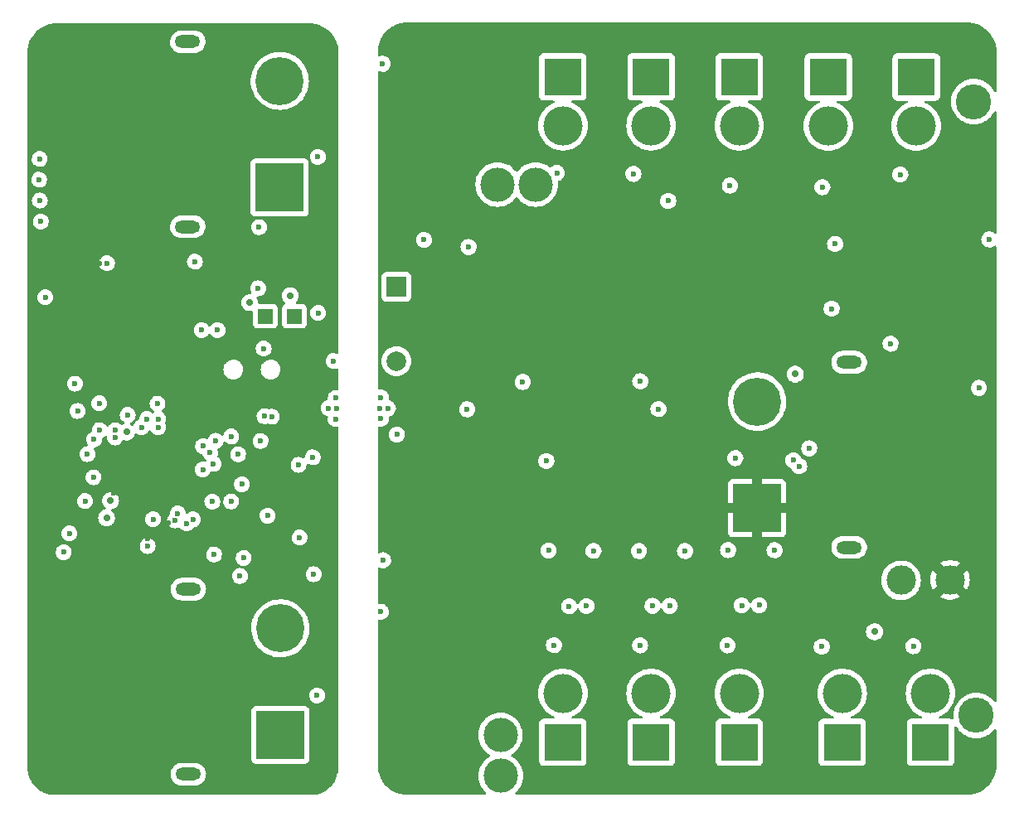
<source format=gbr>
%TF.GenerationSoftware,KiCad,Pcbnew,(6.0.10-0)*%
%TF.CreationDate,2023-03-03T19:39:16-08:00*%
%TF.ProjectId,1.0,312e302e-6b69-4636-9164-5f7063625858,rev?*%
%TF.SameCoordinates,Original*%
%TF.FileFunction,Copper,L3,Inr*%
%TF.FilePolarity,Positive*%
%FSLAX46Y46*%
G04 Gerber Fmt 4.6, Leading zero omitted, Abs format (unit mm)*
G04 Created by KiCad (PCBNEW (6.0.10-0)) date 2023-03-03 19:39:16*
%MOMM*%
%LPD*%
G01*
G04 APERTURE LIST*
%TA.AperFunction,ComponentPad*%
%ADD10C,3.600000*%
%TD*%
%TA.AperFunction,ComponentPad*%
%ADD11R,3.800000X3.800000*%
%TD*%
%TA.AperFunction,ComponentPad*%
%ADD12C,4.000000*%
%TD*%
%TA.AperFunction,ComponentPad*%
%ADD13R,1.500000X1.500000*%
%TD*%
%TA.AperFunction,ComponentPad*%
%ADD14C,3.000000*%
%TD*%
%TA.AperFunction,ComponentPad*%
%ADD15O,2.600000X1.300000*%
%TD*%
%TA.AperFunction,ComponentPad*%
%ADD16R,4.916000X4.916000*%
%TD*%
%TA.AperFunction,ComponentPad*%
%ADD17C,4.916000*%
%TD*%
%TA.AperFunction,ComponentPad*%
%ADD18R,2.000000X2.000000*%
%TD*%
%TA.AperFunction,ComponentPad*%
%ADD19C,2.000000*%
%TD*%
%TA.AperFunction,ViaPad*%
%ADD20C,0.600000*%
%TD*%
%TA.AperFunction,ViaPad*%
%ADD21C,3.500000*%
%TD*%
%TA.AperFunction,ViaPad*%
%ADD22C,2.000000*%
%TD*%
%TA.AperFunction,ViaPad*%
%ADD23C,0.700000*%
%TD*%
G04 APERTURE END LIST*
D10*
%TO.N,N/C*%
%TO.C,U28*%
X247150000Y-108675000D03*
%TD*%
D11*
%TO.N,GND*%
%TO.C,U22*%
X223200000Y-106150000D03*
D12*
%TO.N,5V_3*%
X223200000Y-111150000D03*
%TD*%
D11*
%TO.N,N/C*%
%TO.C,U35*%
X232300000Y-106170000D03*
D12*
X232300000Y-111170000D03*
%TD*%
D13*
%TO.N,/~{RESET_RAW}*%
%TO.C,P2*%
X174800000Y-130600000D03*
%TD*%
D11*
%TO.N,GND*%
%TO.C,U17*%
X223200000Y-174150000D03*
D12*
%TO.N,3-3V_1*%
X223200000Y-169150000D03*
%TD*%
D11*
%TO.N,GND*%
%TO.C,U20*%
X205200000Y-106150000D03*
D12*
%TO.N,+5V*%
X205200000Y-111150000D03*
%TD*%
D13*
%TO.N,Net-(P1-Pad1)*%
%TO.C,P1*%
X177775000Y-130600000D03*
%TD*%
D11*
%TO.N,GND*%
%TO.C,U23*%
X242725000Y-174150000D03*
D12*
%TO.N,+12V*%
X242725000Y-169150000D03*
%TD*%
D14*
%TO.N,+BATT*%
%TO.C,C5*%
X244725000Y-157550000D03*
%TO.N,GND*%
X239725000Y-157600000D03*
%TD*%
D11*
%TO.N,GND*%
%TO.C,U18*%
X214200000Y-174150000D03*
D12*
%TO.N,3-3V_2*%
X214200000Y-169150000D03*
%TD*%
D15*
%TO.N,*%
%TO.C,U16*%
X166890000Y-121460000D03*
X166890000Y-102560000D03*
D16*
%TO.N,GND*%
X176290000Y-117460000D03*
D17*
%TO.N,BATT_2_PWR*%
X176290000Y-106560000D03*
%TD*%
D10*
%TO.N,unconnected-(U27-Pad1)*%
%TO.C,U27*%
X247400000Y-171400000D03*
%TD*%
D11*
%TO.N,GND*%
%TO.C,U24*%
X241280000Y-106170000D03*
D12*
%TO.N,12V_2*%
X241280000Y-111170000D03*
%TD*%
D11*
%TO.N,GND*%
%TO.C,U25*%
X233725000Y-174150000D03*
D12*
%TO.N,12V_3*%
X233725000Y-169150000D03*
%TD*%
D15*
%TO.N,*%
%TO.C,U15*%
X166950000Y-177400000D03*
X166950000Y-158500000D03*
D16*
%TO.N,GND*%
X176350000Y-173400000D03*
D17*
%TO.N,BATT_1_PWR*%
X176350000Y-162500000D03*
%TD*%
D11*
%TO.N,GND*%
%TO.C,U19*%
X205200000Y-174150000D03*
D12*
%TO.N,3-3V_3*%
X205200000Y-169150000D03*
%TD*%
D11*
%TO.N,GND*%
%TO.C,U21*%
X214200000Y-106150000D03*
D12*
%TO.N,5V_2*%
X214200000Y-111150000D03*
%TD*%
D18*
%TO.N,Net-(Q8-Pad3)*%
%TO.C,SP1*%
X188200000Y-127600000D03*
D19*
%TO.N,GNDD*%
X188200000Y-135200000D03*
%TD*%
D15*
%TO.N,*%
%TO.C,U26*%
X234425000Y-154225000D03*
X234425000Y-135325000D03*
D16*
%TO.N,+BATT*%
X225025000Y-150225000D03*
D17*
%TO.N,GND*%
X225025000Y-139325000D03*
%TD*%
D20*
%TO.N,3-3V_1*%
X223460000Y-160155000D03*
X226810000Y-154515000D03*
%TO.N,GND*%
X186600000Y-160800000D03*
X186600000Y-138900000D03*
X222000000Y-164235000D03*
X204575000Y-115963750D03*
X186790000Y-104820000D03*
X212400000Y-116075000D03*
X248740000Y-122765000D03*
X204280000Y-164225000D03*
X247675000Y-137925000D03*
X231690000Y-117420000D03*
D21*
X198850000Y-177575000D03*
D20*
X201100000Y-137325000D03*
X186830000Y-155550000D03*
X195425000Y-140125000D03*
X187325000Y-140025000D03*
X216110000Y-160200000D03*
X222060000Y-154505000D03*
X222800000Y-145100000D03*
X203731750Y-154548250D03*
X213080000Y-164235000D03*
D21*
X198535754Y-117154369D03*
D20*
X232990000Y-123215000D03*
X222250000Y-117260000D03*
X215950000Y-118825000D03*
X239650000Y-116125000D03*
X231625000Y-164375000D03*
X212970000Y-154600000D03*
X214950000Y-140100000D03*
X230355000Y-144110000D03*
D21*
X198825000Y-173400000D03*
D20*
X213100000Y-137250000D03*
X225240000Y-160145000D03*
X203510000Y-145410000D03*
X186475000Y-140025000D03*
X195560000Y-123540000D03*
D21*
X202404369Y-117154369D03*
D20*
X186600000Y-141070000D03*
X232640000Y-129840000D03*
X238655000Y-133415000D03*
X188250000Y-142700000D03*
X207610000Y-160230000D03*
X240985000Y-164320000D03*
%TO.N,GNDD*%
X171330000Y-149530000D03*
X155375000Y-137500000D03*
X180175000Y-114325000D03*
X167620000Y-125040000D03*
X179750000Y-156975000D03*
X163810000Y-139540000D03*
X152340000Y-128670000D03*
X174070995Y-127759695D03*
X169575000Y-154950000D03*
X171330826Y-142896778D03*
X174639961Y-133910039D03*
X178210000Y-145790000D03*
X178300000Y-153225000D03*
X154799500Y-152800000D03*
X156400000Y-149500000D03*
X180100000Y-169360000D03*
X174320000Y-143350000D03*
X156650000Y-144700000D03*
X157270000Y-147070000D03*
X181270000Y-140000000D03*
X158650000Y-125190000D03*
X182000000Y-141125000D03*
X160760000Y-140700000D03*
X182000000Y-138950000D03*
X175040000Y-150990000D03*
X163349228Y-151344103D03*
X182125000Y-140000000D03*
X181775000Y-135200000D03*
%TO.N,+3V3*%
X168414467Y-147663088D03*
X160890000Y-139040000D03*
X159125000Y-155400000D03*
X181280000Y-176280000D03*
X162800000Y-153340000D03*
X153700000Y-140150000D03*
X173400000Y-151500000D03*
X164874500Y-151700000D03*
X155375000Y-136500000D03*
X181650000Y-120600000D03*
X151650000Y-131760000D03*
X159280000Y-148649500D03*
X165850000Y-155840000D03*
X157899997Y-125190000D03*
X179450000Y-148675000D03*
X176960039Y-133910039D03*
X164849500Y-139700500D03*
%TO.N,+BATT*%
X230110000Y-157195000D03*
D22*
X191114642Y-102351165D03*
X196387851Y-113202347D03*
X195071964Y-102308799D03*
X221840000Y-122065000D03*
X189272441Y-169447441D03*
D20*
X211070000Y-157800000D03*
D22*
X192410358Y-113248835D03*
D20*
X220990000Y-157280000D03*
D22*
X230375000Y-149860000D03*
D20*
X220370000Y-157750000D03*
D22*
X246925000Y-133305000D03*
X188235000Y-151625000D03*
X196020842Y-157878882D03*
X193635121Y-169465039D03*
D20*
X211610000Y-157320000D03*
D22*
X187750000Y-157050000D03*
X188425000Y-113300000D03*
D20*
X229450000Y-157495000D03*
D22*
X199175000Y-102475000D03*
X206650000Y-133650000D03*
X218275000Y-137225000D03*
X197650000Y-169475000D03*
X200231635Y-157881635D03*
X192034478Y-157894772D03*
X203460000Y-150930000D03*
D20*
%TO.N,3-3V_2*%
X214350000Y-160200000D03*
X217660000Y-154600000D03*
%TO.N,3-3V_3*%
X208320000Y-154580000D03*
X205830000Y-160250000D03*
D23*
%TO.N,+5V*%
X177349502Y-128500000D03*
X158600000Y-151204500D03*
X159008882Y-149454577D03*
%TO.N,12V_3*%
X228925000Y-136525000D03*
X237025000Y-162850000D03*
D20*
%TO.N,/processor/FLASH_MISO*%
X162800000Y-154089500D03*
X167425061Y-151365647D03*
%TO.N,/batt_ctl/BATT_2_CURR*%
X169170000Y-144550500D03*
X169740000Y-143340000D03*
%TO.N,/batt_ctl/BATT_1_VSENSE*%
X168425498Y-146275000D03*
%TO.N,/batt_ctl/BATT_1_CURR*%
X169520000Y-145700000D03*
X172225000Y-157150000D03*
%TO.N,/batt_ctl/BATT_2_VSENSE*%
X168450000Y-143875000D03*
%TO.N,/A0_SENSE*%
X169400000Y-149550000D03*
%TO.N,/MOSI*%
X162170820Y-141953680D03*
X163874500Y-141953680D03*
X151710000Y-116660000D03*
%TO.N,/SCK*%
X151780000Y-118780000D03*
%TO.N,/MISO*%
X163874500Y-141125000D03*
X162724000Y-141125000D03*
X151880500Y-120930000D03*
%TO.N,/SD_CS*%
X151770000Y-114540000D03*
D23*
%TO.N,/BUZZER*%
X160644959Y-142449500D03*
X173200500Y-129224500D03*
D20*
%TO.N,/batt_ctl/BATT_1_CTL*%
X159474500Y-143004500D03*
X154225000Y-154725000D03*
%TO.N,/batt_ctl/BATT_2_CTL*%
X191025000Y-122800000D03*
X159480997Y-142255025D03*
%TO.N,/SDA*%
X157850000Y-139500000D03*
X229325500Y-145925000D03*
X157900000Y-142250000D03*
%TO.N,/SCL*%
X155637708Y-140287292D03*
X157325500Y-143200000D03*
X228724750Y-145325500D03*
%TO.N,/~{RESET_RAW}*%
X168309337Y-132019551D03*
X169919750Y-132020250D03*
%TO.N,/SWCLK*%
X165588243Y-151471256D03*
X174725000Y-140812534D03*
%TO.N,/SWDIO*%
X175475000Y-140875000D03*
X165876883Y-150779562D03*
%TO.N,/A5_SENSE*%
X166800000Y-151779232D03*
%TO.N,BATT_1_PWR*%
X172425000Y-147775000D03*
X172600000Y-155300000D03*
%TO.N,BATT_2_PWR*%
X179650000Y-145025000D03*
X180200000Y-130275000D03*
X174169500Y-121505500D03*
X172030000Y-144710000D03*
%TD*%
%TA.AperFunction,Conductor*%
%TO.N,+3V3*%
G36*
X179301726Y-100682398D02*
G01*
X179627032Y-100700666D01*
X179641064Y-100702247D01*
X179799928Y-100729240D01*
X179958787Y-100756231D01*
X179972562Y-100759375D01*
X180068428Y-100786993D01*
X180282247Y-100848594D01*
X180295568Y-100853255D01*
X180593318Y-100976587D01*
X180606041Y-100982714D01*
X180822331Y-101102253D01*
X180888106Y-101138606D01*
X180900070Y-101146124D01*
X181162894Y-101332609D01*
X181173940Y-101341418D01*
X181414243Y-101556165D01*
X181424235Y-101566157D01*
X181638982Y-101806460D01*
X181647791Y-101817506D01*
X181834276Y-102080330D01*
X181841794Y-102092294D01*
X181937005Y-102264564D01*
X181997684Y-102374355D01*
X182003813Y-102387082D01*
X182127145Y-102684832D01*
X182131806Y-102698153D01*
X182177119Y-102855436D01*
X182221025Y-103007838D01*
X182224169Y-103021613D01*
X182278152Y-103339331D01*
X182279734Y-103353368D01*
X182293411Y-103596927D01*
X182298002Y-103678674D01*
X182298200Y-103685739D01*
X182298200Y-134349411D01*
X182278198Y-134417532D01*
X182224542Y-134464025D01*
X182154268Y-134474129D01*
X182129933Y-134468110D01*
X181967425Y-134410243D01*
X181967420Y-134410242D01*
X181960790Y-134407881D01*
X181953802Y-134407048D01*
X181953799Y-134407047D01*
X181830698Y-134392368D01*
X181780680Y-134386404D01*
X181773677Y-134387140D01*
X181773676Y-134387140D01*
X181607288Y-134404628D01*
X181607286Y-134404629D01*
X181600288Y-134405364D01*
X181428579Y-134463818D01*
X181420600Y-134468727D01*
X181280095Y-134555166D01*
X181280092Y-134555168D01*
X181274088Y-134558862D01*
X181269053Y-134563793D01*
X181269050Y-134563795D01*
X181180014Y-134650986D01*
X181144493Y-134685771D01*
X181046235Y-134838238D01*
X181043826Y-134844858D01*
X181043824Y-134844861D01*
X180986606Y-135002066D01*
X180984197Y-135008685D01*
X180961463Y-135188640D01*
X180979163Y-135369160D01*
X181036418Y-135541273D01*
X181040065Y-135547295D01*
X181040066Y-135547297D01*
X181124269Y-135686333D01*
X181130380Y-135696424D01*
X181256382Y-135826902D01*
X181408159Y-135926222D01*
X181414763Y-135928678D01*
X181414765Y-135928679D01*
X181571558Y-135986990D01*
X181571560Y-135986990D01*
X181578168Y-135989448D01*
X181661995Y-136000633D01*
X181750980Y-136012507D01*
X181750984Y-136012507D01*
X181757961Y-136013438D01*
X181764972Y-136012800D01*
X181764976Y-136012800D01*
X181907459Y-135999832D01*
X181938600Y-135996998D01*
X181945302Y-135994820D01*
X181945304Y-135994820D01*
X182104409Y-135943124D01*
X182104412Y-135943123D01*
X182111108Y-135940947D01*
X182117156Y-135937341D01*
X182120151Y-135935983D01*
X182190450Y-135926059D01*
X182254955Y-135955717D01*
X182293186Y-136015541D01*
X182298200Y-136050730D01*
X182298200Y-138029367D01*
X182278198Y-138097488D01*
X182224542Y-138143981D01*
X182157281Y-138154481D01*
X182043211Y-138140879D01*
X182005680Y-138136404D01*
X181998677Y-138137140D01*
X181998676Y-138137140D01*
X181832288Y-138154628D01*
X181832286Y-138154629D01*
X181825288Y-138155364D01*
X181653579Y-138213818D01*
X181647575Y-138217512D01*
X181505095Y-138305166D01*
X181505092Y-138305168D01*
X181499088Y-138308862D01*
X181494053Y-138313793D01*
X181494050Y-138313795D01*
X181374525Y-138430843D01*
X181369493Y-138435771D01*
X181271235Y-138588238D01*
X181268826Y-138594858D01*
X181268824Y-138594861D01*
X181213129Y-138747881D01*
X181209197Y-138758685D01*
X181186463Y-138938640D01*
X181190601Y-138980843D01*
X181199300Y-139069565D01*
X181186040Y-139139312D01*
X181137178Y-139190819D01*
X181101498Y-139204711D01*
X181095288Y-139205364D01*
X180923579Y-139263818D01*
X180917575Y-139267512D01*
X180775095Y-139355166D01*
X180775092Y-139355168D01*
X180769088Y-139358862D01*
X180764053Y-139363793D01*
X180764050Y-139363795D01*
X180651072Y-139474432D01*
X180639493Y-139485771D01*
X180541235Y-139638238D01*
X180538826Y-139644858D01*
X180538824Y-139644861D01*
X180505883Y-139735366D01*
X180479197Y-139808685D01*
X180456463Y-139988640D01*
X180474163Y-140169160D01*
X180531418Y-140341273D01*
X180535065Y-140347295D01*
X180535066Y-140347297D01*
X180620760Y-140488795D01*
X180625380Y-140496424D01*
X180630269Y-140501487D01*
X180630270Y-140501488D01*
X180683621Y-140556734D01*
X180751382Y-140626902D01*
X180809701Y-140665065D01*
X180865753Y-140701744D01*
X180903159Y-140726222D01*
X180909763Y-140728678D01*
X180909765Y-140728679D01*
X181066558Y-140786990D01*
X181066560Y-140786990D01*
X181073168Y-140789448D01*
X181080153Y-140790380D01*
X181080157Y-140790381D01*
X181100837Y-140793140D01*
X181165714Y-140821976D01*
X181204702Y-140881309D01*
X181209179Y-140933825D01*
X181200057Y-141006035D01*
X181186463Y-141113640D01*
X181204163Y-141294160D01*
X181261418Y-141466273D01*
X181265065Y-141472295D01*
X181265066Y-141472297D01*
X181350760Y-141613795D01*
X181355380Y-141621424D01*
X181360269Y-141626487D01*
X181360270Y-141626488D01*
X181381027Y-141647982D01*
X181481382Y-141751902D01*
X181633159Y-141851222D01*
X181639763Y-141853678D01*
X181639765Y-141853679D01*
X181796558Y-141911990D01*
X181796560Y-141911990D01*
X181803168Y-141914448D01*
X181886995Y-141925633D01*
X181975980Y-141937507D01*
X181975984Y-141937507D01*
X181982961Y-141938438D01*
X181989972Y-141937800D01*
X181989976Y-141937800D01*
X182160780Y-141922255D01*
X182230433Y-141936000D01*
X182281598Y-141985221D01*
X182298200Y-142047736D01*
X182298200Y-176596461D01*
X182298002Y-176603526D01*
X182283211Y-176866919D01*
X182279734Y-176928828D01*
X182278152Y-176942869D01*
X182224169Y-177260587D01*
X182221025Y-177274362D01*
X182209462Y-177314498D01*
X182131806Y-177584047D01*
X182127145Y-177597368D01*
X182003815Y-177895114D01*
X181997686Y-177907841D01*
X181889613Y-178103384D01*
X181841794Y-178189906D01*
X181834276Y-178201870D01*
X181647791Y-178464694D01*
X181638982Y-178475740D01*
X181424235Y-178716043D01*
X181414243Y-178726035D01*
X181173940Y-178940782D01*
X181162894Y-178949591D01*
X180900070Y-179136076D01*
X180888106Y-179143594D01*
X180606041Y-179299486D01*
X180593318Y-179305613D01*
X180295568Y-179428945D01*
X180282247Y-179433606D01*
X180098385Y-179486576D01*
X180063505Y-179491500D01*
X152734695Y-179491500D01*
X152699815Y-179486576D01*
X152515953Y-179433606D01*
X152502632Y-179428945D01*
X152204882Y-179305613D01*
X152192159Y-179299486D01*
X151910094Y-179143594D01*
X151898130Y-179136076D01*
X151635306Y-178949591D01*
X151624260Y-178940782D01*
X151383957Y-178726035D01*
X151373965Y-178716043D01*
X151159218Y-178475740D01*
X151150409Y-178464694D01*
X150963924Y-178201870D01*
X150956406Y-178189906D01*
X150908587Y-178103384D01*
X150800514Y-177907841D01*
X150794385Y-177895114D01*
X150671055Y-177597368D01*
X150666394Y-177584047D01*
X150639669Y-177491284D01*
X165140124Y-177491284D01*
X165141103Y-177496981D01*
X165141103Y-177496982D01*
X165146310Y-177527282D01*
X165176181Y-177701126D01*
X165249875Y-177900884D01*
X165358739Y-178083866D01*
X165499125Y-178243946D01*
X165666333Y-178375762D01*
X165671444Y-178378451D01*
X165671447Y-178378453D01*
X165774961Y-178432915D01*
X165854762Y-178474900D01*
X165860283Y-178476614D01*
X165860287Y-178476616D01*
X166030623Y-178529507D01*
X166058102Y-178538039D01*
X166230982Y-178558500D01*
X167654013Y-178558500D01*
X167739645Y-178550632D01*
X167806270Y-178544510D01*
X167806273Y-178544509D01*
X167812024Y-178543981D01*
X167833093Y-178538039D01*
X168011389Y-178487754D01*
X168011391Y-178487753D01*
X168016948Y-178486186D01*
X168022123Y-178483634D01*
X168022128Y-178483632D01*
X168202727Y-178394570D01*
X168207908Y-178392015D01*
X168378509Y-178264622D01*
X168523037Y-178108271D01*
X168636653Y-177928201D01*
X168715551Y-177730441D01*
X168720305Y-177706544D01*
X168755962Y-177527282D01*
X168755962Y-177527280D01*
X168757089Y-177521615D01*
X168757412Y-177496982D01*
X168759800Y-177314498D01*
X168759876Y-177308716D01*
X168753973Y-177274362D01*
X168724797Y-177104564D01*
X168724796Y-177104561D01*
X168723819Y-177098874D01*
X168650125Y-176899116D01*
X168541261Y-176716134D01*
X168400875Y-176556054D01*
X168233667Y-176424238D01*
X168228556Y-176421549D01*
X168228553Y-176421547D01*
X168105814Y-176356971D01*
X168045238Y-176325100D01*
X168039717Y-176323386D01*
X168039713Y-176323384D01*
X167847421Y-176263676D01*
X167847422Y-176263676D01*
X167841898Y-176261961D01*
X167669018Y-176241500D01*
X166245987Y-176241500D01*
X166160355Y-176249368D01*
X166093730Y-176255490D01*
X166093727Y-176255491D01*
X166087976Y-176256019D01*
X166082417Y-176257587D01*
X166082416Y-176257587D01*
X165888611Y-176312246D01*
X165888609Y-176312247D01*
X165883052Y-176313814D01*
X165877877Y-176316366D01*
X165877872Y-176316368D01*
X165776215Y-176366500D01*
X165692092Y-176407985D01*
X165521491Y-176535378D01*
X165376963Y-176691729D01*
X165263347Y-176871799D01*
X165184449Y-177069559D01*
X165183323Y-177075219D01*
X165183322Y-177075223D01*
X165178618Y-177098874D01*
X165142911Y-177278385D01*
X165142835Y-177284160D01*
X165142835Y-177284164D01*
X165142514Y-177308716D01*
X165140124Y-177491284D01*
X150639669Y-177491284D01*
X150588738Y-177314498D01*
X150577175Y-177274362D01*
X150574031Y-177260587D01*
X150520048Y-176942869D01*
X150518466Y-176928828D01*
X150514990Y-176866919D01*
X150508698Y-176754885D01*
X150508500Y-176747820D01*
X150508500Y-175906134D01*
X173383500Y-175906134D01*
X173390255Y-175968316D01*
X173441385Y-176104705D01*
X173528739Y-176221261D01*
X173645295Y-176308615D01*
X173781684Y-176359745D01*
X173843866Y-176366500D01*
X178856134Y-176366500D01*
X178918316Y-176359745D01*
X179054705Y-176308615D01*
X179171261Y-176221261D01*
X179258615Y-176104705D01*
X179309745Y-175968316D01*
X179316500Y-175906134D01*
X179316500Y-170893866D01*
X179309745Y-170831684D01*
X179258615Y-170695295D01*
X179171261Y-170578739D01*
X179054705Y-170491385D01*
X178918316Y-170440255D01*
X178856134Y-170433500D01*
X173843866Y-170433500D01*
X173781684Y-170440255D01*
X173645295Y-170491385D01*
X173528739Y-170578739D01*
X173441385Y-170695295D01*
X173390255Y-170831684D01*
X173383500Y-170893866D01*
X173383500Y-175906134D01*
X150508500Y-175906134D01*
X150508500Y-169348640D01*
X179286463Y-169348640D01*
X179304163Y-169529160D01*
X179361418Y-169701273D01*
X179365065Y-169707295D01*
X179365066Y-169707297D01*
X179375978Y-169725314D01*
X179455380Y-169856424D01*
X179581382Y-169986902D01*
X179733159Y-170086222D01*
X179739763Y-170088678D01*
X179739765Y-170088679D01*
X179896558Y-170146990D01*
X179896560Y-170146990D01*
X179903168Y-170149448D01*
X179986995Y-170160633D01*
X180075980Y-170172507D01*
X180075984Y-170172507D01*
X180082961Y-170173438D01*
X180089972Y-170172800D01*
X180089976Y-170172800D01*
X180232459Y-170159832D01*
X180263600Y-170156998D01*
X180270302Y-170154820D01*
X180270304Y-170154820D01*
X180429409Y-170103124D01*
X180429412Y-170103123D01*
X180436108Y-170100947D01*
X180591912Y-170008069D01*
X180723266Y-169882982D01*
X180823643Y-169731902D01*
X180888055Y-169562338D01*
X180889035Y-169555366D01*
X180912748Y-169386639D01*
X180912748Y-169386636D01*
X180913299Y-169382717D01*
X180913616Y-169360000D01*
X180893397Y-169179745D01*
X180891080Y-169173091D01*
X180836064Y-169015106D01*
X180836062Y-169015103D01*
X180833745Y-169008448D01*
X180737626Y-168854624D01*
X180723941Y-168840843D01*
X180614778Y-168730915D01*
X180614774Y-168730912D01*
X180609815Y-168725918D01*
X180598697Y-168718862D01*
X180550538Y-168688300D01*
X180456666Y-168628727D01*
X180427463Y-168618328D01*
X180292425Y-168570243D01*
X180292420Y-168570242D01*
X180285790Y-168567881D01*
X180278802Y-168567048D01*
X180278799Y-168567047D01*
X180155698Y-168552368D01*
X180105680Y-168546404D01*
X180098677Y-168547140D01*
X180098676Y-168547140D01*
X179932288Y-168564628D01*
X179932286Y-168564629D01*
X179925288Y-168565364D01*
X179753579Y-168623818D01*
X179747575Y-168627512D01*
X179605095Y-168715166D01*
X179605092Y-168715168D01*
X179599088Y-168718862D01*
X179594053Y-168723793D01*
X179594050Y-168723795D01*
X179474525Y-168840843D01*
X179469493Y-168845771D01*
X179371235Y-168998238D01*
X179368826Y-169004858D01*
X179368824Y-169004861D01*
X179311606Y-169162066D01*
X179309197Y-169168685D01*
X179286463Y-169348640D01*
X150508500Y-169348640D01*
X150508500Y-162406662D01*
X173379939Y-162406662D01*
X173380034Y-162410292D01*
X173380034Y-162410294D01*
X173387270Y-162686584D01*
X173388895Y-162748651D01*
X173437098Y-163087344D01*
X173523910Y-163418252D01*
X173648180Y-163736990D01*
X173808262Y-164039331D01*
X173810314Y-164042316D01*
X173810319Y-164042325D01*
X173999976Y-164318278D01*
X173999982Y-164318285D01*
X174002033Y-164321270D01*
X174226925Y-164579069D01*
X174229610Y-164581512D01*
X174433613Y-164767140D01*
X174479957Y-164809310D01*
X174757776Y-165008943D01*
X175056699Y-165175322D01*
X175372764Y-165306240D01*
X175376258Y-165307235D01*
X175376260Y-165307236D01*
X175698280Y-165398966D01*
X175698285Y-165398967D01*
X175701781Y-165399963D01*
X175933822Y-165437961D01*
X176035811Y-165454663D01*
X176035815Y-165454663D01*
X176039391Y-165455249D01*
X176043017Y-165455420D01*
X176377490Y-165471193D01*
X176377491Y-165471193D01*
X176381117Y-165471364D01*
X176394077Y-165470480D01*
X176718800Y-165448344D01*
X176718808Y-165448343D01*
X176722431Y-165448096D01*
X176726007Y-165447433D01*
X176726009Y-165447433D01*
X177055244Y-165386413D01*
X177055248Y-165386412D01*
X177058809Y-165385752D01*
X177385791Y-165285159D01*
X177632847Y-165176709D01*
X177695710Y-165149114D01*
X177695711Y-165149114D01*
X177699045Y-165147650D01*
X177994418Y-164975048D01*
X178267995Y-164769641D01*
X178516150Y-164534150D01*
X178735594Y-164271698D01*
X178886264Y-164042325D01*
X178921431Y-163988789D01*
X178921436Y-163988780D01*
X178923418Y-163985763D01*
X179046925Y-163740198D01*
X179075506Y-163683372D01*
X179075509Y-163683364D01*
X179077133Y-163680136D01*
X179194701Y-163358866D01*
X179195546Y-163355344D01*
X179195549Y-163355336D01*
X179273717Y-163029741D01*
X179273718Y-163029737D01*
X179274564Y-163026212D01*
X179275001Y-163022602D01*
X179315327Y-162689363D01*
X179315327Y-162689356D01*
X179315663Y-162686584D01*
X179321527Y-162500000D01*
X179316145Y-162406662D01*
X179302043Y-162162081D01*
X179302042Y-162162076D01*
X179301834Y-162158461D01*
X179301211Y-162154891D01*
X179243640Y-161825022D01*
X179243638Y-161825015D01*
X179243016Y-161821449D01*
X179215178Y-161727467D01*
X179146885Y-161496916D01*
X179145853Y-161493431D01*
X179108607Y-161406108D01*
X179013055Y-161182092D01*
X179011632Y-161178755D01*
X178962559Y-161092720D01*
X178843923Y-160884730D01*
X178842132Y-160881590D01*
X178639601Y-160605877D01*
X178573640Y-160534894D01*
X178409194Y-160357930D01*
X178409192Y-160357929D01*
X178406722Y-160355270D01*
X178403968Y-160352918D01*
X178403964Y-160352914D01*
X178308238Y-160271157D01*
X178146583Y-160133090D01*
X178143580Y-160131072D01*
X178143572Y-160131066D01*
X177967123Y-160012498D01*
X177862630Y-159942282D01*
X177558629Y-159785375D01*
X177238608Y-159664449D01*
X177235087Y-159663565D01*
X177235082Y-159663563D01*
X177076103Y-159623631D01*
X176906809Y-159581107D01*
X176872697Y-159576616D01*
X176571233Y-159536927D01*
X176571225Y-159536926D01*
X176567629Y-159536453D01*
X176426543Y-159534237D01*
X176229207Y-159531137D01*
X176229203Y-159531137D01*
X176225565Y-159531080D01*
X176221951Y-159531441D01*
X176221944Y-159531441D01*
X175962250Y-159557362D01*
X175885151Y-159565057D01*
X175550897Y-159637936D01*
X175547466Y-159639111D01*
X175547465Y-159639111D01*
X175230667Y-159747576D01*
X175230663Y-159747578D01*
X175227236Y-159748751D01*
X175223968Y-159750310D01*
X175223960Y-159750313D01*
X175146967Y-159787037D01*
X174918456Y-159896031D01*
X174628650Y-160077826D01*
X174625816Y-160080096D01*
X174625811Y-160080100D01*
X174559669Y-160133090D01*
X174361660Y-160291725D01*
X174121025Y-160534894D01*
X173909933Y-160804109D01*
X173908040Y-160807198D01*
X173908038Y-160807201D01*
X173862453Y-160881590D01*
X173731183Y-161095803D01*
X173587144Y-161406108D01*
X173586004Y-161409555D01*
X173558265Y-161493431D01*
X173479725Y-161730912D01*
X173410351Y-162065910D01*
X173379939Y-162406662D01*
X150508500Y-162406662D01*
X150508500Y-158591284D01*
X165140124Y-158591284D01*
X165141103Y-158596981D01*
X165141103Y-158596982D01*
X165146310Y-158627282D01*
X165176181Y-158801126D01*
X165249875Y-159000884D01*
X165358739Y-159183866D01*
X165499125Y-159343946D01*
X165666333Y-159475762D01*
X165671444Y-159478451D01*
X165671447Y-159478453D01*
X165771474Y-159531080D01*
X165854762Y-159574900D01*
X165860283Y-159576614D01*
X165860287Y-159576616D01*
X166030623Y-159629506D01*
X166058102Y-159638039D01*
X166230982Y-159658500D01*
X167654013Y-159658500D01*
X167739645Y-159650632D01*
X167806270Y-159644510D01*
X167806273Y-159644509D01*
X167812024Y-159643981D01*
X167836199Y-159637163D01*
X168011389Y-159587754D01*
X168011391Y-159587753D01*
X168016948Y-159586186D01*
X168022123Y-159583634D01*
X168022128Y-159583632D01*
X168202727Y-159494570D01*
X168207908Y-159492015D01*
X168378509Y-159364622D01*
X168523037Y-159208271D01*
X168636653Y-159028201D01*
X168715551Y-158830441D01*
X168720305Y-158806544D01*
X168755962Y-158627282D01*
X168755962Y-158627280D01*
X168757089Y-158621615D01*
X168757412Y-158596982D01*
X168759800Y-158414498D01*
X168759876Y-158408716D01*
X168754664Y-158378385D01*
X168724797Y-158204564D01*
X168724796Y-158204561D01*
X168723819Y-158198874D01*
X168650125Y-157999116D01*
X168541261Y-157816134D01*
X168400875Y-157656054D01*
X168233667Y-157524238D01*
X168228556Y-157521549D01*
X168228553Y-157521547D01*
X168121837Y-157465401D01*
X168045238Y-157425100D01*
X168039717Y-157423386D01*
X168039713Y-157423384D01*
X167847421Y-157363676D01*
X167847422Y-157363676D01*
X167841898Y-157361961D01*
X167669018Y-157341500D01*
X166245987Y-157341500D01*
X166160355Y-157349368D01*
X166093730Y-157355490D01*
X166093727Y-157355491D01*
X166087976Y-157356019D01*
X166082417Y-157357587D01*
X166082416Y-157357587D01*
X165888611Y-157412246D01*
X165888609Y-157412247D01*
X165883052Y-157413814D01*
X165877877Y-157416366D01*
X165877872Y-157416368D01*
X165724281Y-157492111D01*
X165692092Y-157507985D01*
X165521491Y-157635378D01*
X165376963Y-157791729D01*
X165263347Y-157971799D01*
X165184449Y-158169559D01*
X165183323Y-158175219D01*
X165183322Y-158175223D01*
X165178618Y-158198874D01*
X165142911Y-158378385D01*
X165142835Y-158384160D01*
X165142835Y-158384164D01*
X165142514Y-158408716D01*
X165140124Y-158591284D01*
X150508500Y-158591284D01*
X150508500Y-157138640D01*
X171411463Y-157138640D01*
X171429163Y-157319160D01*
X171486418Y-157491273D01*
X171490065Y-157497295D01*
X171490066Y-157497297D01*
X171576258Y-157639617D01*
X171580380Y-157646424D01*
X171585269Y-157651487D01*
X171585270Y-157651488D01*
X171633298Y-157701222D01*
X171706382Y-157776902D01*
X171858159Y-157876222D01*
X171864763Y-157878678D01*
X171864765Y-157878679D01*
X172021558Y-157936990D01*
X172021560Y-157936990D01*
X172028168Y-157939448D01*
X172111995Y-157950633D01*
X172200980Y-157962507D01*
X172200984Y-157962507D01*
X172207961Y-157963438D01*
X172214972Y-157962800D01*
X172214976Y-157962800D01*
X172357459Y-157949832D01*
X172388600Y-157946998D01*
X172395302Y-157944820D01*
X172395304Y-157944820D01*
X172554409Y-157893124D01*
X172554412Y-157893123D01*
X172561108Y-157890947D01*
X172716912Y-157798069D01*
X172848266Y-157672982D01*
X172948643Y-157521902D01*
X173009400Y-157361961D01*
X173010555Y-157358920D01*
X173010556Y-157358918D01*
X173013055Y-157352338D01*
X173014745Y-157340314D01*
X173037748Y-157176639D01*
X173037748Y-157176636D01*
X173038299Y-157172717D01*
X173038616Y-157150000D01*
X173018397Y-156969745D01*
X173016271Y-156963640D01*
X178936463Y-156963640D01*
X178954163Y-157144160D01*
X179011418Y-157316273D01*
X179015065Y-157322295D01*
X179015066Y-157322297D01*
X179037246Y-157358920D01*
X179105380Y-157471424D01*
X179110269Y-157476487D01*
X179110270Y-157476488D01*
X179187121Y-157556068D01*
X179231382Y-157601902D01*
X179383159Y-157701222D01*
X179389763Y-157703678D01*
X179389765Y-157703679D01*
X179546558Y-157761990D01*
X179546560Y-157761990D01*
X179553168Y-157764448D01*
X179636995Y-157775633D01*
X179725980Y-157787507D01*
X179725984Y-157787507D01*
X179732961Y-157788438D01*
X179739972Y-157787800D01*
X179739976Y-157787800D01*
X179882459Y-157774832D01*
X179913600Y-157771998D01*
X179920302Y-157769820D01*
X179920304Y-157769820D01*
X180079409Y-157718124D01*
X180079412Y-157718123D01*
X180086108Y-157715947D01*
X180202734Y-157646424D01*
X180235860Y-157626677D01*
X180235862Y-157626676D01*
X180241912Y-157623069D01*
X180373266Y-157497982D01*
X180473643Y-157346902D01*
X180538055Y-157177338D01*
X180541340Y-157153962D01*
X180562748Y-157001639D01*
X180562748Y-157001636D01*
X180563299Y-156997717D01*
X180563616Y-156975000D01*
X180543397Y-156794745D01*
X180541080Y-156788091D01*
X180486064Y-156630106D01*
X180486062Y-156630103D01*
X180483745Y-156623448D01*
X180387626Y-156469624D01*
X180337083Y-156418727D01*
X180264778Y-156345915D01*
X180264774Y-156345912D01*
X180259815Y-156340918D01*
X180252703Y-156336404D01*
X180200538Y-156303300D01*
X180106666Y-156243727D01*
X180077463Y-156233328D01*
X179942425Y-156185243D01*
X179942420Y-156185242D01*
X179935790Y-156182881D01*
X179928802Y-156182048D01*
X179928799Y-156182047D01*
X179805698Y-156167368D01*
X179755680Y-156161404D01*
X179748677Y-156162140D01*
X179748676Y-156162140D01*
X179582288Y-156179628D01*
X179582286Y-156179629D01*
X179575288Y-156180364D01*
X179403579Y-156238818D01*
X179397575Y-156242512D01*
X179255095Y-156330166D01*
X179255092Y-156330168D01*
X179249088Y-156333862D01*
X179244053Y-156338793D01*
X179244050Y-156338795D01*
X179124525Y-156455843D01*
X179119493Y-156460771D01*
X179021235Y-156613238D01*
X179018826Y-156619858D01*
X179018824Y-156619861D01*
X179011630Y-156639627D01*
X178959197Y-156783685D01*
X178936463Y-156963640D01*
X173016271Y-156963640D01*
X173016080Y-156963091D01*
X172961064Y-156805106D01*
X172961062Y-156805103D01*
X172958745Y-156798448D01*
X172862626Y-156644624D01*
X172848209Y-156630106D01*
X172739778Y-156520915D01*
X172739774Y-156520912D01*
X172734815Y-156515918D01*
X172723697Y-156508862D01*
X172661867Y-156469624D01*
X172581666Y-156418727D01*
X172552463Y-156408328D01*
X172417425Y-156360243D01*
X172417420Y-156360242D01*
X172410790Y-156357881D01*
X172403802Y-156357048D01*
X172403799Y-156357047D01*
X172250731Y-156338795D01*
X172230680Y-156336404D01*
X172223677Y-156337140D01*
X172223676Y-156337140D01*
X172057288Y-156354628D01*
X172057286Y-156354629D01*
X172050288Y-156355364D01*
X171878579Y-156413818D01*
X171872575Y-156417512D01*
X171730095Y-156505166D01*
X171730092Y-156505168D01*
X171724088Y-156508862D01*
X171719053Y-156513793D01*
X171719050Y-156513795D01*
X171600278Y-156630106D01*
X171594493Y-156635771D01*
X171496235Y-156788238D01*
X171493826Y-156794858D01*
X171493824Y-156794861D01*
X171436606Y-156952066D01*
X171434197Y-156958685D01*
X171411463Y-157138640D01*
X150508500Y-157138640D01*
X150508500Y-154713640D01*
X153411463Y-154713640D01*
X153429163Y-154894160D01*
X153486418Y-155066273D01*
X153490065Y-155072295D01*
X153490066Y-155072297D01*
X153542527Y-155158920D01*
X153580380Y-155221424D01*
X153706382Y-155351902D01*
X153712278Y-155355760D01*
X153841623Y-155440401D01*
X153858159Y-155451222D01*
X153864763Y-155453678D01*
X153864765Y-155453679D01*
X154021558Y-155511990D01*
X154021560Y-155511990D01*
X154028168Y-155514448D01*
X154111995Y-155525633D01*
X154200980Y-155537507D01*
X154200984Y-155537507D01*
X154207961Y-155538438D01*
X154214972Y-155537800D01*
X154214976Y-155537800D01*
X154357459Y-155524832D01*
X154388600Y-155521998D01*
X154395302Y-155519820D01*
X154395304Y-155519820D01*
X154554409Y-155468124D01*
X154554412Y-155468123D01*
X154561108Y-155465947D01*
X154716912Y-155373069D01*
X154848266Y-155247982D01*
X154948643Y-155096902D01*
X155002507Y-154955106D01*
X155008762Y-154938640D01*
X168761463Y-154938640D01*
X168779163Y-155119160D01*
X168836418Y-155291273D01*
X168840065Y-155297295D01*
X168840066Y-155297297D01*
X168870067Y-155346834D01*
X168930380Y-155446424D01*
X168935269Y-155451487D01*
X168935270Y-155451488D01*
X168952336Y-155469160D01*
X169056382Y-155576902D01*
X169208159Y-155676222D01*
X169214763Y-155678678D01*
X169214765Y-155678679D01*
X169371558Y-155736990D01*
X169371560Y-155736990D01*
X169378168Y-155739448D01*
X169461995Y-155750633D01*
X169550980Y-155762507D01*
X169550984Y-155762507D01*
X169557961Y-155763438D01*
X169564972Y-155762800D01*
X169564976Y-155762800D01*
X169707459Y-155749832D01*
X169738600Y-155746998D01*
X169745302Y-155744820D01*
X169745304Y-155744820D01*
X169904409Y-155693124D01*
X169904412Y-155693123D01*
X169911108Y-155690947D01*
X170066912Y-155598069D01*
X170198266Y-155472982D01*
X170298643Y-155321902D01*
X170311278Y-155288640D01*
X171786463Y-155288640D01*
X171804163Y-155469160D01*
X171861418Y-155641273D01*
X171865065Y-155647295D01*
X171865066Y-155647297D01*
X171935017Y-155762800D01*
X171955380Y-155796424D01*
X172081382Y-155926902D01*
X172233159Y-156026222D01*
X172239763Y-156028678D01*
X172239765Y-156028679D01*
X172396558Y-156086990D01*
X172396560Y-156086990D01*
X172403168Y-156089448D01*
X172486995Y-156100633D01*
X172575980Y-156112507D01*
X172575984Y-156112507D01*
X172582961Y-156113438D01*
X172589972Y-156112800D01*
X172589976Y-156112800D01*
X172732459Y-156099832D01*
X172763600Y-156096998D01*
X172770302Y-156094820D01*
X172770304Y-156094820D01*
X172929409Y-156043124D01*
X172929412Y-156043123D01*
X172936108Y-156040947D01*
X173091912Y-155948069D01*
X173223266Y-155822982D01*
X173323643Y-155671902D01*
X173374584Y-155537800D01*
X173385555Y-155508920D01*
X173385556Y-155508918D01*
X173388055Y-155502338D01*
X173391498Y-155477841D01*
X173412748Y-155326639D01*
X173412748Y-155326636D01*
X173413299Y-155322717D01*
X173413616Y-155300000D01*
X173393397Y-155119745D01*
X173391080Y-155113091D01*
X173336064Y-154955106D01*
X173336062Y-154955103D01*
X173333745Y-154948448D01*
X173316198Y-154920366D01*
X173241359Y-154800598D01*
X173237626Y-154794624D01*
X173223941Y-154780843D01*
X173114778Y-154670915D01*
X173114774Y-154670912D01*
X173109815Y-154665918D01*
X173098697Y-154658862D01*
X173003499Y-154598448D01*
X172956666Y-154568727D01*
X172908972Y-154551744D01*
X172792425Y-154510243D01*
X172792420Y-154510242D01*
X172785790Y-154507881D01*
X172778802Y-154507048D01*
X172778799Y-154507047D01*
X172655698Y-154492368D01*
X172605680Y-154486404D01*
X172598677Y-154487140D01*
X172598676Y-154487140D01*
X172432288Y-154504628D01*
X172432286Y-154504629D01*
X172425288Y-154505364D01*
X172253579Y-154563818D01*
X172213885Y-154588238D01*
X172105095Y-154655166D01*
X172105092Y-154655168D01*
X172099088Y-154658862D01*
X172094053Y-154663793D01*
X172094050Y-154663795D01*
X172012396Y-154743757D01*
X171969493Y-154785771D01*
X171871235Y-154938238D01*
X171868826Y-154944858D01*
X171868824Y-154944861D01*
X171813486Y-155096902D01*
X171809197Y-155108685D01*
X171786463Y-155288640D01*
X170311278Y-155288640D01*
X170363055Y-155152338D01*
X170366652Y-155126744D01*
X170387748Y-154976639D01*
X170387748Y-154976636D01*
X170388299Y-154972717D01*
X170388616Y-154950000D01*
X170368397Y-154769745D01*
X170366080Y-154763091D01*
X170311064Y-154605106D01*
X170311062Y-154605103D01*
X170308745Y-154598448D01*
X170212626Y-154444624D01*
X170207664Y-154439627D01*
X170089778Y-154320915D01*
X170089774Y-154320912D01*
X170084815Y-154315918D01*
X170073697Y-154308862D01*
X170005123Y-154265344D01*
X169931666Y-154218727D01*
X169895483Y-154205843D01*
X169767425Y-154160243D01*
X169767420Y-154160242D01*
X169760790Y-154157881D01*
X169753802Y-154157048D01*
X169753799Y-154157047D01*
X169630698Y-154142368D01*
X169580680Y-154136404D01*
X169573677Y-154137140D01*
X169573676Y-154137140D01*
X169407288Y-154154628D01*
X169407286Y-154154629D01*
X169400288Y-154155364D01*
X169228579Y-154213818D01*
X169222575Y-154217512D01*
X169080095Y-154305166D01*
X169080092Y-154305168D01*
X169074088Y-154308862D01*
X169069053Y-154313793D01*
X169069050Y-154313795D01*
X168949525Y-154430843D01*
X168944493Y-154435771D01*
X168846235Y-154588238D01*
X168843826Y-154594858D01*
X168843824Y-154594861D01*
X168786606Y-154752066D01*
X168784197Y-154758685D01*
X168761463Y-154938640D01*
X155008762Y-154938640D01*
X155010555Y-154933920D01*
X155010556Y-154933918D01*
X155013055Y-154927338D01*
X155016615Y-154902007D01*
X155037748Y-154751639D01*
X155037748Y-154751636D01*
X155038299Y-154747717D01*
X155038452Y-154736738D01*
X155038561Y-154728962D01*
X155038561Y-154728957D01*
X155038616Y-154725000D01*
X155018397Y-154544745D01*
X155016080Y-154538091D01*
X154961064Y-154380106D01*
X154961062Y-154380103D01*
X154958745Y-154373448D01*
X154862626Y-154219624D01*
X154857664Y-154214627D01*
X154739778Y-154095915D01*
X154739774Y-154095912D01*
X154734815Y-154090918D01*
X154726376Y-154085562D01*
X154714681Y-154078140D01*
X161986463Y-154078140D01*
X162004163Y-154258660D01*
X162061418Y-154430773D01*
X162065065Y-154436795D01*
X162065066Y-154436797D01*
X162147254Y-154572506D01*
X162155380Y-154585924D01*
X162281382Y-154716402D01*
X162335230Y-154751639D01*
X162393282Y-154789627D01*
X162433159Y-154815722D01*
X162439763Y-154818178D01*
X162439765Y-154818179D01*
X162596558Y-154876490D01*
X162596560Y-154876490D01*
X162603168Y-154878948D01*
X162686995Y-154890133D01*
X162775980Y-154902007D01*
X162775984Y-154902007D01*
X162782961Y-154902938D01*
X162789972Y-154902300D01*
X162789976Y-154902300D01*
X162932459Y-154889332D01*
X162963600Y-154886498D01*
X162970302Y-154884320D01*
X162970304Y-154884320D01*
X163129409Y-154832624D01*
X163129412Y-154832623D01*
X163136108Y-154830447D01*
X163267593Y-154752066D01*
X163285860Y-154741177D01*
X163285862Y-154741176D01*
X163291912Y-154737569D01*
X163423266Y-154612482D01*
X163523643Y-154461402D01*
X163588055Y-154291838D01*
X163589035Y-154284866D01*
X163612748Y-154116139D01*
X163612748Y-154116136D01*
X163613299Y-154112217D01*
X163613452Y-154101238D01*
X163613561Y-154093462D01*
X163613561Y-154093457D01*
X163613616Y-154089500D01*
X163593397Y-153909245D01*
X163591080Y-153902591D01*
X163536064Y-153744606D01*
X163536062Y-153744603D01*
X163533745Y-153737948D01*
X163446070Y-153597637D01*
X163441359Y-153590098D01*
X163437626Y-153584124D01*
X163428835Y-153575271D01*
X163314778Y-153460415D01*
X163314774Y-153460412D01*
X163309815Y-153455418D01*
X163298697Y-153448362D01*
X163223820Y-153400844D01*
X163156666Y-153358227D01*
X163127463Y-153347828D01*
X162992425Y-153299743D01*
X162992420Y-153299742D01*
X162985790Y-153297381D01*
X162978802Y-153296548D01*
X162978799Y-153296547D01*
X162855698Y-153281868D01*
X162805680Y-153275904D01*
X162798677Y-153276640D01*
X162798676Y-153276640D01*
X162632288Y-153294128D01*
X162632286Y-153294129D01*
X162625288Y-153294864D01*
X162453579Y-153353318D01*
X162447575Y-153357012D01*
X162305095Y-153444666D01*
X162305092Y-153444668D01*
X162299088Y-153448362D01*
X162294053Y-153453293D01*
X162294050Y-153453295D01*
X162204543Y-153540947D01*
X162169493Y-153575271D01*
X162071235Y-153727738D01*
X162068826Y-153734358D01*
X162068824Y-153734361D01*
X162017025Y-153876677D01*
X162009197Y-153898185D01*
X161986463Y-154078140D01*
X154714681Y-154078140D01*
X154622782Y-154019820D01*
X154581666Y-153993727D01*
X154552463Y-153983328D01*
X154417425Y-153935243D01*
X154417420Y-153935242D01*
X154410790Y-153932881D01*
X154403802Y-153932048D01*
X154403799Y-153932047D01*
X154271269Y-153916244D01*
X154230680Y-153911404D01*
X154223677Y-153912140D01*
X154223676Y-153912140D01*
X154057288Y-153929628D01*
X154057286Y-153929629D01*
X154050288Y-153930364D01*
X153878579Y-153988818D01*
X153872575Y-153992512D01*
X153730095Y-154080166D01*
X153730092Y-154080168D01*
X153724088Y-154083862D01*
X153719053Y-154088793D01*
X153719050Y-154088795D01*
X153648502Y-154157881D01*
X153594493Y-154210771D01*
X153496235Y-154363238D01*
X153493826Y-154369858D01*
X153493824Y-154369861D01*
X153464438Y-154450598D01*
X153434197Y-154533685D01*
X153411463Y-154713640D01*
X150508500Y-154713640D01*
X150508500Y-152788640D01*
X153985963Y-152788640D01*
X154003663Y-152969160D01*
X154060918Y-153141273D01*
X154064565Y-153147295D01*
X154064566Y-153147297D01*
X154142958Y-153276738D01*
X154154880Y-153296424D01*
X154159769Y-153301487D01*
X154159770Y-153301488D01*
X154214563Y-153358227D01*
X154280882Y-153426902D01*
X154432659Y-153526222D01*
X154439263Y-153528678D01*
X154439265Y-153528679D01*
X154596058Y-153586990D01*
X154596060Y-153586990D01*
X154602668Y-153589448D01*
X154686495Y-153600633D01*
X154775480Y-153612507D01*
X154775484Y-153612507D01*
X154782461Y-153613438D01*
X154789472Y-153612800D01*
X154789476Y-153612800D01*
X154931959Y-153599832D01*
X154963100Y-153596998D01*
X154969802Y-153594820D01*
X154969804Y-153594820D01*
X155128909Y-153543124D01*
X155128912Y-153543123D01*
X155135608Y-153540947D01*
X155232013Y-153483478D01*
X155285360Y-153451677D01*
X155285362Y-153451676D01*
X155291412Y-153448069D01*
X155422766Y-153322982D01*
X155495412Y-153213640D01*
X177486463Y-153213640D01*
X177504163Y-153394160D01*
X177561418Y-153566273D01*
X177565065Y-153572295D01*
X177565066Y-153572297D01*
X177589596Y-153612800D01*
X177655380Y-153721424D01*
X177781382Y-153851902D01*
X177787278Y-153855760D01*
X177908741Y-153935243D01*
X177933159Y-153951222D01*
X177939763Y-153953678D01*
X177939765Y-153953679D01*
X178096558Y-154011990D01*
X178096560Y-154011990D01*
X178103168Y-154014448D01*
X178186995Y-154025633D01*
X178275980Y-154037507D01*
X178275984Y-154037507D01*
X178282961Y-154038438D01*
X178289972Y-154037800D01*
X178289976Y-154037800D01*
X178432459Y-154024832D01*
X178463600Y-154021998D01*
X178470302Y-154019820D01*
X178470304Y-154019820D01*
X178629409Y-153968124D01*
X178629412Y-153968123D01*
X178636108Y-153965947D01*
X178738054Y-153905175D01*
X178785860Y-153876677D01*
X178785862Y-153876676D01*
X178791912Y-153873069D01*
X178923266Y-153747982D01*
X179023643Y-153596902D01*
X179078195Y-153453295D01*
X179085555Y-153433920D01*
X179085556Y-153433918D01*
X179088055Y-153427338D01*
X179089035Y-153420366D01*
X179112748Y-153251639D01*
X179112748Y-153251636D01*
X179113299Y-153247717D01*
X179113616Y-153225000D01*
X179093397Y-153044745D01*
X179091080Y-153038091D01*
X179036064Y-152880106D01*
X179036062Y-152880103D01*
X179033745Y-152873448D01*
X178937626Y-152719624D01*
X178838442Y-152619745D01*
X178814778Y-152595915D01*
X178814774Y-152595912D01*
X178809815Y-152590918D01*
X178798697Y-152583862D01*
X178701778Y-152522356D01*
X178656666Y-152493727D01*
X178627463Y-152483328D01*
X178492425Y-152435243D01*
X178492420Y-152435242D01*
X178485790Y-152432881D01*
X178478802Y-152432048D01*
X178478799Y-152432047D01*
X178355698Y-152417368D01*
X178305680Y-152411404D01*
X178298677Y-152412140D01*
X178298676Y-152412140D01*
X178132288Y-152429628D01*
X178132286Y-152429629D01*
X178125288Y-152430364D01*
X177953579Y-152488818D01*
X177947575Y-152492512D01*
X177805095Y-152580166D01*
X177805092Y-152580168D01*
X177799088Y-152583862D01*
X177794053Y-152588793D01*
X177794050Y-152588795D01*
X177755298Y-152626744D01*
X177669493Y-152710771D01*
X177571235Y-152863238D01*
X177568826Y-152869858D01*
X177568824Y-152869861D01*
X177523144Y-152995366D01*
X177509197Y-153033685D01*
X177486463Y-153213640D01*
X155495412Y-153213640D01*
X155523143Y-153171902D01*
X155587555Y-153002338D01*
X155588535Y-152995366D01*
X155612248Y-152826639D01*
X155612248Y-152826636D01*
X155612799Y-152822717D01*
X155613116Y-152800000D01*
X155592897Y-152619745D01*
X155590580Y-152613091D01*
X155535564Y-152455106D01*
X155535562Y-152455103D01*
X155533245Y-152448448D01*
X155510619Y-152412238D01*
X155440859Y-152300598D01*
X155437126Y-152294624D01*
X155427265Y-152284694D01*
X155314278Y-152170915D01*
X155314274Y-152170912D01*
X155309315Y-152165918D01*
X155298197Y-152158862D01*
X155185317Y-152087227D01*
X155156166Y-152068727D01*
X155126963Y-152058328D01*
X154991925Y-152010243D01*
X154991920Y-152010242D01*
X154985290Y-152007881D01*
X154978302Y-152007048D01*
X154978299Y-152007047D01*
X154853551Y-151992172D01*
X154805180Y-151986404D01*
X154798177Y-151987140D01*
X154798176Y-151987140D01*
X154631788Y-152004628D01*
X154631786Y-152004629D01*
X154624788Y-152005364D01*
X154453079Y-152063818D01*
X154405498Y-152093090D01*
X154304595Y-152155166D01*
X154304592Y-152155168D01*
X154298588Y-152158862D01*
X154293553Y-152163793D01*
X154293550Y-152163795D01*
X154179322Y-152275656D01*
X154168993Y-152285771D01*
X154070735Y-152438238D01*
X154068326Y-152444858D01*
X154068324Y-152444861D01*
X154040118Y-152522356D01*
X154008697Y-152608685D01*
X153985963Y-152788640D01*
X150508500Y-152788640D01*
X150508500Y-151204500D01*
X157736771Y-151204500D01*
X157737461Y-151211065D01*
X157752623Y-151355314D01*
X157755635Y-151383975D01*
X157811401Y-151555607D01*
X157814704Y-151561329D01*
X157814705Y-151561330D01*
X157843864Y-151611834D01*
X157901633Y-151711893D01*
X157906051Y-151716800D01*
X157906052Y-151716801D01*
X157992246Y-151812529D01*
X158022387Y-151846004D01*
X158027729Y-151849885D01*
X158027731Y-151849887D01*
X158051402Y-151867085D01*
X158168385Y-151952078D01*
X158174413Y-151954762D01*
X158174415Y-151954763D01*
X158314929Y-152017324D01*
X158333248Y-152025480D01*
X158421508Y-152044240D01*
X158503311Y-152061628D01*
X158503315Y-152061628D01*
X158509768Y-152063000D01*
X158690232Y-152063000D01*
X158696685Y-152061628D01*
X158696689Y-152061628D01*
X158778492Y-152044240D01*
X158866752Y-152025480D01*
X158885071Y-152017324D01*
X159025585Y-151954763D01*
X159025587Y-151954762D01*
X159031615Y-151952078D01*
X159148598Y-151867085D01*
X159172269Y-151849887D01*
X159172271Y-151849885D01*
X159177613Y-151846004D01*
X159207754Y-151812529D01*
X159293948Y-151716801D01*
X159293949Y-151716800D01*
X159298367Y-151711893D01*
X159356136Y-151611834D01*
X159385295Y-151561330D01*
X159385296Y-151561329D01*
X159388599Y-151555607D01*
X159444365Y-151383975D01*
X159447378Y-151355314D01*
X159449750Y-151332743D01*
X162535691Y-151332743D01*
X162553391Y-151513263D01*
X162610646Y-151685376D01*
X162614293Y-151691398D01*
X162614294Y-151691400D01*
X162683605Y-151805846D01*
X162704608Y-151840527D01*
X162830610Y-151971005D01*
X162890572Y-152010243D01*
X162969097Y-152061628D01*
X162982387Y-152070325D01*
X162988991Y-152072781D01*
X162988993Y-152072782D01*
X163145786Y-152131093D01*
X163145788Y-152131093D01*
X163152396Y-152133551D01*
X163236223Y-152144736D01*
X163325208Y-152156610D01*
X163325212Y-152156610D01*
X163332189Y-152157541D01*
X163339200Y-152156903D01*
X163339204Y-152156903D01*
X163481687Y-152143935D01*
X163512828Y-152141101D01*
X163519530Y-152138923D01*
X163519532Y-152138923D01*
X163678637Y-152087227D01*
X163678640Y-152087226D01*
X163685336Y-152085050D01*
X163816187Y-152007047D01*
X163835088Y-151995780D01*
X163835090Y-151995779D01*
X163841140Y-151992172D01*
X163972494Y-151867085D01*
X164072871Y-151716005D01*
X164137283Y-151546441D01*
X164138263Y-151539469D01*
X164149446Y-151459896D01*
X164774706Y-151459896D01*
X164792406Y-151640416D01*
X164849661Y-151812529D01*
X164853308Y-151818551D01*
X164853309Y-151818553D01*
X164931824Y-151948197D01*
X164943623Y-151967680D01*
X164948512Y-151972743D01*
X164948513Y-151972744D01*
X164982205Y-152007633D01*
X165069625Y-152098158D01*
X165131921Y-152138923D01*
X165168172Y-152162645D01*
X165221402Y-152197478D01*
X165228006Y-152199934D01*
X165228008Y-152199935D01*
X165384801Y-152258246D01*
X165384803Y-152258246D01*
X165391411Y-152260704D01*
X165475238Y-152271889D01*
X165564223Y-152283763D01*
X165564227Y-152283763D01*
X165571204Y-152284694D01*
X165578215Y-152284056D01*
X165578219Y-152284056D01*
X165720702Y-152271088D01*
X165751843Y-152268254D01*
X165758545Y-152266076D01*
X165758547Y-152266076D01*
X165917652Y-152214380D01*
X165917655Y-152214379D01*
X165924351Y-152212203D01*
X165958387Y-152191913D01*
X166027140Y-152174213D01*
X166094550Y-152196494D01*
X166130680Y-152234871D01*
X166155380Y-152275656D01*
X166160269Y-152280719D01*
X166160270Y-152280720D01*
X166170867Y-152291693D01*
X166281382Y-152406134D01*
X166319242Y-152430909D01*
X166413382Y-152492512D01*
X166433159Y-152505454D01*
X166439763Y-152507910D01*
X166439765Y-152507911D01*
X166596558Y-152566222D01*
X166596560Y-152566222D01*
X166603168Y-152568680D01*
X166686995Y-152579865D01*
X166775980Y-152591739D01*
X166775984Y-152591739D01*
X166782961Y-152592670D01*
X166789972Y-152592032D01*
X166789976Y-152592032D01*
X166932459Y-152579064D01*
X166963600Y-152576230D01*
X166970302Y-152574052D01*
X166970304Y-152574052D01*
X167129409Y-152522356D01*
X167129412Y-152522355D01*
X167136108Y-152520179D01*
X167262455Y-152444861D01*
X167285860Y-152430909D01*
X167285862Y-152430908D01*
X167291912Y-152427301D01*
X167423266Y-152302214D01*
X167477911Y-152219966D01*
X167532268Y-152174296D01*
X167571435Y-152164213D01*
X167588661Y-152162645D01*
X167595363Y-152160467D01*
X167595365Y-152160467D01*
X167754470Y-152108771D01*
X167754473Y-152108770D01*
X167761169Y-152106594D01*
X167857574Y-152049125D01*
X167910921Y-152017324D01*
X167910923Y-152017323D01*
X167916973Y-152013716D01*
X168048327Y-151888629D01*
X168148704Y-151737549D01*
X168213116Y-151567985D01*
X168238360Y-151388364D01*
X168238677Y-151365647D01*
X168218458Y-151185392D01*
X168209323Y-151159160D01*
X168161125Y-151020753D01*
X168161123Y-151020750D01*
X168158806Y-151014095D01*
X168137756Y-150980407D01*
X168136652Y-150978640D01*
X174226463Y-150978640D01*
X174244163Y-151159160D01*
X174301418Y-151331273D01*
X174305065Y-151337295D01*
X174305066Y-151337297D01*
X174375079Y-151452902D01*
X174395380Y-151486424D01*
X174521382Y-151616902D01*
X174597270Y-151666562D01*
X174666544Y-151711893D01*
X174673159Y-151716222D01*
X174679763Y-151718678D01*
X174679765Y-151718679D01*
X174836558Y-151776990D01*
X174836560Y-151776990D01*
X174843168Y-151779448D01*
X174926995Y-151790633D01*
X175015980Y-151802507D01*
X175015984Y-151802507D01*
X175022961Y-151803438D01*
X175029972Y-151802800D01*
X175029976Y-151802800D01*
X175172459Y-151789832D01*
X175203600Y-151786998D01*
X175210302Y-151784820D01*
X175210304Y-151784820D01*
X175369409Y-151733124D01*
X175369412Y-151733123D01*
X175376108Y-151730947D01*
X175472513Y-151673478D01*
X175525860Y-151641677D01*
X175525862Y-151641676D01*
X175531912Y-151638069D01*
X175663266Y-151512982D01*
X175763643Y-151361902D01*
X175828055Y-151192338D01*
X175829035Y-151185366D01*
X175852748Y-151016639D01*
X175852748Y-151016636D01*
X175853299Y-151012717D01*
X175853452Y-151001738D01*
X175853561Y-150993962D01*
X175853561Y-150993957D01*
X175853616Y-150990000D01*
X175833397Y-150809745D01*
X175830797Y-150802279D01*
X175776064Y-150645106D01*
X175776062Y-150645103D01*
X175773745Y-150638448D01*
X175756978Y-150611615D01*
X175681359Y-150490598D01*
X175677626Y-150484624D01*
X175650117Y-150456922D01*
X175554778Y-150360915D01*
X175554774Y-150360912D01*
X175549815Y-150355918D01*
X175538697Y-150348862D01*
X175481410Y-150312507D01*
X175396666Y-150258727D01*
X175346734Y-150240947D01*
X175232425Y-150200243D01*
X175232420Y-150200242D01*
X175225790Y-150197881D01*
X175218802Y-150197048D01*
X175218799Y-150197047D01*
X175082210Y-150180760D01*
X175045680Y-150176404D01*
X175038677Y-150177140D01*
X175038676Y-150177140D01*
X174872288Y-150194628D01*
X174872286Y-150194629D01*
X174865288Y-150195364D01*
X174693579Y-150253818D01*
X174658243Y-150275557D01*
X174545095Y-150345166D01*
X174545092Y-150345168D01*
X174539088Y-150348862D01*
X174534053Y-150353793D01*
X174534050Y-150353795D01*
X174414525Y-150470843D01*
X174409493Y-150475771D01*
X174311235Y-150628238D01*
X174308826Y-150634858D01*
X174308824Y-150634861D01*
X174260292Y-150768202D01*
X174249197Y-150798685D01*
X174226463Y-150978640D01*
X168136652Y-150978640D01*
X168066420Y-150866245D01*
X168062687Y-150860271D01*
X168050174Y-150847670D01*
X167939839Y-150736562D01*
X167939835Y-150736559D01*
X167934876Y-150731565D01*
X167923758Y-150724509D01*
X167872845Y-150692199D01*
X167781727Y-150634374D01*
X167731837Y-150616609D01*
X167617486Y-150575890D01*
X167617481Y-150575889D01*
X167610851Y-150573528D01*
X167603863Y-150572695D01*
X167603860Y-150572694D01*
X167449987Y-150554346D01*
X167430741Y-150552051D01*
X167423738Y-150552787D01*
X167423737Y-150552787D01*
X167257349Y-150570275D01*
X167257347Y-150570276D01*
X167250349Y-150571011D01*
X167078640Y-150629465D01*
X167053216Y-150645106D01*
X166930156Y-150720813D01*
X166930153Y-150720815D01*
X166924149Y-150724509D01*
X166919114Y-150729440D01*
X166919111Y-150729442D01*
X166892636Y-150755369D01*
X166829971Y-150788740D01*
X166759212Y-150782934D01*
X166702825Y-150739795D01*
X166679263Y-150679391D01*
X166671065Y-150606306D01*
X166670280Y-150599307D01*
X166667963Y-150592653D01*
X166612947Y-150434668D01*
X166612945Y-150434665D01*
X166610628Y-150428010D01*
X166564254Y-150353795D01*
X166518242Y-150280160D01*
X166514509Y-150274186D01*
X166500824Y-150260405D01*
X166391661Y-150150477D01*
X166391657Y-150150474D01*
X166386698Y-150145480D01*
X166375580Y-150138424D01*
X166301119Y-150091170D01*
X166233549Y-150048289D01*
X166186366Y-150031488D01*
X166069308Y-149989805D01*
X166069303Y-149989804D01*
X166062673Y-149987443D01*
X166055685Y-149986610D01*
X166055682Y-149986609D01*
X165932581Y-149971930D01*
X165882563Y-149965966D01*
X165875560Y-149966702D01*
X165875559Y-149966702D01*
X165709171Y-149984190D01*
X165709169Y-149984191D01*
X165702171Y-149984926D01*
X165530462Y-150043380D01*
X165506956Y-150057841D01*
X165381978Y-150134728D01*
X165381975Y-150134730D01*
X165375971Y-150138424D01*
X165370936Y-150143355D01*
X165370933Y-150143357D01*
X165253171Y-150258679D01*
X165246376Y-150265333D01*
X165148118Y-150417800D01*
X165145709Y-150424420D01*
X165145707Y-150424423D01*
X165088489Y-150581628D01*
X165086080Y-150588247D01*
X165063346Y-150768202D01*
X165064034Y-150775219D01*
X165065095Y-150786047D01*
X165051834Y-150855794D01*
X165027854Y-150888362D01*
X164957736Y-150957027D01*
X164859478Y-151109494D01*
X164857069Y-151116114D01*
X164857067Y-151116117D01*
X164831853Y-151185392D01*
X164797440Y-151279941D01*
X164774706Y-151459896D01*
X164149446Y-151459896D01*
X164161976Y-151370742D01*
X164161976Y-151370739D01*
X164162527Y-151366820D01*
X164162844Y-151344103D01*
X164142625Y-151163848D01*
X164140308Y-151157194D01*
X164085292Y-150999209D01*
X164085290Y-150999206D01*
X164082973Y-150992551D01*
X163986854Y-150838727D01*
X163951466Y-150803091D01*
X163864006Y-150715018D01*
X163864002Y-150715015D01*
X163859043Y-150710021D01*
X163847925Y-150702965D01*
X163756753Y-150645106D01*
X163705894Y-150612830D01*
X163656487Y-150595237D01*
X163541653Y-150554346D01*
X163541648Y-150554345D01*
X163535018Y-150551984D01*
X163528030Y-150551151D01*
X163528027Y-150551150D01*
X163404926Y-150536471D01*
X163354908Y-150530507D01*
X163347905Y-150531243D01*
X163347904Y-150531243D01*
X163181516Y-150548731D01*
X163181514Y-150548732D01*
X163174516Y-150549467D01*
X163002807Y-150607921D01*
X162959017Y-150634861D01*
X162854323Y-150699269D01*
X162854320Y-150699271D01*
X162848316Y-150702965D01*
X162843281Y-150707896D01*
X162843278Y-150707898D01*
X162757329Y-150792066D01*
X162718721Y-150829874D01*
X162620463Y-150982341D01*
X162618054Y-150988961D01*
X162618052Y-150988964D01*
X162606482Y-151020753D01*
X162558425Y-151152788D01*
X162535691Y-151332743D01*
X159449750Y-151332743D01*
X159462539Y-151211065D01*
X159463229Y-151204500D01*
X159458528Y-151159778D01*
X159445055Y-151031589D01*
X159445055Y-151031588D01*
X159444365Y-151025025D01*
X159431573Y-150985653D01*
X159390641Y-150859678D01*
X159388599Y-150853393D01*
X159298367Y-150697107D01*
X159282416Y-150679391D01*
X159182035Y-150567907D01*
X159182034Y-150567906D01*
X159177613Y-150562996D01*
X159165708Y-150554346D01*
X159122672Y-150523079D01*
X159079318Y-150466857D01*
X159073243Y-150396121D01*
X159106374Y-150333329D01*
X159170536Y-150297896D01*
X159174761Y-150296998D01*
X159275634Y-150275557D01*
X159282806Y-150272364D01*
X159434467Y-150204840D01*
X159434469Y-150204839D01*
X159440497Y-150202155D01*
X159450857Y-150194628D01*
X159581151Y-150099964D01*
X159581153Y-150099962D01*
X159586495Y-150096081D01*
X159602918Y-150077841D01*
X159702830Y-149966878D01*
X159702831Y-149966877D01*
X159707249Y-149961970D01*
X159797481Y-149805684D01*
X159853247Y-149634052D01*
X159859282Y-149576639D01*
X159863276Y-149538640D01*
X168586463Y-149538640D01*
X168604163Y-149719160D01*
X168661418Y-149891273D01*
X168665065Y-149897295D01*
X168665066Y-149897297D01*
X168746335Y-150031488D01*
X168755380Y-150046424D01*
X168760269Y-150051487D01*
X168760270Y-150051488D01*
X168807083Y-150099964D01*
X168881382Y-150176902D01*
X168913729Y-150198069D01*
X169025569Y-150271255D01*
X169033159Y-150276222D01*
X169039763Y-150278678D01*
X169039765Y-150278679D01*
X169196558Y-150336990D01*
X169196560Y-150336990D01*
X169203168Y-150339448D01*
X169286995Y-150350633D01*
X169375980Y-150362507D01*
X169375984Y-150362507D01*
X169382961Y-150363438D01*
X169389972Y-150362800D01*
X169389976Y-150362800D01*
X169532459Y-150349832D01*
X169563600Y-150346998D01*
X169570302Y-150344820D01*
X169570304Y-150344820D01*
X169729409Y-150293124D01*
X169729412Y-150293123D01*
X169736108Y-150290947D01*
X169891912Y-150198069D01*
X170023266Y-150072982D01*
X170123643Y-149921902D01*
X170188055Y-149752338D01*
X170190866Y-149732338D01*
X170212748Y-149576639D01*
X170212748Y-149576636D01*
X170213299Y-149572717D01*
X170213452Y-149561738D01*
X170213561Y-149553962D01*
X170213561Y-149553957D01*
X170213616Y-149550000D01*
X170210098Y-149518640D01*
X170516463Y-149518640D01*
X170534163Y-149699160D01*
X170591418Y-149871273D01*
X170595065Y-149877295D01*
X170595066Y-149877297D01*
X170667212Y-149996424D01*
X170685380Y-150026424D01*
X170690269Y-150031487D01*
X170690270Y-150031488D01*
X170705357Y-150047111D01*
X170811382Y-150156902D01*
X170870158Y-150195364D01*
X170956015Y-150251547D01*
X170963159Y-150256222D01*
X170969763Y-150258678D01*
X170969765Y-150258679D01*
X171126558Y-150316990D01*
X171126560Y-150316990D01*
X171133168Y-150319448D01*
X171216995Y-150330633D01*
X171305980Y-150342507D01*
X171305984Y-150342507D01*
X171312961Y-150343438D01*
X171319972Y-150342800D01*
X171319976Y-150342800D01*
X171462459Y-150329832D01*
X171493600Y-150326998D01*
X171500302Y-150324820D01*
X171500304Y-150324820D01*
X171659409Y-150273124D01*
X171659412Y-150273123D01*
X171666108Y-150270947D01*
X171777003Y-150204840D01*
X171815860Y-150181677D01*
X171815862Y-150181676D01*
X171821912Y-150178069D01*
X171953266Y-150052982D01*
X172053643Y-149901902D01*
X172095423Y-149791917D01*
X172115555Y-149738920D01*
X172115556Y-149738918D01*
X172118055Y-149732338D01*
X172121346Y-149708920D01*
X172142748Y-149556639D01*
X172142748Y-149556636D01*
X172143299Y-149552717D01*
X172143452Y-149541738D01*
X172143561Y-149533962D01*
X172143561Y-149533957D01*
X172143616Y-149530000D01*
X172123397Y-149349745D01*
X172121080Y-149343091D01*
X172066064Y-149185106D01*
X172066062Y-149185103D01*
X172063745Y-149178448D01*
X171967626Y-149024624D01*
X171934924Y-148991693D01*
X171844778Y-148900915D01*
X171844774Y-148900912D01*
X171839815Y-148895918D01*
X171828697Y-148888862D01*
X171775600Y-148855166D01*
X171686666Y-148798727D01*
X171613029Y-148772506D01*
X171522425Y-148740243D01*
X171522420Y-148740242D01*
X171515790Y-148737881D01*
X171508802Y-148737048D01*
X171508799Y-148737047D01*
X171385698Y-148722368D01*
X171335680Y-148716404D01*
X171328677Y-148717140D01*
X171328676Y-148717140D01*
X171162288Y-148734628D01*
X171162286Y-148734629D01*
X171155288Y-148735364D01*
X170983579Y-148793818D01*
X170945065Y-148817512D01*
X170835095Y-148885166D01*
X170835092Y-148885168D01*
X170829088Y-148888862D01*
X170824053Y-148893793D01*
X170824050Y-148893795D01*
X170714987Y-149000598D01*
X170699493Y-149015771D01*
X170601235Y-149168238D01*
X170598826Y-149174858D01*
X170598824Y-149174861D01*
X170543543Y-149326744D01*
X170539197Y-149338685D01*
X170516463Y-149518640D01*
X170210098Y-149518640D01*
X170193397Y-149369745D01*
X170191080Y-149363091D01*
X170136064Y-149205106D01*
X170136062Y-149205103D01*
X170133745Y-149198448D01*
X170102502Y-149148448D01*
X170041359Y-149050598D01*
X170037626Y-149044624D01*
X170017765Y-149024624D01*
X169914778Y-148920915D01*
X169914774Y-148920912D01*
X169909815Y-148915918D01*
X169898697Y-148908862D01*
X169814085Y-148855166D01*
X169756666Y-148818727D01*
X169711112Y-148802506D01*
X169592425Y-148760243D01*
X169592420Y-148760242D01*
X169585790Y-148757881D01*
X169578802Y-148757048D01*
X169578799Y-148757047D01*
X169455698Y-148742368D01*
X169405680Y-148736404D01*
X169398677Y-148737140D01*
X169398676Y-148737140D01*
X169232288Y-148754628D01*
X169232286Y-148754629D01*
X169225288Y-148755364D01*
X169053579Y-148813818D01*
X169045600Y-148818727D01*
X168905095Y-148905166D01*
X168905092Y-148905168D01*
X168899088Y-148908862D01*
X168894053Y-148913793D01*
X168894050Y-148913795D01*
X168783869Y-149021693D01*
X168769493Y-149035771D01*
X168671235Y-149188238D01*
X168668826Y-149194858D01*
X168668824Y-149194861D01*
X168616476Y-149338685D01*
X168609197Y-149358685D01*
X168586463Y-149538640D01*
X159863276Y-149538640D01*
X159871421Y-149461142D01*
X159872111Y-149454577D01*
X159861336Y-149352066D01*
X159853937Y-149281666D01*
X159853937Y-149281665D01*
X159853247Y-149275102D01*
X159825024Y-149188238D01*
X159799523Y-149109755D01*
X159797481Y-149103470D01*
X159707249Y-148947184D01*
X159677186Y-148913795D01*
X159590917Y-148817984D01*
X159590916Y-148817983D01*
X159586495Y-148813073D01*
X159566750Y-148798727D01*
X159445839Y-148710880D01*
X159445838Y-148710879D01*
X159440497Y-148706999D01*
X159434469Y-148704315D01*
X159434467Y-148704314D01*
X159281665Y-148636282D01*
X159281663Y-148636282D01*
X159275634Y-148633597D01*
X159187374Y-148614837D01*
X159105571Y-148597449D01*
X159105567Y-148597449D01*
X159099114Y-148596077D01*
X158918650Y-148596077D01*
X158912197Y-148597449D01*
X158912193Y-148597449D01*
X158830390Y-148614837D01*
X158742130Y-148633597D01*
X158736101Y-148636281D01*
X158736099Y-148636282D01*
X158583298Y-148704314D01*
X158583296Y-148704315D01*
X158577268Y-148706999D01*
X158571927Y-148710879D01*
X158571926Y-148710880D01*
X158436613Y-148809190D01*
X158436611Y-148809192D01*
X158431269Y-148813073D01*
X158426848Y-148817983D01*
X158426847Y-148817984D01*
X158340579Y-148913795D01*
X158310515Y-148947184D01*
X158220283Y-149103470D01*
X158218241Y-149109755D01*
X158192741Y-149188238D01*
X158164517Y-149275102D01*
X158163827Y-149281665D01*
X158163827Y-149281666D01*
X158156428Y-149352066D01*
X158145653Y-149454577D01*
X158146343Y-149461142D01*
X158158483Y-149576639D01*
X158164517Y-149634052D01*
X158220283Y-149805684D01*
X158310515Y-149961970D01*
X158314933Y-149966877D01*
X158314934Y-149966878D01*
X158414846Y-150077841D01*
X158431269Y-150096081D01*
X158436611Y-150099962D01*
X158436613Y-150099964D01*
X158486210Y-150135998D01*
X158529564Y-150192220D01*
X158535639Y-150262956D01*
X158502508Y-150325748D01*
X158438346Y-150361181D01*
X158333248Y-150383520D01*
X158327219Y-150386204D01*
X158327217Y-150386205D01*
X158174416Y-150454237D01*
X158174414Y-150454238D01*
X158168386Y-150456922D01*
X158163045Y-150460802D01*
X158163044Y-150460803D01*
X158027731Y-150559113D01*
X158027729Y-150559115D01*
X158022387Y-150562996D01*
X158017966Y-150567906D01*
X158017965Y-150567907D01*
X157917585Y-150679391D01*
X157901633Y-150697107D01*
X157811401Y-150853393D01*
X157809359Y-150859678D01*
X157768428Y-150985653D01*
X157755635Y-151025025D01*
X157754945Y-151031588D01*
X157754945Y-151031589D01*
X157741472Y-151159778D01*
X157736771Y-151204500D01*
X150508500Y-151204500D01*
X150508500Y-149488640D01*
X155586463Y-149488640D01*
X155604163Y-149669160D01*
X155661418Y-149841273D01*
X155665065Y-149847295D01*
X155665066Y-149847297D01*
X155749791Y-149987195D01*
X155755380Y-149996424D01*
X155881382Y-150126902D01*
X156033159Y-150226222D01*
X156039763Y-150228678D01*
X156039765Y-150228679D01*
X156196558Y-150286990D01*
X156196560Y-150286990D01*
X156203168Y-150289448D01*
X156266482Y-150297896D01*
X156375980Y-150312507D01*
X156375984Y-150312507D01*
X156382961Y-150313438D01*
X156389972Y-150312800D01*
X156389976Y-150312800D01*
X156532459Y-150299832D01*
X156563600Y-150296998D01*
X156570302Y-150294820D01*
X156570304Y-150294820D01*
X156729409Y-150243124D01*
X156729412Y-150243123D01*
X156736108Y-150240947D01*
X156877095Y-150156902D01*
X156885860Y-150151677D01*
X156885862Y-150151676D01*
X156891912Y-150148069D01*
X157023266Y-150022982D01*
X157123643Y-149871902D01*
X157179126Y-149725844D01*
X157185555Y-149708920D01*
X157185556Y-149708918D01*
X157188055Y-149702338D01*
X157189487Y-149692151D01*
X157212748Y-149526639D01*
X157212748Y-149526636D01*
X157213299Y-149522717D01*
X157213616Y-149500000D01*
X157193397Y-149319745D01*
X157191080Y-149313091D01*
X157136064Y-149155106D01*
X157136062Y-149155103D01*
X157133745Y-149148448D01*
X157054540Y-149021693D01*
X157041359Y-149000598D01*
X157037626Y-148994624D01*
X157023941Y-148980843D01*
X156914778Y-148870915D01*
X156914774Y-148870912D01*
X156909815Y-148865918D01*
X156898697Y-148858862D01*
X156824140Y-148811547D01*
X156756666Y-148768727D01*
X156717071Y-148754628D01*
X156592425Y-148710243D01*
X156592420Y-148710242D01*
X156585790Y-148707881D01*
X156578802Y-148707048D01*
X156578799Y-148707047D01*
X156455698Y-148692368D01*
X156405680Y-148686404D01*
X156398677Y-148687140D01*
X156398676Y-148687140D01*
X156232288Y-148704628D01*
X156232286Y-148704629D01*
X156225288Y-148705364D01*
X156053579Y-148763818D01*
X155996836Y-148798727D01*
X155905095Y-148855166D01*
X155905092Y-148855168D01*
X155899088Y-148858862D01*
X155894053Y-148863793D01*
X155894050Y-148863795D01*
X155774525Y-148980843D01*
X155769493Y-148985771D01*
X155671235Y-149138238D01*
X155668826Y-149144858D01*
X155668824Y-149144861D01*
X155621420Y-149275102D01*
X155609197Y-149308685D01*
X155586463Y-149488640D01*
X150508500Y-149488640D01*
X150508500Y-147058640D01*
X156456463Y-147058640D01*
X156474163Y-147239160D01*
X156531418Y-147411273D01*
X156535065Y-147417295D01*
X156535066Y-147417297D01*
X156545978Y-147435314D01*
X156625380Y-147566424D01*
X156630269Y-147571487D01*
X156630270Y-147571488D01*
X156648799Y-147590675D01*
X156751382Y-147696902D01*
X156903159Y-147796222D01*
X156909763Y-147798678D01*
X156909765Y-147798679D01*
X157066558Y-147856990D01*
X157066560Y-147856990D01*
X157073168Y-147859448D01*
X157156995Y-147870633D01*
X157245980Y-147882507D01*
X157245984Y-147882507D01*
X157252961Y-147883438D01*
X157259972Y-147882800D01*
X157259976Y-147882800D01*
X157402459Y-147869832D01*
X157433600Y-147866998D01*
X157440302Y-147864820D01*
X157440304Y-147864820D01*
X157599409Y-147813124D01*
X157599412Y-147813123D01*
X157606108Y-147810947D01*
X157685466Y-147763640D01*
X171611463Y-147763640D01*
X171629163Y-147944160D01*
X171686418Y-148116273D01*
X171690065Y-148122295D01*
X171690066Y-148122297D01*
X171700978Y-148140314D01*
X171780380Y-148271424D01*
X171906382Y-148401902D01*
X172058159Y-148501222D01*
X172064763Y-148503678D01*
X172064765Y-148503679D01*
X172221558Y-148561990D01*
X172221560Y-148561990D01*
X172228168Y-148564448D01*
X172311995Y-148575633D01*
X172400980Y-148587507D01*
X172400984Y-148587507D01*
X172407961Y-148588438D01*
X172414972Y-148587800D01*
X172414976Y-148587800D01*
X172557459Y-148574832D01*
X172588600Y-148571998D01*
X172595302Y-148569820D01*
X172595304Y-148569820D01*
X172754409Y-148518124D01*
X172754412Y-148518123D01*
X172761108Y-148515947D01*
X172916912Y-148423069D01*
X173048266Y-148297982D01*
X173148643Y-148146902D01*
X173213055Y-147977338D01*
X173214035Y-147970366D01*
X173237748Y-147801639D01*
X173237748Y-147801636D01*
X173238299Y-147797717D01*
X173238616Y-147775000D01*
X173218397Y-147594745D01*
X173215739Y-147587111D01*
X173161064Y-147430106D01*
X173161062Y-147430103D01*
X173158745Y-147423448D01*
X173155009Y-147417469D01*
X173066359Y-147275598D01*
X173062626Y-147269624D01*
X173048941Y-147255843D01*
X172939778Y-147145915D01*
X172939774Y-147145912D01*
X172934815Y-147140918D01*
X172923697Y-147133862D01*
X172850652Y-147087507D01*
X172781666Y-147043727D01*
X172752463Y-147033328D01*
X172617425Y-146985243D01*
X172617420Y-146985242D01*
X172610790Y-146982881D01*
X172603802Y-146982048D01*
X172603799Y-146982047D01*
X172480698Y-146967368D01*
X172430680Y-146961404D01*
X172423677Y-146962140D01*
X172423676Y-146962140D01*
X172257288Y-146979628D01*
X172257286Y-146979629D01*
X172250288Y-146980364D01*
X172078579Y-147038818D01*
X172046359Y-147058640D01*
X171930095Y-147130166D01*
X171930092Y-147130168D01*
X171924088Y-147133862D01*
X171919053Y-147138793D01*
X171919050Y-147138795D01*
X171816561Y-147239160D01*
X171794493Y-147260771D01*
X171696235Y-147413238D01*
X171693826Y-147419858D01*
X171693824Y-147419861D01*
X171638636Y-147571488D01*
X171634197Y-147583685D01*
X171611463Y-147763640D01*
X157685466Y-147763640D01*
X157761912Y-147718069D01*
X157893266Y-147592982D01*
X157993643Y-147441902D01*
X158058055Y-147272338D01*
X158060373Y-147255843D01*
X158082748Y-147096639D01*
X158082748Y-147096636D01*
X158083299Y-147092717D01*
X158083616Y-147070000D01*
X158063397Y-146889745D01*
X158061080Y-146883091D01*
X158006064Y-146725106D01*
X158006062Y-146725103D01*
X158003745Y-146718448D01*
X157935724Y-146609590D01*
X157911359Y-146570598D01*
X157907626Y-146564624D01*
X157876345Y-146533124D01*
X157784778Y-146440915D01*
X157784774Y-146440912D01*
X157779815Y-146435918D01*
X157768697Y-146428862D01*
X157720538Y-146398300D01*
X157626666Y-146338727D01*
X157568011Y-146317841D01*
X157462425Y-146280243D01*
X157462420Y-146280242D01*
X157455790Y-146277881D01*
X157448802Y-146277048D01*
X157448799Y-146277047D01*
X157336365Y-146263640D01*
X167611961Y-146263640D01*
X167629661Y-146444160D01*
X167686916Y-146616273D01*
X167690563Y-146622295D01*
X167690564Y-146622297D01*
X167746623Y-146714861D01*
X167780878Y-146771424D01*
X167906880Y-146901902D01*
X167912776Y-146905760D01*
X168034239Y-146985243D01*
X168058657Y-147001222D01*
X168065261Y-147003678D01*
X168065263Y-147003679D01*
X168222056Y-147061990D01*
X168222058Y-147061990D01*
X168228666Y-147064448D01*
X168299969Y-147073962D01*
X168401478Y-147087507D01*
X168401482Y-147087507D01*
X168408459Y-147088438D01*
X168415470Y-147087800D01*
X168415474Y-147087800D01*
X168567518Y-147073962D01*
X168589098Y-147071998D01*
X168595800Y-147069820D01*
X168595802Y-147069820D01*
X168754907Y-147018124D01*
X168754910Y-147018123D01*
X168761606Y-147015947D01*
X168917410Y-146923069D01*
X169048764Y-146797982D01*
X169149141Y-146646902D01*
X169175921Y-146576403D01*
X169179390Y-146567272D01*
X169222279Y-146510694D01*
X169288948Y-146486285D01*
X169322842Y-146489327D01*
X169323168Y-146489448D01*
X169399787Y-146499671D01*
X169495980Y-146512507D01*
X169495984Y-146512507D01*
X169502961Y-146513438D01*
X169509972Y-146512800D01*
X169509976Y-146512800D01*
X169652459Y-146499832D01*
X169683600Y-146496998D01*
X169690302Y-146494820D01*
X169690304Y-146494820D01*
X169849409Y-146443124D01*
X169849412Y-146443123D01*
X169856108Y-146440947D01*
X170011912Y-146348069D01*
X170143266Y-146222982D01*
X170243643Y-146071902D01*
X170301399Y-145919861D01*
X170305555Y-145908920D01*
X170305556Y-145908918D01*
X170308055Y-145902338D01*
X170317125Y-145837800D01*
X170325440Y-145778640D01*
X177396463Y-145778640D01*
X177414163Y-145959160D01*
X177471418Y-146131273D01*
X177475065Y-146137295D01*
X177475066Y-146137297D01*
X177561637Y-146280243D01*
X177565380Y-146286424D01*
X177570269Y-146291487D01*
X177570270Y-146291488D01*
X177647121Y-146371068D01*
X177691382Y-146416902D01*
X177733037Y-146444160D01*
X177813782Y-146496998D01*
X177843159Y-146516222D01*
X177849763Y-146518678D01*
X177849765Y-146518679D01*
X178006558Y-146576990D01*
X178006560Y-146576990D01*
X178013168Y-146579448D01*
X178096995Y-146590633D01*
X178185980Y-146602507D01*
X178185984Y-146602507D01*
X178192961Y-146603438D01*
X178199972Y-146602800D01*
X178199976Y-146602800D01*
X178342459Y-146589832D01*
X178373600Y-146586998D01*
X178380302Y-146584820D01*
X178380304Y-146584820D01*
X178539409Y-146533124D01*
X178539412Y-146533123D01*
X178546108Y-146530947D01*
X178681720Y-146450106D01*
X178695860Y-146441677D01*
X178695862Y-146441676D01*
X178701912Y-146438069D01*
X178833266Y-146312982D01*
X178933643Y-146161902D01*
X178998055Y-145992338D01*
X178999035Y-145985366D01*
X179022748Y-145816639D01*
X179022748Y-145816636D01*
X179023299Y-145812717D01*
X179023354Y-145808758D01*
X179023658Y-145804809D01*
X179025596Y-145804958D01*
X179044299Y-145744540D01*
X179098627Y-145698836D01*
X179169041Y-145689759D01*
X179218284Y-145708769D01*
X179283159Y-145751222D01*
X179289763Y-145753678D01*
X179289765Y-145753679D01*
X179446558Y-145811990D01*
X179446560Y-145811990D01*
X179453168Y-145814448D01*
X179536995Y-145825633D01*
X179625980Y-145837507D01*
X179625984Y-145837507D01*
X179632961Y-145838438D01*
X179639972Y-145837800D01*
X179639976Y-145837800D01*
X179782459Y-145824832D01*
X179813600Y-145821998D01*
X179820302Y-145819820D01*
X179820304Y-145819820D01*
X179979409Y-145768124D01*
X179979412Y-145768123D01*
X179986108Y-145765947D01*
X180103341Y-145696062D01*
X180135860Y-145676677D01*
X180135862Y-145676676D01*
X180141912Y-145673069D01*
X180273266Y-145547982D01*
X180373643Y-145396902D01*
X180421529Y-145270843D01*
X180435555Y-145233920D01*
X180435556Y-145233918D01*
X180438055Y-145227338D01*
X180445785Y-145172334D01*
X180462748Y-145051639D01*
X180462748Y-145051636D01*
X180463299Y-145047717D01*
X180463616Y-145025000D01*
X180443397Y-144844745D01*
X180441080Y-144838091D01*
X180386064Y-144680106D01*
X180386062Y-144680103D01*
X180383745Y-144673448D01*
X180287626Y-144519624D01*
X180282664Y-144514627D01*
X180164778Y-144395915D01*
X180164774Y-144395912D01*
X180159815Y-144390918D01*
X180148697Y-144383862D01*
X180092562Y-144348238D01*
X180006666Y-144293727D01*
X179977463Y-144283328D01*
X179842425Y-144235243D01*
X179842420Y-144235242D01*
X179835790Y-144232881D01*
X179828802Y-144232048D01*
X179828799Y-144232047D01*
X179696512Y-144216273D01*
X179655680Y-144211404D01*
X179648677Y-144212140D01*
X179648676Y-144212140D01*
X179482288Y-144229628D01*
X179482286Y-144229629D01*
X179475288Y-144230364D01*
X179303579Y-144288818D01*
X179297575Y-144292512D01*
X179155095Y-144380166D01*
X179155092Y-144380168D01*
X179149088Y-144383862D01*
X179144053Y-144388793D01*
X179144050Y-144388795D01*
X179028382Y-144502066D01*
X179019493Y-144510771D01*
X178921235Y-144663238D01*
X178918826Y-144669858D01*
X178918824Y-144669861D01*
X178886227Y-144759420D01*
X178859197Y-144833685D01*
X178836463Y-145013640D01*
X178834232Y-145013358D01*
X178816443Y-145070948D01*
X178762143Y-145116686D01*
X178691734Y-145125807D01*
X178643897Y-145107739D01*
X178566666Y-145058727D01*
X178524625Y-145043757D01*
X178402425Y-145000243D01*
X178402420Y-145000242D01*
X178395790Y-144997881D01*
X178388802Y-144997048D01*
X178388799Y-144997047D01*
X178265698Y-144982368D01*
X178215680Y-144976404D01*
X178208677Y-144977140D01*
X178208676Y-144977140D01*
X178042288Y-144994628D01*
X178042286Y-144994629D01*
X178035288Y-144995364D01*
X177863579Y-145053818D01*
X177835735Y-145070948D01*
X177715095Y-145145166D01*
X177715092Y-145145168D01*
X177709088Y-145148862D01*
X177704053Y-145153793D01*
X177704050Y-145153795D01*
X177584525Y-145270843D01*
X177579493Y-145275771D01*
X177481235Y-145428238D01*
X177478826Y-145434858D01*
X177478824Y-145434861D01*
X177440987Y-145538818D01*
X177419197Y-145598685D01*
X177396463Y-145778640D01*
X170325440Y-145778640D01*
X170332748Y-145726639D01*
X170332748Y-145726636D01*
X170333299Y-145722717D01*
X170333616Y-145700000D01*
X170313397Y-145519745D01*
X170311080Y-145513091D01*
X170256064Y-145355106D01*
X170256062Y-145355103D01*
X170253745Y-145348448D01*
X170208332Y-145275771D01*
X170161359Y-145200598D01*
X170157626Y-145194624D01*
X170135491Y-145172334D01*
X170034778Y-145070915D01*
X170034774Y-145070912D01*
X170029815Y-145065918D01*
X170016570Y-145057512D01*
X169962932Y-145023473D01*
X169916133Y-144970084D01*
X169905628Y-144899869D01*
X169912658Y-144872344D01*
X169912732Y-144872151D01*
X169958055Y-144752838D01*
X169960883Y-144732717D01*
X169965672Y-144698640D01*
X171216463Y-144698640D01*
X171234163Y-144879160D01*
X171291418Y-145051273D01*
X171295065Y-145057295D01*
X171295066Y-145057297D01*
X171379324Y-145196424D01*
X171385380Y-145206424D01*
X171390269Y-145211487D01*
X171390270Y-145211488D01*
X171406062Y-145227841D01*
X171511382Y-145336902D01*
X171528447Y-145348069D01*
X171641982Y-145422364D01*
X171663159Y-145436222D01*
X171669763Y-145438678D01*
X171669765Y-145438679D01*
X171826558Y-145496990D01*
X171826560Y-145496990D01*
X171833168Y-145499448D01*
X171902395Y-145508685D01*
X172005980Y-145522507D01*
X172005984Y-145522507D01*
X172012961Y-145523438D01*
X172019972Y-145522800D01*
X172019976Y-145522800D01*
X172162459Y-145509832D01*
X172193600Y-145506998D01*
X172200302Y-145504820D01*
X172200304Y-145504820D01*
X172359409Y-145453124D01*
X172359412Y-145453123D01*
X172366108Y-145450947D01*
X172521912Y-145358069D01*
X172653266Y-145232982D01*
X172753643Y-145081902D01*
X172818055Y-144912338D01*
X172819035Y-144905366D01*
X172842748Y-144736639D01*
X172842748Y-144736636D01*
X172843299Y-144732717D01*
X172843616Y-144710000D01*
X172823397Y-144529745D01*
X172819915Y-144519745D01*
X172766064Y-144365106D01*
X172766062Y-144365103D01*
X172763745Y-144358448D01*
X172672384Y-144212238D01*
X172671359Y-144210598D01*
X172667626Y-144204624D01*
X172662664Y-144199627D01*
X172544778Y-144080915D01*
X172544774Y-144080912D01*
X172539815Y-144075918D01*
X172528697Y-144068862D01*
X172441362Y-144013438D01*
X172386666Y-143978727D01*
X172338419Y-143961547D01*
X172222425Y-143920243D01*
X172222420Y-143920242D01*
X172215790Y-143917881D01*
X172208802Y-143917048D01*
X172208799Y-143917047D01*
X172085698Y-143902368D01*
X172035680Y-143896404D01*
X172028677Y-143897140D01*
X172028676Y-143897140D01*
X171862288Y-143914628D01*
X171862286Y-143914629D01*
X171855288Y-143915364D01*
X171683579Y-143973818D01*
X171649441Y-143994820D01*
X171535095Y-144065166D01*
X171535092Y-144065168D01*
X171529088Y-144068862D01*
X171524053Y-144073793D01*
X171524050Y-144073795D01*
X171404525Y-144190843D01*
X171399493Y-144195771D01*
X171301235Y-144348238D01*
X171298826Y-144354858D01*
X171298824Y-144354861D01*
X171245246Y-144502066D01*
X171239197Y-144518685D01*
X171216463Y-144698640D01*
X169965672Y-144698640D01*
X169982748Y-144577139D01*
X169982748Y-144577136D01*
X169983299Y-144573217D01*
X169983616Y-144550500D01*
X169963397Y-144370245D01*
X169955807Y-144348448D01*
X169946632Y-144322102D01*
X169926664Y-144264762D01*
X169923150Y-144193854D01*
X169958531Y-144132301D01*
X170006719Y-144103493D01*
X170069409Y-144083124D01*
X170069412Y-144083123D01*
X170076108Y-144080947D01*
X170201130Y-144006419D01*
X170225860Y-143991677D01*
X170225862Y-143991676D01*
X170231912Y-143988069D01*
X170363266Y-143862982D01*
X170463643Y-143711902D01*
X170521756Y-143558920D01*
X170525555Y-143548920D01*
X170525556Y-143548918D01*
X170528055Y-143542338D01*
X170530490Y-143525012D01*
X170559776Y-143460337D01*
X170619379Y-143421763D01*
X170690376Y-143421536D01*
X170745900Y-143455017D01*
X170812208Y-143523680D01*
X170963985Y-143623000D01*
X170970589Y-143625456D01*
X170970591Y-143625457D01*
X171127384Y-143683768D01*
X171127386Y-143683768D01*
X171133994Y-143686226D01*
X171216966Y-143697297D01*
X171306806Y-143709285D01*
X171306810Y-143709285D01*
X171313787Y-143710216D01*
X171320798Y-143709578D01*
X171320802Y-143709578D01*
X171465330Y-143696424D01*
X171494426Y-143693776D01*
X171501128Y-143691598D01*
X171501130Y-143691598D01*
X171660235Y-143639902D01*
X171660238Y-143639901D01*
X171666934Y-143637725D01*
X171777353Y-143571902D01*
X171816686Y-143548455D01*
X171816688Y-143548454D01*
X171822738Y-143544847D01*
X171954092Y-143419760D01*
X172007988Y-143338640D01*
X173506463Y-143338640D01*
X173524163Y-143519160D01*
X173581418Y-143691273D01*
X173585065Y-143697295D01*
X173585066Y-143697297D01*
X173657565Y-143817007D01*
X173675380Y-143846424D01*
X173680269Y-143851487D01*
X173680270Y-143851488D01*
X173720549Y-143893198D01*
X173801382Y-143976902D01*
X173833729Y-143998069D01*
X173946926Y-144072143D01*
X173953159Y-144076222D01*
X173959763Y-144078678D01*
X173959765Y-144078679D01*
X174116558Y-144136990D01*
X174116560Y-144136990D01*
X174123168Y-144139448D01*
X174206995Y-144150633D01*
X174295980Y-144162507D01*
X174295984Y-144162507D01*
X174302961Y-144163438D01*
X174309972Y-144162800D01*
X174309976Y-144162800D01*
X174452459Y-144149832D01*
X174483600Y-144146998D01*
X174490302Y-144144820D01*
X174490304Y-144144820D01*
X174649409Y-144093124D01*
X174649412Y-144093123D01*
X174656108Y-144090947D01*
X174780774Y-144016631D01*
X174805860Y-144001677D01*
X174805862Y-144001676D01*
X174811912Y-143998069D01*
X174943266Y-143872982D01*
X175043643Y-143721902D01*
X175108055Y-143552338D01*
X175109108Y-143544847D01*
X175132748Y-143376639D01*
X175132748Y-143376636D01*
X175133299Y-143372717D01*
X175133466Y-143360771D01*
X175133561Y-143353962D01*
X175133561Y-143353957D01*
X175133616Y-143350000D01*
X175113397Y-143169745D01*
X175109915Y-143159745D01*
X175056064Y-143005106D01*
X175056062Y-143005103D01*
X175053745Y-142998448D01*
X174957626Y-142844624D01*
X174952664Y-142839627D01*
X174834778Y-142720915D01*
X174834774Y-142720912D01*
X174829815Y-142715918D01*
X174820284Y-142709869D01*
X174692814Y-142628975D01*
X174676666Y-142618727D01*
X174628419Y-142601547D01*
X174512425Y-142560243D01*
X174512420Y-142560242D01*
X174505790Y-142557881D01*
X174498802Y-142557048D01*
X174498799Y-142557047D01*
X174369582Y-142541639D01*
X174325680Y-142536404D01*
X174318677Y-142537140D01*
X174318676Y-142537140D01*
X174152288Y-142554628D01*
X174152286Y-142554629D01*
X174145288Y-142555364D01*
X173973579Y-142613818D01*
X173911109Y-142652250D01*
X173825095Y-142705166D01*
X173825092Y-142705168D01*
X173819088Y-142708862D01*
X173814053Y-142713793D01*
X173814050Y-142713795D01*
X173694525Y-142830843D01*
X173689493Y-142835771D01*
X173591235Y-142988238D01*
X173588826Y-142994858D01*
X173588824Y-142994861D01*
X173534696Y-143143576D01*
X173529197Y-143158685D01*
X173506463Y-143338640D01*
X172007988Y-143338640D01*
X172054469Y-143268680D01*
X172102065Y-143143383D01*
X172116381Y-143105698D01*
X172116382Y-143105696D01*
X172118881Y-143099116D01*
X172121280Y-143082047D01*
X172143574Y-142923417D01*
X172143574Y-142923414D01*
X172144125Y-142919495D01*
X172144442Y-142896778D01*
X172124223Y-142716523D01*
X172120530Y-142705918D01*
X172066890Y-142551884D01*
X172066888Y-142551881D01*
X172064571Y-142545226D01*
X172059518Y-142537140D01*
X171972185Y-142397376D01*
X171968452Y-142391402D01*
X171903090Y-142325582D01*
X171845604Y-142267693D01*
X171845600Y-142267690D01*
X171840641Y-142262696D01*
X171829523Y-142255640D01*
X171773640Y-142220176D01*
X171687492Y-142165505D01*
X171641270Y-142149046D01*
X171523251Y-142107021D01*
X171523246Y-142107020D01*
X171516616Y-142104659D01*
X171509628Y-142103826D01*
X171509625Y-142103825D01*
X171386524Y-142089146D01*
X171336506Y-142083182D01*
X171329503Y-142083918D01*
X171329502Y-142083918D01*
X171163114Y-142101406D01*
X171163112Y-142101407D01*
X171156114Y-142102142D01*
X170984405Y-142160596D01*
X170978401Y-142164290D01*
X170835921Y-142251944D01*
X170835918Y-142251946D01*
X170829914Y-142255640D01*
X170824879Y-142260571D01*
X170824876Y-142260573D01*
X170752496Y-142331453D01*
X170700319Y-142382549D01*
X170602061Y-142535016D01*
X170599652Y-142541636D01*
X170599650Y-142541639D01*
X170562853Y-142642738D01*
X170540023Y-142705463D01*
X170539140Y-142712452D01*
X170537484Y-142719298D01*
X170535267Y-142718762D01*
X170511210Y-142773910D01*
X170452147Y-142813306D01*
X170381160Y-142814517D01*
X170325186Y-142781817D01*
X170254778Y-142710915D01*
X170254774Y-142710912D01*
X170249815Y-142705918D01*
X170238697Y-142698862D01*
X170150259Y-142642738D01*
X170096666Y-142608727D01*
X170028460Y-142584440D01*
X169932425Y-142550243D01*
X169932420Y-142550242D01*
X169925790Y-142547881D01*
X169918802Y-142547048D01*
X169918799Y-142547047D01*
X169768205Y-142529090D01*
X169745680Y-142526404D01*
X169738677Y-142527140D01*
X169738676Y-142527140D01*
X169572288Y-142544628D01*
X169572286Y-142544629D01*
X169565288Y-142545364D01*
X169393579Y-142603818D01*
X169362570Y-142622895D01*
X169245095Y-142695166D01*
X169245092Y-142695168D01*
X169239088Y-142698862D01*
X169234053Y-142703793D01*
X169234050Y-142703795D01*
X169120985Y-142814517D01*
X169109493Y-142825771D01*
X169011235Y-142978238D01*
X169008826Y-142984858D01*
X169008824Y-142984861D01*
X168976833Y-143072756D01*
X168934739Y-143129927D01*
X168868417Y-143155265D01*
X168806720Y-143143576D01*
X168806666Y-143143727D01*
X168805701Y-143143383D01*
X168805699Y-143143383D01*
X168800030Y-143141364D01*
X168800028Y-143141363D01*
X168642425Y-143085243D01*
X168642420Y-143085242D01*
X168635790Y-143082881D01*
X168628802Y-143082048D01*
X168628799Y-143082047D01*
X168493703Y-143065938D01*
X168455680Y-143061404D01*
X168448677Y-143062140D01*
X168448676Y-143062140D01*
X168282288Y-143079628D01*
X168282286Y-143079629D01*
X168275288Y-143080364D01*
X168103579Y-143138818D01*
X168096159Y-143143383D01*
X167955095Y-143230166D01*
X167955092Y-143230168D01*
X167949088Y-143233862D01*
X167944053Y-143238793D01*
X167944050Y-143238795D01*
X167834931Y-143345653D01*
X167819493Y-143360771D01*
X167721235Y-143513238D01*
X167718826Y-143519858D01*
X167718824Y-143519861D01*
X167670522Y-143652569D01*
X167659197Y-143683685D01*
X167636463Y-143863640D01*
X167654163Y-144044160D01*
X167711418Y-144216273D01*
X167715065Y-144222295D01*
X167715066Y-144222297D01*
X167801554Y-144365106D01*
X167805380Y-144371424D01*
X167931382Y-144501902D01*
X168083159Y-144601222D01*
X168089763Y-144603678D01*
X168089765Y-144603679D01*
X168246558Y-144661990D01*
X168246560Y-144661990D01*
X168253168Y-144664448D01*
X168279791Y-144668000D01*
X168282523Y-144668365D01*
X168347399Y-144697202D01*
X168385415Y-144753485D01*
X168398098Y-144791611D01*
X168431418Y-144891773D01*
X168435065Y-144897795D01*
X168435066Y-144897797D01*
X168511178Y-145023473D01*
X168525380Y-145046924D01*
X168530269Y-145051987D01*
X168530270Y-145051988D01*
X168543139Y-145065314D01*
X168651382Y-145177402D01*
X168727692Y-145227338D01*
X168728047Y-145227570D01*
X168774096Y-145281607D01*
X168783619Y-145351962D01*
X168777456Y-145376095D01*
X168766567Y-145406012D01*
X168724474Y-145463183D01*
X168658153Y-145488522D01*
X168619391Y-145485588D01*
X168617923Y-145485244D01*
X168611288Y-145482881D01*
X168604300Y-145482048D01*
X168604297Y-145482047D01*
X168481196Y-145467368D01*
X168431178Y-145461404D01*
X168424175Y-145462140D01*
X168424174Y-145462140D01*
X168257786Y-145479628D01*
X168257784Y-145479629D01*
X168250786Y-145480364D01*
X168079077Y-145538818D01*
X168056283Y-145552841D01*
X167930593Y-145630166D01*
X167930590Y-145630168D01*
X167924586Y-145633862D01*
X167919551Y-145638793D01*
X167919548Y-145638795D01*
X167804742Y-145751222D01*
X167794991Y-145760771D01*
X167696733Y-145913238D01*
X167694324Y-145919858D01*
X167694322Y-145919861D01*
X167638984Y-146071902D01*
X167634695Y-146083685D01*
X167611961Y-146263640D01*
X157336365Y-146263640D01*
X157325698Y-146262368D01*
X157275680Y-146256404D01*
X157268677Y-146257140D01*
X157268676Y-146257140D01*
X157102288Y-146274628D01*
X157102286Y-146274629D01*
X157095288Y-146275364D01*
X156923579Y-146333818D01*
X156894550Y-146351677D01*
X156775095Y-146425166D01*
X156775092Y-146425168D01*
X156769088Y-146428862D01*
X156764053Y-146433793D01*
X156764050Y-146433795D01*
X156664842Y-146530947D01*
X156639493Y-146555771D01*
X156541235Y-146708238D01*
X156538826Y-146714858D01*
X156538824Y-146714861D01*
X156506802Y-146802841D01*
X156479197Y-146878685D01*
X156456463Y-147058640D01*
X150508500Y-147058640D01*
X150508500Y-144688640D01*
X155836463Y-144688640D01*
X155854163Y-144869160D01*
X155911418Y-145041273D01*
X155915065Y-145047295D01*
X155915066Y-145047297D01*
X156001264Y-145189627D01*
X156005380Y-145196424D01*
X156010269Y-145201487D01*
X156010270Y-145201488D01*
X156035719Y-145227841D01*
X156131382Y-145326902D01*
X156283159Y-145426222D01*
X156289763Y-145428678D01*
X156289765Y-145428679D01*
X156446558Y-145486990D01*
X156446560Y-145486990D01*
X156453168Y-145489448D01*
X156528113Y-145499448D01*
X156625980Y-145512507D01*
X156625984Y-145512507D01*
X156632961Y-145513438D01*
X156639972Y-145512800D01*
X156639976Y-145512800D01*
X156786680Y-145499448D01*
X156813600Y-145496998D01*
X156820302Y-145494820D01*
X156820304Y-145494820D01*
X156979409Y-145443124D01*
X156979412Y-145443123D01*
X156986108Y-145440947D01*
X157111375Y-145366273D01*
X157135860Y-145351677D01*
X157135862Y-145351676D01*
X157141912Y-145348069D01*
X157273266Y-145222982D01*
X157373643Y-145071902D01*
X157415423Y-144961917D01*
X157435555Y-144908920D01*
X157435556Y-144908918D01*
X157438055Y-144902338D01*
X157440479Y-144885092D01*
X157462748Y-144726639D01*
X157462748Y-144726636D01*
X157463299Y-144722717D01*
X157463452Y-144711738D01*
X157463561Y-144703962D01*
X157463561Y-144703957D01*
X157463616Y-144700000D01*
X157443397Y-144519745D01*
X157440272Y-144510771D01*
X157386064Y-144355106D01*
X157386062Y-144355103D01*
X157383745Y-144348448D01*
X157290152Y-144198667D01*
X157271017Y-144130301D01*
X157291882Y-144062439D01*
X157346124Y-144016631D01*
X157385587Y-144006419D01*
X157460471Y-143999604D01*
X157489100Y-143996998D01*
X157495802Y-143994820D01*
X157495804Y-143994820D01*
X157654909Y-143943124D01*
X157654912Y-143943123D01*
X157661608Y-143940947D01*
X157785469Y-143867111D01*
X157811360Y-143851677D01*
X157811362Y-143851676D01*
X157817412Y-143848069D01*
X157948766Y-143722982D01*
X158049143Y-143571902D01*
X158106176Y-143421763D01*
X158111055Y-143408920D01*
X158111056Y-143408918D01*
X158113555Y-143402338D01*
X158117200Y-143376402D01*
X158138248Y-143226639D01*
X158138248Y-143226636D01*
X158138799Y-143222717D01*
X158139116Y-143200000D01*
X158131357Y-143130827D01*
X158143641Y-143060901D01*
X158191780Y-143008717D01*
X158217635Y-142996949D01*
X158229411Y-142993123D01*
X158236108Y-142990947D01*
X158332513Y-142933478D01*
X158385860Y-142901677D01*
X158385862Y-142901676D01*
X158391912Y-142898069D01*
X158455163Y-142837836D01*
X158518286Y-142805344D01*
X158588957Y-142812137D01*
X158644736Y-142856059D01*
X158667915Y-142923166D01*
X158667061Y-142944869D01*
X158660963Y-142993140D01*
X158678663Y-143173660D01*
X158735918Y-143345773D01*
X158739565Y-143351795D01*
X158739566Y-143351797D01*
X158781939Y-143421763D01*
X158829880Y-143500924D01*
X158834769Y-143505987D01*
X158834770Y-143505988D01*
X158879530Y-143552338D01*
X158955882Y-143631402D01*
X158980805Y-143647711D01*
X159094181Y-143721902D01*
X159107659Y-143730722D01*
X159114263Y-143733178D01*
X159114265Y-143733179D01*
X159271058Y-143791490D01*
X159271060Y-143791490D01*
X159277668Y-143793948D01*
X159361495Y-143805133D01*
X159450480Y-143817007D01*
X159450484Y-143817007D01*
X159457461Y-143817938D01*
X159464472Y-143817300D01*
X159464476Y-143817300D01*
X159606959Y-143804332D01*
X159638100Y-143801498D01*
X159644802Y-143799320D01*
X159644804Y-143799320D01*
X159803909Y-143747624D01*
X159803912Y-143747623D01*
X159810608Y-143745447D01*
X159966412Y-143652569D01*
X160097766Y-143527482D01*
X160198143Y-143376402D01*
X160200644Y-143369817D01*
X160200647Y-143369812D01*
X160211378Y-143341561D01*
X160254266Y-143284983D01*
X160320934Y-143260573D01*
X160368105Y-143266472D01*
X160372176Y-143267795D01*
X160378207Y-143270480D01*
X160384662Y-143271852D01*
X160548270Y-143306628D01*
X160548274Y-143306628D01*
X160554727Y-143308000D01*
X160735191Y-143308000D01*
X160741644Y-143306628D01*
X160741648Y-143306628D01*
X160823451Y-143289240D01*
X160911711Y-143270480D01*
X160930551Y-143262092D01*
X161070544Y-143199763D01*
X161070546Y-143199762D01*
X161076574Y-143197078D01*
X161088188Y-143188640D01*
X161217228Y-143094887D01*
X161217230Y-143094885D01*
X161222572Y-143091004D01*
X161278667Y-143028704D01*
X161338907Y-142961801D01*
X161338908Y-142961800D01*
X161343326Y-142956893D01*
X161415253Y-142832312D01*
X161430254Y-142806330D01*
X161430255Y-142806329D01*
X161433558Y-142800607D01*
X161466617Y-142698862D01*
X161479924Y-142657906D01*
X161519997Y-142599300D01*
X161585394Y-142571663D01*
X161655351Y-142583770D01*
X161668742Y-142591405D01*
X161803979Y-142679902D01*
X161810583Y-142682358D01*
X161810585Y-142682359D01*
X161967378Y-142740670D01*
X161967380Y-142740670D01*
X161973988Y-142743128D01*
X162057815Y-142754313D01*
X162146800Y-142766187D01*
X162146804Y-142766187D01*
X162153781Y-142767118D01*
X162160792Y-142766480D01*
X162160796Y-142766480D01*
X162303279Y-142753512D01*
X162334420Y-142750678D01*
X162341122Y-142748500D01*
X162341124Y-142748500D01*
X162500229Y-142696804D01*
X162500232Y-142696803D01*
X162506928Y-142694627D01*
X162617060Y-142628975D01*
X162656680Y-142605357D01*
X162656682Y-142605356D01*
X162662732Y-142601749D01*
X162794086Y-142476662D01*
X162894463Y-142325582D01*
X162903739Y-142301163D01*
X162946628Y-142244585D01*
X163013297Y-142220176D01*
X163082578Y-142235686D01*
X163132477Y-142286190D01*
X163134052Y-142289342D01*
X163135918Y-142294953D01*
X163139567Y-142300978D01*
X163222952Y-142438664D01*
X163229880Y-142450104D01*
X163234769Y-142455167D01*
X163234770Y-142455168D01*
X163246691Y-142467512D01*
X163355882Y-142580582D01*
X163398892Y-142608727D01*
X163474046Y-142657906D01*
X163507659Y-142679902D01*
X163514263Y-142682358D01*
X163514265Y-142682359D01*
X163671058Y-142740670D01*
X163671060Y-142740670D01*
X163677668Y-142743128D01*
X163761495Y-142754313D01*
X163850480Y-142766187D01*
X163850484Y-142766187D01*
X163857461Y-142767118D01*
X163864472Y-142766480D01*
X163864476Y-142766480D01*
X164006959Y-142753512D01*
X164038100Y-142750678D01*
X164044802Y-142748500D01*
X164044804Y-142748500D01*
X164203909Y-142696804D01*
X164203912Y-142696803D01*
X164210608Y-142694627D01*
X164320740Y-142628975D01*
X164360360Y-142605357D01*
X164360362Y-142605356D01*
X164366412Y-142601749D01*
X164497766Y-142476662D01*
X164598143Y-142325582D01*
X164662555Y-142156018D01*
X164672688Y-142083918D01*
X164687248Y-141980319D01*
X164687248Y-141980316D01*
X164687799Y-141976397D01*
X164688116Y-141953680D01*
X164667897Y-141773425D01*
X164664046Y-141762365D01*
X164610563Y-141608784D01*
X164610563Y-141608783D01*
X164608245Y-141602128D01*
X164604513Y-141596156D01*
X164603262Y-141593544D01*
X164591870Y-141523467D01*
X164599108Y-141494363D01*
X164660055Y-141333921D01*
X164660056Y-141333916D01*
X164662555Y-141327338D01*
X164663941Y-141317475D01*
X164687248Y-141151639D01*
X164687248Y-141151636D01*
X164687799Y-141147717D01*
X164688116Y-141125000D01*
X164667897Y-140944745D01*
X164664094Y-140933825D01*
X164617901Y-140801174D01*
X173911463Y-140801174D01*
X173929163Y-140981694D01*
X173986418Y-141153807D01*
X173990065Y-141159829D01*
X173990066Y-141159831D01*
X174028312Y-141222982D01*
X174080380Y-141308958D01*
X174085269Y-141314021D01*
X174085270Y-141314022D01*
X174160680Y-141392111D01*
X174206382Y-141439436D01*
X174247393Y-141466273D01*
X174334187Y-141523069D01*
X174358159Y-141538756D01*
X174364763Y-141541212D01*
X174364765Y-141541213D01*
X174521558Y-141599524D01*
X174521560Y-141599524D01*
X174528168Y-141601982D01*
X174604320Y-141612143D01*
X174700980Y-141625041D01*
X174700984Y-141625041D01*
X174707961Y-141625972D01*
X174714972Y-141625334D01*
X174714976Y-141625334D01*
X174859911Y-141612143D01*
X174888600Y-141609532D01*
X174895302Y-141607354D01*
X174895304Y-141607354D01*
X174986384Y-141577760D01*
X175057351Y-141575732D01*
X175094312Y-141592161D01*
X175108159Y-141601222D01*
X175114763Y-141603678D01*
X175114765Y-141603679D01*
X175271558Y-141661990D01*
X175271560Y-141661990D01*
X175278168Y-141664448D01*
X175361995Y-141675633D01*
X175450980Y-141687507D01*
X175450984Y-141687507D01*
X175457961Y-141688438D01*
X175464972Y-141687800D01*
X175464976Y-141687800D01*
X175607459Y-141674832D01*
X175638600Y-141671998D01*
X175645302Y-141669820D01*
X175645304Y-141669820D01*
X175804409Y-141618124D01*
X175804412Y-141618123D01*
X175811108Y-141615947D01*
X175937673Y-141540499D01*
X175960860Y-141526677D01*
X175960862Y-141526676D01*
X175966912Y-141523069D01*
X176098266Y-141397982D01*
X176198643Y-141246902D01*
X176254169Y-141100730D01*
X176260555Y-141083920D01*
X176260556Y-141083918D01*
X176263055Y-141077338D01*
X176269063Y-141034590D01*
X176287748Y-140901639D01*
X176287748Y-140901636D01*
X176288299Y-140897717D01*
X176288616Y-140875000D01*
X176268397Y-140694745D01*
X176266080Y-140688091D01*
X176211064Y-140530106D01*
X176211062Y-140530103D01*
X176208745Y-140523448D01*
X176162502Y-140449443D01*
X176116359Y-140375598D01*
X176112626Y-140369624D01*
X176098209Y-140355106D01*
X175989778Y-140245915D01*
X175989774Y-140245912D01*
X175984815Y-140240918D01*
X175965530Y-140228679D01*
X175911867Y-140194624D01*
X175831666Y-140143727D01*
X175784416Y-140126902D01*
X175667425Y-140085243D01*
X175667420Y-140085242D01*
X175660790Y-140082881D01*
X175653802Y-140082048D01*
X175653799Y-140082047D01*
X175500731Y-140063795D01*
X175480680Y-140061404D01*
X175473677Y-140062140D01*
X175473676Y-140062140D01*
X175307288Y-140079628D01*
X175307286Y-140079629D01*
X175300288Y-140080364D01*
X175214221Y-140109663D01*
X175143291Y-140112681D01*
X175106107Y-140096772D01*
X175081666Y-140081261D01*
X175032616Y-140063795D01*
X174917425Y-140022777D01*
X174917420Y-140022776D01*
X174910790Y-140020415D01*
X174903802Y-140019582D01*
X174903799Y-140019581D01*
X174780698Y-140004902D01*
X174730680Y-139998938D01*
X174723677Y-139999674D01*
X174723676Y-139999674D01*
X174557288Y-140017162D01*
X174557286Y-140017163D01*
X174550288Y-140017898D01*
X174378579Y-140076352D01*
X174335317Y-140102967D01*
X174230095Y-140167700D01*
X174230092Y-140167702D01*
X174224088Y-140171396D01*
X174219053Y-140176327D01*
X174219050Y-140176329D01*
X174101693Y-140291254D01*
X174094493Y-140298305D01*
X173996235Y-140450772D01*
X173993826Y-140457392D01*
X173993824Y-140457395D01*
X173957668Y-140556734D01*
X173934197Y-140621219D01*
X173911463Y-140801174D01*
X164617901Y-140801174D01*
X164610564Y-140780106D01*
X164610562Y-140780103D01*
X164608245Y-140773448D01*
X164598162Y-140757312D01*
X164515859Y-140625598D01*
X164512126Y-140619624D01*
X164498441Y-140605843D01*
X164389278Y-140495915D01*
X164389274Y-140495912D01*
X164384315Y-140490918D01*
X164373197Y-140483862D01*
X164271258Y-140419170D01*
X164224459Y-140365781D01*
X164213954Y-140295566D01*
X164243078Y-140230818D01*
X164274252Y-140204558D01*
X164301912Y-140188069D01*
X164433266Y-140062982D01*
X164533643Y-139911902D01*
X164598055Y-139742338D01*
X164599035Y-139735366D01*
X164622748Y-139566639D01*
X164622748Y-139566636D01*
X164623299Y-139562717D01*
X164623616Y-139540000D01*
X164603397Y-139359745D01*
X164601080Y-139353091D01*
X164546064Y-139195106D01*
X164546062Y-139195103D01*
X164543745Y-139188448D01*
X164521181Y-139152338D01*
X164451359Y-139040598D01*
X164447626Y-139034624D01*
X164413837Y-139000598D01*
X164324778Y-138910915D01*
X164324774Y-138910912D01*
X164319815Y-138905918D01*
X164308697Y-138898862D01*
X164256785Y-138865918D01*
X164166666Y-138808727D01*
X164137463Y-138798328D01*
X164002425Y-138750243D01*
X164002420Y-138750242D01*
X163995790Y-138747881D01*
X163988802Y-138747048D01*
X163988799Y-138747047D01*
X163865698Y-138732368D01*
X163815680Y-138726404D01*
X163808677Y-138727140D01*
X163808676Y-138727140D01*
X163642288Y-138744628D01*
X163642286Y-138744629D01*
X163635288Y-138745364D01*
X163463579Y-138803818D01*
X163457575Y-138807512D01*
X163315095Y-138895166D01*
X163315092Y-138895168D01*
X163309088Y-138898862D01*
X163304053Y-138903793D01*
X163304050Y-138903795D01*
X163184525Y-139020843D01*
X163179493Y-139025771D01*
X163081235Y-139178238D01*
X163078826Y-139184858D01*
X163078824Y-139184861D01*
X163036165Y-139302066D01*
X163019197Y-139348685D01*
X162996463Y-139528640D01*
X163014163Y-139709160D01*
X163071418Y-139881273D01*
X163075065Y-139887295D01*
X163075066Y-139887297D01*
X163157079Y-140022717D01*
X163165380Y-140036424D01*
X163170269Y-140041487D01*
X163170270Y-140041488D01*
X163207813Y-140080364D01*
X163291382Y-140166902D01*
X163414742Y-140247626D01*
X163460787Y-140301661D01*
X163470311Y-140372016D01*
X163440287Y-140436351D01*
X163411770Y-140460372D01*
X163373589Y-140483862D01*
X163373489Y-140483700D01*
X163310711Y-140508604D01*
X163241040Y-140494948D01*
X163231615Y-140489522D01*
X163080666Y-140393727D01*
X163029754Y-140375598D01*
X162916425Y-140335243D01*
X162916420Y-140335242D01*
X162909790Y-140332881D01*
X162902802Y-140332048D01*
X162902799Y-140332047D01*
X162779698Y-140317368D01*
X162729680Y-140311404D01*
X162722677Y-140312140D01*
X162722676Y-140312140D01*
X162556288Y-140329628D01*
X162556286Y-140329629D01*
X162549288Y-140330364D01*
X162377579Y-140388818D01*
X162371575Y-140392512D01*
X162229095Y-140480166D01*
X162229092Y-140480168D01*
X162223088Y-140483862D01*
X162218053Y-140488793D01*
X162218050Y-140488795D01*
X162098525Y-140605843D01*
X162093493Y-140610771D01*
X161995235Y-140763238D01*
X161992826Y-140769858D01*
X161992824Y-140769861D01*
X161947144Y-140895366D01*
X161933197Y-140933685D01*
X161923600Y-141009656D01*
X161910489Y-141113437D01*
X161882107Y-141178514D01*
X161836344Y-141209886D01*
X161837445Y-141212226D01*
X161831063Y-141215229D01*
X161824399Y-141217498D01*
X161818401Y-141221188D01*
X161818399Y-141221189D01*
X161675915Y-141308846D01*
X161675912Y-141308848D01*
X161669908Y-141312542D01*
X161664873Y-141317473D01*
X161664870Y-141317475D01*
X161545345Y-141434523D01*
X161540313Y-141439451D01*
X161442055Y-141591918D01*
X161439646Y-141598538D01*
X161439644Y-141598541D01*
X161391143Y-141731797D01*
X161349049Y-141788968D01*
X161282727Y-141814306D01*
X161213236Y-141799765D01*
X161198681Y-141790638D01*
X161081916Y-141705803D01*
X161081915Y-141705802D01*
X161076574Y-141701922D01*
X161070539Y-141699235D01*
X161070536Y-141699233D01*
X161045815Y-141688226D01*
X160991719Y-141642246D01*
X160971070Y-141574319D01*
X160990423Y-141506011D01*
X161043634Y-141459010D01*
X161058114Y-141453292D01*
X161096108Y-141440947D01*
X161251912Y-141348069D01*
X161383266Y-141222982D01*
X161483643Y-141071902D01*
X161542086Y-140918052D01*
X161545555Y-140908920D01*
X161545556Y-140908918D01*
X161548055Y-140902338D01*
X161549261Y-140893757D01*
X161572748Y-140726639D01*
X161572748Y-140726636D01*
X161573299Y-140722717D01*
X161573616Y-140700000D01*
X161553397Y-140519745D01*
X161551080Y-140513091D01*
X161496064Y-140355106D01*
X161496062Y-140355103D01*
X161493745Y-140348448D01*
X161471119Y-140312238D01*
X161401359Y-140200598D01*
X161397626Y-140194624D01*
X161388835Y-140185771D01*
X161274778Y-140070915D01*
X161274774Y-140070912D01*
X161269815Y-140065918D01*
X161262703Y-140061404D01*
X161201741Y-140022717D01*
X161116666Y-139968727D01*
X161087463Y-139958328D01*
X160952425Y-139910243D01*
X160952420Y-139910242D01*
X160945790Y-139907881D01*
X160938802Y-139907048D01*
X160938799Y-139907047D01*
X160815698Y-139892368D01*
X160765680Y-139886404D01*
X160758677Y-139887140D01*
X160758676Y-139887140D01*
X160592288Y-139904628D01*
X160592286Y-139904629D01*
X160585288Y-139905364D01*
X160413579Y-139963818D01*
X160407575Y-139967512D01*
X160265095Y-140055166D01*
X160265092Y-140055168D01*
X160259088Y-140058862D01*
X160254053Y-140063793D01*
X160254050Y-140063795D01*
X160144172Y-140171396D01*
X160129493Y-140185771D01*
X160031235Y-140338238D01*
X160028826Y-140344858D01*
X160028824Y-140344861D01*
X159971606Y-140502066D01*
X159969197Y-140508685D01*
X159946463Y-140688640D01*
X159964163Y-140869160D01*
X160021418Y-141041273D01*
X160025065Y-141047295D01*
X160025066Y-141047297D01*
X160093219Y-141159831D01*
X160115380Y-141196424D01*
X160241382Y-141326902D01*
X160247274Y-141330757D01*
X160247278Y-141330761D01*
X160377701Y-141416107D01*
X160423750Y-141470144D01*
X160433273Y-141540499D01*
X160403248Y-141604834D01*
X160359959Y-141636645D01*
X160243630Y-141688438D01*
X160219385Y-141699233D01*
X160213345Y-141701922D01*
X160207998Y-141705807D01*
X160207556Y-141706062D01*
X160138561Y-141722801D01*
X160071468Y-141699582D01*
X160055148Y-141685728D01*
X159995780Y-141625944D01*
X159995771Y-141625937D01*
X159990812Y-141620943D01*
X159982080Y-141615401D01*
X159917344Y-141574319D01*
X159837663Y-141523752D01*
X159803387Y-141511547D01*
X159673422Y-141465268D01*
X159673417Y-141465267D01*
X159666787Y-141462906D01*
X159659799Y-141462073D01*
X159659796Y-141462072D01*
X159519752Y-141445373D01*
X159486677Y-141441429D01*
X159479674Y-141442165D01*
X159479673Y-141442165D01*
X159313285Y-141459653D01*
X159313283Y-141459654D01*
X159306285Y-141460389D01*
X159134576Y-141518843D01*
X159120454Y-141527531D01*
X158986092Y-141610191D01*
X158986089Y-141610193D01*
X158980085Y-141613887D01*
X158975050Y-141618818D01*
X158975047Y-141618820D01*
X158859679Y-141731797D01*
X158850490Y-141740796D01*
X158797982Y-141822273D01*
X158744267Y-141868697D01*
X158673981Y-141878712D01*
X158609437Y-141849136D01*
X158585217Y-141820787D01*
X158581168Y-141814306D01*
X158537626Y-141744624D01*
X158515955Y-141722801D01*
X158414778Y-141620915D01*
X158414774Y-141620912D01*
X158409815Y-141615918D01*
X158400760Y-141610171D01*
X158344265Y-141574319D01*
X158256666Y-141518727D01*
X158174441Y-141489448D01*
X158092425Y-141460243D01*
X158092420Y-141460242D01*
X158085790Y-141457881D01*
X158078802Y-141457048D01*
X158078799Y-141457047D01*
X157953993Y-141442165D01*
X157905680Y-141436404D01*
X157898677Y-141437140D01*
X157898676Y-141437140D01*
X157732288Y-141454628D01*
X157732286Y-141454629D01*
X157725288Y-141455364D01*
X157553579Y-141513818D01*
X157545600Y-141518727D01*
X157405095Y-141605166D01*
X157405092Y-141605168D01*
X157399088Y-141608862D01*
X157394053Y-141613793D01*
X157394050Y-141613795D01*
X157274525Y-141730843D01*
X157269493Y-141735771D01*
X157171235Y-141888238D01*
X157168826Y-141894858D01*
X157168824Y-141894861D01*
X157137720Y-141980319D01*
X157109197Y-142058685D01*
X157086463Y-142238640D01*
X157094342Y-142318994D01*
X157094615Y-142321779D01*
X157081356Y-142391527D01*
X157032493Y-142443034D01*
X157009820Y-142453353D01*
X156985752Y-142461546D01*
X156985749Y-142461547D01*
X156979079Y-142463818D01*
X156916609Y-142502250D01*
X156830595Y-142555166D01*
X156830592Y-142555168D01*
X156824588Y-142558862D01*
X156819553Y-142563793D01*
X156819550Y-142563795D01*
X156704926Y-142676044D01*
X156694993Y-142685771D01*
X156596735Y-142838238D01*
X156594326Y-142844858D01*
X156594324Y-142844861D01*
X156538423Y-142998448D01*
X156534697Y-143008685D01*
X156511963Y-143188640D01*
X156529663Y-143369160D01*
X156586918Y-143541273D01*
X156590565Y-143547295D01*
X156590566Y-143547297D01*
X156605467Y-143571902D01*
X156677882Y-143691474D01*
X156677883Y-143691476D01*
X156680880Y-143696424D01*
X156680011Y-143696951D01*
X156703418Y-143757188D01*
X156689273Y-143826762D01*
X156639759Y-143877643D01*
X156591045Y-143893197D01*
X156516020Y-143901083D01*
X156482289Y-143904628D01*
X156482288Y-143904628D01*
X156475288Y-143905364D01*
X156303579Y-143963818D01*
X156264160Y-143988069D01*
X156155095Y-144055166D01*
X156155092Y-144055168D01*
X156149088Y-144058862D01*
X156144053Y-144063793D01*
X156144050Y-144063795D01*
X156024525Y-144180843D01*
X156019493Y-144185771D01*
X155921235Y-144338238D01*
X155918826Y-144344858D01*
X155918824Y-144344861D01*
X155902061Y-144390918D01*
X155859197Y-144508685D01*
X155836463Y-144688640D01*
X150508500Y-144688640D01*
X150508500Y-140275932D01*
X154824171Y-140275932D01*
X154841871Y-140456452D01*
X154899126Y-140628565D01*
X154902773Y-140634587D01*
X154902774Y-140634589D01*
X154986870Y-140773448D01*
X154993088Y-140783716D01*
X154997977Y-140788779D01*
X154997978Y-140788780D01*
X155068832Y-140862151D01*
X155119090Y-140914194D01*
X155270867Y-141013514D01*
X155277471Y-141015970D01*
X155277473Y-141015971D01*
X155434266Y-141074282D01*
X155434268Y-141074282D01*
X155440876Y-141076740D01*
X155524703Y-141087925D01*
X155613688Y-141099799D01*
X155613692Y-141099799D01*
X155620669Y-141100730D01*
X155627680Y-141100092D01*
X155627684Y-141100092D01*
X155770167Y-141087124D01*
X155801308Y-141084290D01*
X155808010Y-141082112D01*
X155808012Y-141082112D01*
X155967117Y-141030416D01*
X155967120Y-141030415D01*
X155973816Y-141028239D01*
X156070221Y-140970770D01*
X156123568Y-140938969D01*
X156123570Y-140938968D01*
X156129620Y-140935361D01*
X156260974Y-140810274D01*
X156361351Y-140659194D01*
X156403131Y-140549209D01*
X156423263Y-140496212D01*
X156423264Y-140496210D01*
X156425763Y-140489630D01*
X156427093Y-140480166D01*
X156450456Y-140313931D01*
X156450456Y-140313928D01*
X156451007Y-140310009D01*
X156451324Y-140287292D01*
X156431105Y-140107037D01*
X156427530Y-140096770D01*
X156373772Y-139942398D01*
X156373770Y-139942395D01*
X156371453Y-139935740D01*
X156275334Y-139781916D01*
X156261649Y-139768135D01*
X156152486Y-139658207D01*
X156152482Y-139658204D01*
X156147523Y-139653210D01*
X156140020Y-139648448D01*
X156004928Y-139562717D01*
X155994374Y-139556019D01*
X155938328Y-139536062D01*
X155830133Y-139497535D01*
X155830128Y-139497534D01*
X155823498Y-139495173D01*
X155816510Y-139494340D01*
X155816507Y-139494339D01*
X155768714Y-139488640D01*
X157036463Y-139488640D01*
X157054163Y-139669160D01*
X157111418Y-139841273D01*
X157115065Y-139847295D01*
X157115066Y-139847297D01*
X157168629Y-139935740D01*
X157205380Y-139996424D01*
X157210269Y-140001487D01*
X157210270Y-140001488D01*
X157268936Y-140062238D01*
X157331382Y-140126902D01*
X157483159Y-140226222D01*
X157489763Y-140228678D01*
X157489765Y-140228679D01*
X157646558Y-140286990D01*
X157646560Y-140286990D01*
X157653168Y-140289448D01*
X157719547Y-140298305D01*
X157825980Y-140312507D01*
X157825984Y-140312507D01*
X157832961Y-140313438D01*
X157839972Y-140312800D01*
X157839976Y-140312800D01*
X157982459Y-140299832D01*
X158013600Y-140296998D01*
X158020302Y-140294820D01*
X158020304Y-140294820D01*
X158179409Y-140243124D01*
X158179412Y-140243123D01*
X158186108Y-140240947D01*
X158286933Y-140180843D01*
X158335860Y-140151677D01*
X158335862Y-140151676D01*
X158341912Y-140148069D01*
X158473266Y-140022982D01*
X158573643Y-139871902D01*
X158625509Y-139735366D01*
X158635555Y-139708920D01*
X158635556Y-139708918D01*
X158638055Y-139702338D01*
X158639035Y-139695366D01*
X158662748Y-139526639D01*
X158662748Y-139526636D01*
X158663299Y-139522717D01*
X158663616Y-139500000D01*
X158643397Y-139319745D01*
X158641080Y-139313091D01*
X158586064Y-139155106D01*
X158586062Y-139155103D01*
X158583745Y-139148448D01*
X158534454Y-139069565D01*
X158491359Y-139000598D01*
X158487626Y-138994624D01*
X158473941Y-138980843D01*
X158364778Y-138870915D01*
X158364774Y-138870912D01*
X158359815Y-138865918D01*
X158348697Y-138858862D01*
X158269696Y-138808727D01*
X158206666Y-138768727D01*
X158177463Y-138758328D01*
X158042425Y-138710243D01*
X158042420Y-138710242D01*
X158035790Y-138707881D01*
X158028802Y-138707048D01*
X158028799Y-138707047D01*
X157905698Y-138692368D01*
X157855680Y-138686404D01*
X157848677Y-138687140D01*
X157848676Y-138687140D01*
X157682288Y-138704628D01*
X157682286Y-138704629D01*
X157675288Y-138705364D01*
X157503579Y-138763818D01*
X157497575Y-138767512D01*
X157355095Y-138855166D01*
X157355092Y-138855168D01*
X157349088Y-138858862D01*
X157344053Y-138863793D01*
X157344050Y-138863795D01*
X157260460Y-138945653D01*
X157219493Y-138985771D01*
X157121235Y-139138238D01*
X157118826Y-139144858D01*
X157118824Y-139144861D01*
X157076354Y-139261547D01*
X157059197Y-139308685D01*
X157036463Y-139488640D01*
X155768714Y-139488640D01*
X155693406Y-139479660D01*
X155643388Y-139473696D01*
X155636385Y-139474432D01*
X155636384Y-139474432D01*
X155469996Y-139491920D01*
X155469994Y-139491921D01*
X155462996Y-139492656D01*
X155291287Y-139551110D01*
X155266045Y-139566639D01*
X155142803Y-139642458D01*
X155142800Y-139642460D01*
X155136796Y-139646154D01*
X155131761Y-139651085D01*
X155131758Y-139651087D01*
X155038576Y-139742338D01*
X155007201Y-139773063D01*
X154908943Y-139925530D01*
X154906534Y-139932150D01*
X154906532Y-139932153D01*
X154850887Y-140085037D01*
X154846905Y-140095977D01*
X154824171Y-140275932D01*
X150508500Y-140275932D01*
X150508500Y-137488640D01*
X154561463Y-137488640D01*
X154579163Y-137669160D01*
X154636418Y-137841273D01*
X154640065Y-137847295D01*
X154640066Y-137847297D01*
X154650978Y-137865314D01*
X154730380Y-137996424D01*
X154856382Y-138126902D01*
X154888729Y-138148069D01*
X154994849Y-138217512D01*
X155008159Y-138226222D01*
X155014763Y-138228678D01*
X155014765Y-138228679D01*
X155171558Y-138286990D01*
X155171560Y-138286990D01*
X155178168Y-138289448D01*
X155261995Y-138300633D01*
X155350980Y-138312507D01*
X155350984Y-138312507D01*
X155357961Y-138313438D01*
X155364972Y-138312800D01*
X155364976Y-138312800D01*
X155507459Y-138299832D01*
X155538600Y-138296998D01*
X155545302Y-138294820D01*
X155545304Y-138294820D01*
X155704409Y-138243124D01*
X155704412Y-138243123D01*
X155711108Y-138240947D01*
X155807513Y-138183478D01*
X155860860Y-138151677D01*
X155860862Y-138151676D01*
X155866912Y-138148069D01*
X155998266Y-138022982D01*
X156098643Y-137871902D01*
X156163055Y-137702338D01*
X156164035Y-137695366D01*
X156187748Y-137526639D01*
X156187748Y-137526636D01*
X156188299Y-137522717D01*
X156188616Y-137500000D01*
X156168397Y-137319745D01*
X156166080Y-137313091D01*
X156111064Y-137155106D01*
X156111062Y-137155103D01*
X156108745Y-137148448D01*
X156012626Y-136994624D01*
X155998941Y-136980843D01*
X155889778Y-136870915D01*
X155889774Y-136870912D01*
X155884815Y-136865918D01*
X155873697Y-136858862D01*
X155754155Y-136782999D01*
X155731666Y-136768727D01*
X155702463Y-136758328D01*
X155567425Y-136710243D01*
X155567420Y-136710242D01*
X155560790Y-136707881D01*
X155553802Y-136707048D01*
X155553799Y-136707047D01*
X155430698Y-136692368D01*
X155380680Y-136686404D01*
X155373677Y-136687140D01*
X155373676Y-136687140D01*
X155207288Y-136704628D01*
X155207286Y-136704629D01*
X155200288Y-136705364D01*
X155028579Y-136763818D01*
X155003732Y-136779104D01*
X154880095Y-136855166D01*
X154880092Y-136855168D01*
X154874088Y-136858862D01*
X154869053Y-136863793D01*
X154869050Y-136863795D01*
X154827887Y-136904105D01*
X154744493Y-136985771D01*
X154646235Y-137138238D01*
X154643826Y-137144858D01*
X154643824Y-137144861D01*
X154586606Y-137302066D01*
X154584197Y-137308685D01*
X154561463Y-137488640D01*
X150508500Y-137488640D01*
X150508500Y-136052964D01*
X170531645Y-136052964D01*
X170549570Y-136249927D01*
X170605410Y-136439658D01*
X170608263Y-136445116D01*
X170608265Y-136445120D01*
X170655720Y-136535892D01*
X170697040Y-136614929D01*
X170820968Y-136769064D01*
X170825692Y-136773028D01*
X170832933Y-136779104D01*
X170972474Y-136896193D01*
X170977872Y-136899160D01*
X170977877Y-136899164D01*
X171121180Y-136977944D01*
X171145787Y-136991472D01*
X171151654Y-136993333D01*
X171151656Y-136993334D01*
X171328436Y-137049412D01*
X171334306Y-137051274D01*
X171488227Y-137068539D01*
X171594769Y-137068539D01*
X171597825Y-137068239D01*
X171597832Y-137068239D01*
X171656340Y-137062502D01*
X171741833Y-137054119D01*
X171747734Y-137052337D01*
X171747736Y-137052337D01*
X171821053Y-137030201D01*
X171931169Y-136996955D01*
X172105796Y-136904105D01*
X172192062Y-136833748D01*
X172254287Y-136782999D01*
X172254290Y-136782996D01*
X172259062Y-136779104D01*
X172264089Y-136773028D01*
X172381201Y-136631464D01*
X172381203Y-136631460D01*
X172385130Y-136626714D01*
X172479198Y-136452740D01*
X172537682Y-136263807D01*
X172558355Y-136067114D01*
X172557067Y-136052964D01*
X174341645Y-136052964D01*
X174359570Y-136249927D01*
X174415410Y-136439658D01*
X174418263Y-136445116D01*
X174418265Y-136445120D01*
X174465720Y-136535892D01*
X174507040Y-136614929D01*
X174630968Y-136769064D01*
X174635692Y-136773028D01*
X174642933Y-136779104D01*
X174782474Y-136896193D01*
X174787872Y-136899160D01*
X174787877Y-136899164D01*
X174931180Y-136977944D01*
X174955787Y-136991472D01*
X174961654Y-136993333D01*
X174961656Y-136993334D01*
X175138436Y-137049412D01*
X175144306Y-137051274D01*
X175298227Y-137068539D01*
X175404769Y-137068539D01*
X175407825Y-137068239D01*
X175407832Y-137068239D01*
X175466340Y-137062502D01*
X175551833Y-137054119D01*
X175557734Y-137052337D01*
X175557736Y-137052337D01*
X175631053Y-137030201D01*
X175741169Y-136996955D01*
X175915796Y-136904105D01*
X176002062Y-136833748D01*
X176064287Y-136782999D01*
X176064290Y-136782996D01*
X176069062Y-136779104D01*
X176074089Y-136773028D01*
X176191201Y-136631464D01*
X176191203Y-136631460D01*
X176195130Y-136626714D01*
X176289198Y-136452740D01*
X176347682Y-136263807D01*
X176368355Y-136067114D01*
X176356421Y-135935983D01*
X176350989Y-135876290D01*
X176350988Y-135876287D01*
X176350430Y-135870151D01*
X176337702Y-135826902D01*
X176307116Y-135722982D01*
X176294590Y-135680420D01*
X176284919Y-135661920D01*
X176237858Y-135571902D01*
X176202960Y-135505149D01*
X176079032Y-135351014D01*
X176072727Y-135345723D01*
X176056334Y-135331968D01*
X175927526Y-135223885D01*
X175922128Y-135220918D01*
X175922123Y-135220914D01*
X175759608Y-135131572D01*
X175759609Y-135131572D01*
X175754213Y-135128606D01*
X175748346Y-135126745D01*
X175748344Y-135126744D01*
X175571564Y-135070666D01*
X175571563Y-135070666D01*
X175565694Y-135068804D01*
X175411773Y-135051539D01*
X175305231Y-135051539D01*
X175302175Y-135051839D01*
X175302168Y-135051839D01*
X175243660Y-135057576D01*
X175158167Y-135065959D01*
X175152266Y-135067741D01*
X175152264Y-135067741D01*
X175078947Y-135089877D01*
X174968831Y-135123123D01*
X174794204Y-135215973D01*
X174707938Y-135286330D01*
X174645713Y-135337079D01*
X174645710Y-135337082D01*
X174640938Y-135340974D01*
X174637011Y-135345721D01*
X174637009Y-135345723D01*
X174518799Y-135488614D01*
X174518797Y-135488618D01*
X174514870Y-135493364D01*
X174420802Y-135667338D01*
X174362318Y-135856271D01*
X174341645Y-136052964D01*
X172557067Y-136052964D01*
X172546421Y-135935983D01*
X172540989Y-135876290D01*
X172540988Y-135876287D01*
X172540430Y-135870151D01*
X172527702Y-135826902D01*
X172497116Y-135722982D01*
X172484590Y-135680420D01*
X172474919Y-135661920D01*
X172427858Y-135571902D01*
X172392960Y-135505149D01*
X172269032Y-135351014D01*
X172262727Y-135345723D01*
X172246334Y-135331968D01*
X172117526Y-135223885D01*
X172112128Y-135220918D01*
X172112123Y-135220914D01*
X171949608Y-135131572D01*
X171949609Y-135131572D01*
X171944213Y-135128606D01*
X171938346Y-135126745D01*
X171938344Y-135126744D01*
X171761564Y-135070666D01*
X171761563Y-135070666D01*
X171755694Y-135068804D01*
X171601773Y-135051539D01*
X171495231Y-135051539D01*
X171492175Y-135051839D01*
X171492168Y-135051839D01*
X171433660Y-135057576D01*
X171348167Y-135065959D01*
X171342266Y-135067741D01*
X171342264Y-135067741D01*
X171268947Y-135089877D01*
X171158831Y-135123123D01*
X170984204Y-135215973D01*
X170897938Y-135286330D01*
X170835713Y-135337079D01*
X170835710Y-135337082D01*
X170830938Y-135340974D01*
X170827011Y-135345721D01*
X170827009Y-135345723D01*
X170708799Y-135488614D01*
X170708797Y-135488618D01*
X170704870Y-135493364D01*
X170610802Y-135667338D01*
X170552318Y-135856271D01*
X170531645Y-136052964D01*
X150508500Y-136052964D01*
X150508500Y-133898679D01*
X173826424Y-133898679D01*
X173844124Y-134079199D01*
X173901379Y-134251312D01*
X173905026Y-134257334D01*
X173905027Y-134257336D01*
X173983639Y-134387140D01*
X173995341Y-134406463D01*
X174121343Y-134536941D01*
X174273120Y-134636261D01*
X174279724Y-134638717D01*
X174279726Y-134638718D01*
X174436519Y-134697029D01*
X174436521Y-134697029D01*
X174443129Y-134699487D01*
X174526956Y-134710672D01*
X174615941Y-134722546D01*
X174615945Y-134722546D01*
X174622922Y-134723477D01*
X174629933Y-134722839D01*
X174629937Y-134722839D01*
X174772420Y-134709871D01*
X174803561Y-134707037D01*
X174810263Y-134704859D01*
X174810265Y-134704859D01*
X174969370Y-134653163D01*
X174969373Y-134653162D01*
X174976069Y-134650986D01*
X175131873Y-134558108D01*
X175263227Y-134433021D01*
X175363604Y-134281941D01*
X175428016Y-134112377D01*
X175428996Y-134105405D01*
X175452709Y-133936678D01*
X175452709Y-133936675D01*
X175453260Y-133932756D01*
X175453577Y-133910039D01*
X175433358Y-133729784D01*
X175431041Y-133723130D01*
X175376025Y-133565145D01*
X175376023Y-133565142D01*
X175373706Y-133558487D01*
X175277587Y-133404663D01*
X175263902Y-133390882D01*
X175154739Y-133280954D01*
X175154735Y-133280951D01*
X175149776Y-133275957D01*
X175138658Y-133268901D01*
X175090499Y-133238339D01*
X174996627Y-133178766D01*
X174967424Y-133168367D01*
X174832386Y-133120282D01*
X174832381Y-133120281D01*
X174825751Y-133117920D01*
X174818763Y-133117087D01*
X174818760Y-133117086D01*
X174695659Y-133102407D01*
X174645641Y-133096443D01*
X174638638Y-133097179D01*
X174638637Y-133097179D01*
X174472249Y-133114667D01*
X174472247Y-133114668D01*
X174465249Y-133115403D01*
X174293540Y-133173857D01*
X174287536Y-133177551D01*
X174145056Y-133265205D01*
X174145053Y-133265207D01*
X174139049Y-133268901D01*
X174134014Y-133273832D01*
X174134011Y-133273834D01*
X174014486Y-133390882D01*
X174009454Y-133395810D01*
X173911196Y-133548277D01*
X173908787Y-133554897D01*
X173908785Y-133554900D01*
X173851567Y-133712105D01*
X173849158Y-133718724D01*
X173826424Y-133898679D01*
X150508500Y-133898679D01*
X150508500Y-132008191D01*
X167495800Y-132008191D01*
X167513500Y-132188711D01*
X167570755Y-132360824D01*
X167574402Y-132366846D01*
X167574403Y-132366848D01*
X167610149Y-132425871D01*
X167664717Y-132515975D01*
X167790719Y-132646453D01*
X167942496Y-132745773D01*
X167949100Y-132748229D01*
X167949102Y-132748230D01*
X168105895Y-132806541D01*
X168105897Y-132806541D01*
X168112505Y-132808999D01*
X168196332Y-132820184D01*
X168285317Y-132832058D01*
X168285321Y-132832058D01*
X168292298Y-132832989D01*
X168299309Y-132832351D01*
X168299313Y-132832351D01*
X168458235Y-132817887D01*
X168472937Y-132816549D01*
X168479639Y-132814371D01*
X168479641Y-132814371D01*
X168638746Y-132762675D01*
X168638749Y-132762674D01*
X168645445Y-132760498D01*
X168801249Y-132667620D01*
X168932603Y-132542533D01*
X168953786Y-132510651D01*
X169010113Y-132425871D01*
X169064470Y-132380200D01*
X169134890Y-132371168D01*
X169199014Y-132401641D01*
X169222836Y-132430326D01*
X169275130Y-132516674D01*
X169401132Y-132647152D01*
X169552909Y-132746472D01*
X169559513Y-132748928D01*
X169559515Y-132748929D01*
X169716308Y-132807240D01*
X169716310Y-132807240D01*
X169722918Y-132809698D01*
X169806745Y-132820883D01*
X169895730Y-132832757D01*
X169895734Y-132832757D01*
X169902711Y-132833688D01*
X169909722Y-132833050D01*
X169909726Y-132833050D01*
X170052209Y-132820082D01*
X170083350Y-132817248D01*
X170090052Y-132815070D01*
X170090054Y-132815070D01*
X170249159Y-132763374D01*
X170249162Y-132763373D01*
X170255858Y-132761197D01*
X170411662Y-132668319D01*
X170543016Y-132543232D01*
X170643393Y-132392152D01*
X170707805Y-132222588D01*
X170733049Y-132042967D01*
X170733366Y-132020250D01*
X170713147Y-131839995D01*
X170710830Y-131833341D01*
X170655814Y-131675356D01*
X170655812Y-131675353D01*
X170653495Y-131668698D01*
X170617639Y-131611316D01*
X170561109Y-131520848D01*
X170557376Y-131514874D01*
X170548585Y-131506021D01*
X170434528Y-131391165D01*
X170434524Y-131391162D01*
X170429565Y-131386168D01*
X170422516Y-131381694D01*
X170370288Y-131348550D01*
X170276416Y-131288977D01*
X170247213Y-131278578D01*
X170112175Y-131230493D01*
X170112170Y-131230492D01*
X170105540Y-131228131D01*
X170098552Y-131227298D01*
X170098549Y-131227297D01*
X169975448Y-131212618D01*
X169925430Y-131206654D01*
X169918427Y-131207390D01*
X169918426Y-131207390D01*
X169752038Y-131224878D01*
X169752036Y-131224879D01*
X169745038Y-131225614D01*
X169573329Y-131284068D01*
X169559207Y-131292756D01*
X169424845Y-131375416D01*
X169424842Y-131375418D01*
X169418838Y-131379112D01*
X169413803Y-131384043D01*
X169413800Y-131384045D01*
X169294989Y-131500394D01*
X169289243Y-131506021D01*
X169220426Y-131612805D01*
X169166714Y-131659227D01*
X169096428Y-131669242D01*
X169031884Y-131639667D01*
X169007663Y-131611316D01*
X168950696Y-131520149D01*
X168946963Y-131514175D01*
X168933278Y-131500394D01*
X168824115Y-131390466D01*
X168824111Y-131390463D01*
X168819152Y-131385469D01*
X168808034Y-131378413D01*
X168759875Y-131347851D01*
X168666003Y-131288278D01*
X168636800Y-131277879D01*
X168501762Y-131229794D01*
X168501757Y-131229793D01*
X168495127Y-131227432D01*
X168488139Y-131226599D01*
X168488136Y-131226598D01*
X168365035Y-131211919D01*
X168315017Y-131205955D01*
X168308014Y-131206691D01*
X168308013Y-131206691D01*
X168141625Y-131224179D01*
X168141623Y-131224180D01*
X168134625Y-131224915D01*
X167962916Y-131283369D01*
X167948794Y-131292057D01*
X167814432Y-131374717D01*
X167814429Y-131374719D01*
X167808425Y-131378413D01*
X167803390Y-131383344D01*
X167803387Y-131383346D01*
X167717233Y-131467715D01*
X167678830Y-131505322D01*
X167580572Y-131657789D01*
X167578163Y-131664409D01*
X167578161Y-131664412D01*
X167528587Y-131800615D01*
X167518534Y-131828236D01*
X167495800Y-132008191D01*
X150508500Y-132008191D01*
X150508500Y-128658640D01*
X151526463Y-128658640D01*
X151544163Y-128839160D01*
X151601418Y-129011273D01*
X151605065Y-129017295D01*
X151605066Y-129017297D01*
X151682640Y-129145387D01*
X151695380Y-129166424D01*
X151700269Y-129171487D01*
X151700270Y-129171488D01*
X151758445Y-129231729D01*
X151821382Y-129296902D01*
X151973159Y-129396222D01*
X151979763Y-129398678D01*
X151979765Y-129398679D01*
X152136558Y-129456990D01*
X152136560Y-129456990D01*
X152143168Y-129459448D01*
X152226995Y-129470633D01*
X152315980Y-129482507D01*
X152315984Y-129482507D01*
X152322961Y-129483438D01*
X152329972Y-129482800D01*
X152329976Y-129482800D01*
X152472459Y-129469832D01*
X152503600Y-129466998D01*
X152510302Y-129464820D01*
X152510304Y-129464820D01*
X152669409Y-129413124D01*
X152669412Y-129413123D01*
X152676108Y-129410947D01*
X152831912Y-129318069D01*
X152930169Y-129224500D01*
X172337271Y-129224500D01*
X172337961Y-129231065D01*
X172341827Y-129267842D01*
X172356135Y-129403975D01*
X172358175Y-129410253D01*
X172358175Y-129410254D01*
X172381773Y-129482881D01*
X172411901Y-129575607D01*
X172502133Y-129731893D01*
X172506551Y-129736800D01*
X172506552Y-129736801D01*
X172618465Y-129861093D01*
X172622887Y-129866004D01*
X172628229Y-129869885D01*
X172628231Y-129869887D01*
X172763543Y-129968197D01*
X172768885Y-129972078D01*
X172774913Y-129974762D01*
X172774915Y-129974763D01*
X172859501Y-130012423D01*
X172933748Y-130045480D01*
X173022008Y-130064240D01*
X173103811Y-130081628D01*
X173103815Y-130081628D01*
X173110268Y-130083000D01*
X173290732Y-130083000D01*
X173297185Y-130081628D01*
X173297189Y-130081628D01*
X173349016Y-130070612D01*
X173389304Y-130062048D01*
X173460094Y-130067450D01*
X173516726Y-130110267D01*
X173541220Y-130176904D01*
X173541500Y-130185295D01*
X173541500Y-131398134D01*
X173548255Y-131460316D01*
X173599385Y-131596705D01*
X173686739Y-131713261D01*
X173803295Y-131800615D01*
X173939684Y-131851745D01*
X174001866Y-131858500D01*
X175598134Y-131858500D01*
X175660316Y-131851745D01*
X175796705Y-131800615D01*
X175913261Y-131713261D01*
X176000615Y-131596705D01*
X176051745Y-131460316D01*
X176058500Y-131398134D01*
X176058500Y-129801866D01*
X176051745Y-129739684D01*
X176000615Y-129603295D01*
X175913261Y-129486739D01*
X175796705Y-129399385D01*
X175660316Y-129348255D01*
X175598134Y-129341500D01*
X174189039Y-129341500D01*
X174120918Y-129321498D01*
X174074425Y-129267842D01*
X174064968Y-129224370D01*
X174063729Y-129224500D01*
X174045555Y-129051589D01*
X174045555Y-129051588D01*
X174044865Y-129045025D01*
X174034233Y-129012301D01*
X173991141Y-128879678D01*
X173989099Y-128873393D01*
X173972604Y-128844822D01*
X173923894Y-128760455D01*
X173907156Y-128691460D01*
X173930376Y-128624368D01*
X173986183Y-128580481D01*
X174039892Y-128573784D01*
X174039928Y-128572054D01*
X174046976Y-128572202D01*
X174053956Y-128573133D01*
X174060967Y-128572495D01*
X174060971Y-128572495D01*
X174203454Y-128559527D01*
X174234595Y-128556693D01*
X174241297Y-128554515D01*
X174241299Y-128554515D01*
X174400404Y-128502819D01*
X174400407Y-128502818D01*
X174407103Y-128500642D01*
X174408180Y-128500000D01*
X176486273Y-128500000D01*
X176505137Y-128679475D01*
X176507177Y-128685753D01*
X176507177Y-128685754D01*
X176517364Y-128717107D01*
X176560903Y-128851107D01*
X176564206Y-128856829D01*
X176564207Y-128856830D01*
X176596191Y-128912227D01*
X176651135Y-129007393D01*
X176655553Y-129012300D01*
X176655554Y-129012301D01*
X176676275Y-129035314D01*
X176771889Y-129141504D01*
X176777231Y-129145385D01*
X176777233Y-129145387D01*
X176818690Y-129175507D01*
X176862044Y-129231729D01*
X176868119Y-129302466D01*
X176834988Y-129365257D01*
X176794479Y-129391748D01*
X176794575Y-129391923D01*
X176792348Y-129393142D01*
X176788856Y-129395426D01*
X176786702Y-129396233D01*
X176786700Y-129396234D01*
X176778295Y-129399385D01*
X176661739Y-129486739D01*
X176574385Y-129603295D01*
X176523255Y-129739684D01*
X176516500Y-129801866D01*
X176516500Y-131398134D01*
X176523255Y-131460316D01*
X176574385Y-131596705D01*
X176661739Y-131713261D01*
X176778295Y-131800615D01*
X176914684Y-131851745D01*
X176976866Y-131858500D01*
X178573134Y-131858500D01*
X178635316Y-131851745D01*
X178771705Y-131800615D01*
X178888261Y-131713261D01*
X178975615Y-131596705D01*
X179026745Y-131460316D01*
X179033500Y-131398134D01*
X179033500Y-130263640D01*
X179386463Y-130263640D01*
X179404163Y-130444160D01*
X179461418Y-130616273D01*
X179465065Y-130622295D01*
X179465066Y-130622297D01*
X179475978Y-130640314D01*
X179555380Y-130771424D01*
X179681382Y-130901902D01*
X179833159Y-131001222D01*
X179839763Y-131003678D01*
X179839765Y-131003679D01*
X179996558Y-131061990D01*
X179996560Y-131061990D01*
X180003168Y-131064448D01*
X180086995Y-131075633D01*
X180175980Y-131087507D01*
X180175984Y-131087507D01*
X180182961Y-131088438D01*
X180189972Y-131087800D01*
X180189976Y-131087800D01*
X180332459Y-131074832D01*
X180363600Y-131071998D01*
X180370302Y-131069820D01*
X180370304Y-131069820D01*
X180529409Y-131018124D01*
X180529412Y-131018123D01*
X180536108Y-131015947D01*
X180691912Y-130923069D01*
X180823266Y-130797982D01*
X180923643Y-130646902D01*
X180988055Y-130477338D01*
X180989035Y-130470366D01*
X181012748Y-130301639D01*
X181012748Y-130301636D01*
X181013299Y-130297717D01*
X181013616Y-130275000D01*
X180993397Y-130094745D01*
X180991080Y-130088091D01*
X180936064Y-129930106D01*
X180936062Y-129930103D01*
X180933745Y-129923448D01*
X180837626Y-129769624D01*
X180815696Y-129747540D01*
X180714778Y-129645915D01*
X180714774Y-129645912D01*
X180709815Y-129640918D01*
X180698697Y-129633862D01*
X180596997Y-129569322D01*
X180556666Y-129543727D01*
X180527463Y-129533328D01*
X180392425Y-129485243D01*
X180392420Y-129485242D01*
X180385790Y-129482881D01*
X180378802Y-129482048D01*
X180378799Y-129482047D01*
X180234327Y-129464820D01*
X180205680Y-129461404D01*
X180198677Y-129462140D01*
X180198676Y-129462140D01*
X180032288Y-129479628D01*
X180032286Y-129479629D01*
X180025288Y-129480364D01*
X179853579Y-129538818D01*
X179847575Y-129542512D01*
X179705095Y-129630166D01*
X179705092Y-129630168D01*
X179699088Y-129633862D01*
X179694053Y-129638793D01*
X179694050Y-129638795D01*
X179604821Y-129726175D01*
X179569493Y-129760771D01*
X179471235Y-129913238D01*
X179468826Y-129919858D01*
X179468824Y-129919861D01*
X179422603Y-130046852D01*
X179409197Y-130083685D01*
X179386463Y-130263640D01*
X179033500Y-130263640D01*
X179033500Y-129801866D01*
X179026745Y-129739684D01*
X178975615Y-129603295D01*
X178888261Y-129486739D01*
X178771705Y-129399385D01*
X178635316Y-129348255D01*
X178573134Y-129341500D01*
X178030038Y-129341500D01*
X177961917Y-129321498D01*
X177915424Y-129267842D01*
X177905320Y-129197568D01*
X177936402Y-129131190D01*
X178043450Y-129012301D01*
X178043451Y-129012300D01*
X178047869Y-129007393D01*
X178102813Y-128912227D01*
X178134797Y-128856830D01*
X178134798Y-128856829D01*
X178138101Y-128851107D01*
X178181640Y-128717107D01*
X178191827Y-128685754D01*
X178191827Y-128685753D01*
X178193867Y-128679475D01*
X178212731Y-128500000D01*
X178193867Y-128320525D01*
X178191250Y-128312469D01*
X178160677Y-128218375D01*
X178138101Y-128148893D01*
X178047869Y-127992607D01*
X178014063Y-127955061D01*
X177931537Y-127863407D01*
X177931536Y-127863406D01*
X177927115Y-127858496D01*
X177791128Y-127759695D01*
X177786459Y-127756303D01*
X177786458Y-127756302D01*
X177781117Y-127752422D01*
X177775089Y-127749738D01*
X177775087Y-127749737D01*
X177622285Y-127681705D01*
X177622283Y-127681705D01*
X177616254Y-127679020D01*
X177527994Y-127660260D01*
X177446191Y-127642872D01*
X177446187Y-127642872D01*
X177439734Y-127641500D01*
X177259270Y-127641500D01*
X177252817Y-127642872D01*
X177252813Y-127642872D01*
X177171010Y-127660260D01*
X177082750Y-127679020D01*
X177076721Y-127681704D01*
X177076719Y-127681705D01*
X176923918Y-127749737D01*
X176923916Y-127749738D01*
X176917888Y-127752422D01*
X176912547Y-127756302D01*
X176912546Y-127756303D01*
X176777233Y-127854613D01*
X176777231Y-127854615D01*
X176771889Y-127858496D01*
X176767468Y-127863406D01*
X176767467Y-127863407D01*
X176684942Y-127955061D01*
X176651135Y-127992607D01*
X176560903Y-128148893D01*
X176538327Y-128218375D01*
X176507755Y-128312469D01*
X176505137Y-128320525D01*
X176486273Y-128500000D01*
X174408180Y-128500000D01*
X174562907Y-128407764D01*
X174694261Y-128282677D01*
X174794638Y-128131597D01*
X174859050Y-127962033D01*
X174861794Y-127942506D01*
X174883743Y-127786334D01*
X174883743Y-127786331D01*
X174884294Y-127782412D01*
X174884611Y-127759695D01*
X174864392Y-127579440D01*
X174862075Y-127572786D01*
X174807059Y-127414801D01*
X174807057Y-127414798D01*
X174804740Y-127408143D01*
X174708621Y-127254319D01*
X174694936Y-127240538D01*
X174585773Y-127130610D01*
X174585769Y-127130607D01*
X174580810Y-127125613D01*
X174569692Y-127118557D01*
X174521533Y-127087995D01*
X174427661Y-127028422D01*
X174398458Y-127018023D01*
X174263420Y-126969938D01*
X174263415Y-126969937D01*
X174256785Y-126967576D01*
X174249797Y-126966743D01*
X174249794Y-126966742D01*
X174126693Y-126952063D01*
X174076675Y-126946099D01*
X174069672Y-126946835D01*
X174069671Y-126946835D01*
X173903283Y-126964323D01*
X173903281Y-126964324D01*
X173896283Y-126965059D01*
X173724574Y-127023513D01*
X173718570Y-127027207D01*
X173576090Y-127114861D01*
X173576087Y-127114863D01*
X173570083Y-127118557D01*
X173565048Y-127123488D01*
X173565045Y-127123490D01*
X173445520Y-127240538D01*
X173440488Y-127245466D01*
X173342230Y-127397933D01*
X173339821Y-127404553D01*
X173339819Y-127404556D01*
X173282601Y-127561761D01*
X173280192Y-127568380D01*
X173257458Y-127748335D01*
X173275158Y-127928855D01*
X173332413Y-128100968D01*
X173336060Y-128106990D01*
X173336061Y-128106992D01*
X173377084Y-128174729D01*
X173395263Y-128243359D01*
X173373453Y-128310922D01*
X173318577Y-128355968D01*
X173269308Y-128366000D01*
X173110268Y-128366000D01*
X173103815Y-128367372D01*
X173103811Y-128367372D01*
X173022008Y-128384760D01*
X172933748Y-128403520D01*
X172927719Y-128406204D01*
X172927717Y-128406205D01*
X172774916Y-128474237D01*
X172774914Y-128474238D01*
X172768886Y-128476922D01*
X172763545Y-128480802D01*
X172763544Y-128480803D01*
X172628231Y-128579113D01*
X172628229Y-128579115D01*
X172622887Y-128582996D01*
X172618466Y-128587906D01*
X172618465Y-128587907D01*
X172525226Y-128691460D01*
X172502133Y-128717107D01*
X172498832Y-128722825D01*
X172428397Y-128844822D01*
X172411901Y-128873393D01*
X172409859Y-128879678D01*
X172366768Y-129012301D01*
X172356135Y-129045025D01*
X172337271Y-129224500D01*
X152930169Y-129224500D01*
X152963266Y-129192982D01*
X153063643Y-129041902D01*
X153128055Y-128872338D01*
X153129035Y-128865366D01*
X153152748Y-128696639D01*
X153152748Y-128696636D01*
X153153299Y-128692717D01*
X153153616Y-128670000D01*
X153133397Y-128489745D01*
X153130283Y-128480803D01*
X153076064Y-128325106D01*
X153076062Y-128325103D01*
X153073745Y-128318448D01*
X152977626Y-128164624D01*
X152963941Y-128150843D01*
X152854778Y-128040915D01*
X152854774Y-128040912D01*
X152849815Y-128035918D01*
X152838697Y-128028862D01*
X152790538Y-127998300D01*
X152696666Y-127938727D01*
X152667463Y-127928328D01*
X152532425Y-127880243D01*
X152532420Y-127880242D01*
X152525790Y-127877881D01*
X152518802Y-127877048D01*
X152518799Y-127877047D01*
X152395698Y-127862368D01*
X152345680Y-127856404D01*
X152338677Y-127857140D01*
X152338676Y-127857140D01*
X152172288Y-127874628D01*
X152172286Y-127874629D01*
X152165288Y-127875364D01*
X151993579Y-127933818D01*
X151937018Y-127968615D01*
X151845095Y-128025166D01*
X151845092Y-128025168D01*
X151839088Y-128028862D01*
X151834053Y-128033793D01*
X151834050Y-128033795D01*
X151714525Y-128150843D01*
X151709493Y-128155771D01*
X151611235Y-128308238D01*
X151608826Y-128314858D01*
X151608824Y-128314861D01*
X151575010Y-128407764D01*
X151549197Y-128478685D01*
X151526463Y-128658640D01*
X150508500Y-128658640D01*
X150508500Y-125178640D01*
X157836463Y-125178640D01*
X157854163Y-125359160D01*
X157911418Y-125531273D01*
X157915065Y-125537295D01*
X157915066Y-125537297D01*
X157995894Y-125670760D01*
X158005380Y-125686424D01*
X158131382Y-125816902D01*
X158283159Y-125916222D01*
X158289763Y-125918678D01*
X158289765Y-125918679D01*
X158446558Y-125976990D01*
X158446560Y-125976990D01*
X158453168Y-125979448D01*
X158536995Y-125990633D01*
X158625980Y-126002507D01*
X158625984Y-126002507D01*
X158632961Y-126003438D01*
X158639972Y-126002800D01*
X158639976Y-126002800D01*
X158782459Y-125989832D01*
X158813600Y-125986998D01*
X158820302Y-125984820D01*
X158820304Y-125984820D01*
X158979409Y-125933124D01*
X158979412Y-125933123D01*
X158986108Y-125930947D01*
X159082513Y-125873478D01*
X159135860Y-125841677D01*
X159135862Y-125841676D01*
X159141912Y-125838069D01*
X159273266Y-125712982D01*
X159373643Y-125561902D01*
X159438055Y-125392338D01*
X159440549Y-125374590D01*
X159462748Y-125216639D01*
X159462748Y-125216636D01*
X159463299Y-125212717D01*
X159463616Y-125190000D01*
X159445516Y-125028640D01*
X166806463Y-125028640D01*
X166824163Y-125209160D01*
X166881418Y-125381273D01*
X166885065Y-125387295D01*
X166885066Y-125387297D01*
X166895978Y-125405314D01*
X166975380Y-125536424D01*
X166980269Y-125541487D01*
X166980270Y-125541488D01*
X167005719Y-125567841D01*
X167101382Y-125666902D01*
X167253159Y-125766222D01*
X167259763Y-125768678D01*
X167259765Y-125768679D01*
X167416558Y-125826990D01*
X167416560Y-125826990D01*
X167423168Y-125829448D01*
X167506995Y-125840633D01*
X167595980Y-125852507D01*
X167595984Y-125852507D01*
X167602961Y-125853438D01*
X167609972Y-125852800D01*
X167609976Y-125852800D01*
X167752459Y-125839832D01*
X167783600Y-125836998D01*
X167790302Y-125834820D01*
X167790304Y-125834820D01*
X167949409Y-125783124D01*
X167949412Y-125783123D01*
X167956108Y-125780947D01*
X168111912Y-125688069D01*
X168243266Y-125562982D01*
X168343643Y-125411902D01*
X168408055Y-125242338D01*
X168411667Y-125216639D01*
X168432748Y-125066639D01*
X168432748Y-125066636D01*
X168433299Y-125062717D01*
X168433616Y-125040000D01*
X168413397Y-124859745D01*
X168411080Y-124853091D01*
X168356064Y-124695106D01*
X168356062Y-124695103D01*
X168353745Y-124688448D01*
X168257626Y-124534624D01*
X168243941Y-124520843D01*
X168134778Y-124410915D01*
X168134774Y-124410912D01*
X168129815Y-124405918D01*
X168118697Y-124398862D01*
X168070538Y-124368300D01*
X167976666Y-124308727D01*
X167947463Y-124298328D01*
X167812425Y-124250243D01*
X167812420Y-124250242D01*
X167805790Y-124247881D01*
X167798802Y-124247048D01*
X167798799Y-124247047D01*
X167675698Y-124232368D01*
X167625680Y-124226404D01*
X167618677Y-124227140D01*
X167618676Y-124227140D01*
X167452288Y-124244628D01*
X167452286Y-124244629D01*
X167445288Y-124245364D01*
X167273579Y-124303818D01*
X167267575Y-124307512D01*
X167125095Y-124395166D01*
X167125092Y-124395168D01*
X167119088Y-124398862D01*
X167114053Y-124403793D01*
X167114050Y-124403795D01*
X167057956Y-124458727D01*
X166989493Y-124525771D01*
X166891235Y-124678238D01*
X166888826Y-124684858D01*
X166888824Y-124684861D01*
X166832923Y-124838448D01*
X166829197Y-124848685D01*
X166806463Y-125028640D01*
X159445516Y-125028640D01*
X159443397Y-125009745D01*
X159441080Y-125003091D01*
X159386064Y-124845106D01*
X159386062Y-124845103D01*
X159383745Y-124838448D01*
X159287626Y-124684624D01*
X159282664Y-124679627D01*
X159164778Y-124560915D01*
X159164774Y-124560912D01*
X159159815Y-124555918D01*
X159148697Y-124548862D01*
X159100538Y-124518300D01*
X159006666Y-124458727D01*
X158977463Y-124448328D01*
X158842425Y-124400243D01*
X158842420Y-124400242D01*
X158835790Y-124397881D01*
X158828802Y-124397048D01*
X158828799Y-124397047D01*
X158705698Y-124382368D01*
X158655680Y-124376404D01*
X158648677Y-124377140D01*
X158648676Y-124377140D01*
X158482288Y-124394628D01*
X158482286Y-124394629D01*
X158475288Y-124395364D01*
X158303579Y-124453818D01*
X158297575Y-124457512D01*
X158155095Y-124545166D01*
X158155092Y-124545168D01*
X158149088Y-124548862D01*
X158144053Y-124553793D01*
X158144050Y-124553795D01*
X158024525Y-124670843D01*
X158019493Y-124675771D01*
X157921235Y-124828238D01*
X157918826Y-124834858D01*
X157918824Y-124834861D01*
X157909767Y-124859745D01*
X157859197Y-124998685D01*
X157836463Y-125178640D01*
X150508500Y-125178640D01*
X150508500Y-120918640D01*
X151066963Y-120918640D01*
X151084663Y-121099160D01*
X151141918Y-121271273D01*
X151145565Y-121277295D01*
X151145566Y-121277297D01*
X151204433Y-121374498D01*
X151235880Y-121426424D01*
X151361882Y-121556902D01*
X151513659Y-121656222D01*
X151520263Y-121658678D01*
X151520265Y-121658679D01*
X151677058Y-121716990D01*
X151677060Y-121716990D01*
X151683668Y-121719448D01*
X151767495Y-121730633D01*
X151856480Y-121742507D01*
X151856484Y-121742507D01*
X151863461Y-121743438D01*
X151870472Y-121742800D01*
X151870476Y-121742800D01*
X152012959Y-121729832D01*
X152044100Y-121726998D01*
X152050802Y-121724820D01*
X152050804Y-121724820D01*
X152209909Y-121673124D01*
X152209912Y-121673123D01*
X152216608Y-121670947D01*
X152372412Y-121578069D01*
X152400539Y-121551284D01*
X165080124Y-121551284D01*
X165081103Y-121556981D01*
X165081103Y-121556982D01*
X165113142Y-121743438D01*
X165116181Y-121761126D01*
X165189875Y-121960884D01*
X165217304Y-122006988D01*
X165291919Y-122132402D01*
X165298739Y-122143866D01*
X165439125Y-122303946D01*
X165606333Y-122435762D01*
X165611444Y-122438451D01*
X165611447Y-122438453D01*
X165714961Y-122492915D01*
X165794762Y-122534900D01*
X165800283Y-122536614D01*
X165800287Y-122536616D01*
X165970623Y-122589506D01*
X165998102Y-122598039D01*
X166170982Y-122618500D01*
X167594013Y-122618500D01*
X167679645Y-122610632D01*
X167746270Y-122604510D01*
X167746273Y-122604509D01*
X167752024Y-122603981D01*
X167773093Y-122598039D01*
X167951389Y-122547754D01*
X167951391Y-122547753D01*
X167956948Y-122546186D01*
X167962123Y-122543634D01*
X167962128Y-122543632D01*
X168142727Y-122454570D01*
X168147908Y-122452015D01*
X168318509Y-122324622D01*
X168463037Y-122168271D01*
X168576653Y-121988201D01*
X168655551Y-121790441D01*
X168660305Y-121766544D01*
X168695962Y-121587282D01*
X168695962Y-121587280D01*
X168697089Y-121581615D01*
X168697412Y-121556982D01*
X168698234Y-121494140D01*
X173355963Y-121494140D01*
X173373663Y-121674660D01*
X173430918Y-121846773D01*
X173434565Y-121852795D01*
X173434566Y-121852797D01*
X173519525Y-121993081D01*
X173524880Y-122001924D01*
X173650882Y-122132402D01*
X173802659Y-122231722D01*
X173809263Y-122234178D01*
X173809265Y-122234179D01*
X173966058Y-122292490D01*
X173966060Y-122292490D01*
X173972668Y-122294948D01*
X174056495Y-122306133D01*
X174145480Y-122318007D01*
X174145484Y-122318007D01*
X174152461Y-122318938D01*
X174159472Y-122318300D01*
X174159476Y-122318300D01*
X174301959Y-122305332D01*
X174333100Y-122302498D01*
X174339802Y-122300320D01*
X174339804Y-122300320D01*
X174498909Y-122248624D01*
X174498912Y-122248623D01*
X174505608Y-122246447D01*
X174602013Y-122188978D01*
X174655360Y-122157177D01*
X174655362Y-122157176D01*
X174661412Y-122153569D01*
X174792766Y-122028482D01*
X174893143Y-121877402D01*
X174953145Y-121719448D01*
X174955055Y-121714420D01*
X174955056Y-121714418D01*
X174957555Y-121707838D01*
X174958535Y-121700866D01*
X174982248Y-121532139D01*
X174982248Y-121532136D01*
X174982799Y-121528217D01*
X174983116Y-121505500D01*
X174962897Y-121325245D01*
X174960580Y-121318591D01*
X174905564Y-121160606D01*
X174905562Y-121160603D01*
X174903245Y-121153948D01*
X174807126Y-121000124D01*
X174793441Y-120986343D01*
X174684278Y-120876415D01*
X174684274Y-120876412D01*
X174679315Y-120871418D01*
X174668197Y-120864362D01*
X174620038Y-120833800D01*
X174526166Y-120774227D01*
X174477068Y-120756744D01*
X174361925Y-120715743D01*
X174361920Y-120715742D01*
X174355290Y-120713381D01*
X174348302Y-120712548D01*
X174348299Y-120712547D01*
X174225198Y-120697868D01*
X174175180Y-120691904D01*
X174168177Y-120692640D01*
X174168176Y-120692640D01*
X174001788Y-120710128D01*
X174001786Y-120710129D01*
X173994788Y-120710864D01*
X173823079Y-120769318D01*
X173760609Y-120807750D01*
X173674595Y-120860666D01*
X173674592Y-120860668D01*
X173668588Y-120864362D01*
X173663553Y-120869293D01*
X173663550Y-120869295D01*
X173566295Y-120964535D01*
X173538993Y-120991271D01*
X173440735Y-121143738D01*
X173438326Y-121150358D01*
X173438324Y-121150361D01*
X173383168Y-121301902D01*
X173378697Y-121314185D01*
X173355963Y-121494140D01*
X168698234Y-121494140D01*
X168699054Y-121431488D01*
X168699876Y-121368716D01*
X168694664Y-121338385D01*
X168664797Y-121164564D01*
X168664796Y-121164561D01*
X168663819Y-121158874D01*
X168590125Y-120959116D01*
X168481261Y-120776134D01*
X168340875Y-120616054D01*
X168173667Y-120484238D01*
X168168556Y-120481549D01*
X168168553Y-120481547D01*
X168051087Y-120419745D01*
X167985238Y-120385100D01*
X167979717Y-120383386D01*
X167979713Y-120383384D01*
X167787421Y-120323676D01*
X167787422Y-120323676D01*
X167781898Y-120321961D01*
X167609018Y-120301500D01*
X166185987Y-120301500D01*
X166100355Y-120309368D01*
X166033730Y-120315490D01*
X166033727Y-120315491D01*
X166027976Y-120316019D01*
X166022417Y-120317587D01*
X166022416Y-120317587D01*
X165828611Y-120372246D01*
X165828609Y-120372247D01*
X165823052Y-120373814D01*
X165817877Y-120376366D01*
X165817872Y-120376368D01*
X165716215Y-120426500D01*
X165632092Y-120467985D01*
X165461491Y-120595378D01*
X165316963Y-120751729D01*
X165203347Y-120931799D01*
X165124449Y-121129559D01*
X165123323Y-121135219D01*
X165123322Y-121135223D01*
X165084038Y-121332718D01*
X165082911Y-121338385D01*
X165082835Y-121344160D01*
X165082835Y-121344164D01*
X165081692Y-121431488D01*
X165080124Y-121551284D01*
X152400539Y-121551284D01*
X152503766Y-121452982D01*
X152604143Y-121301902D01*
X152645923Y-121191917D01*
X152666055Y-121138920D01*
X152666056Y-121138918D01*
X152668555Y-121132338D01*
X152669535Y-121125366D01*
X152693248Y-120956639D01*
X152693248Y-120956636D01*
X152693799Y-120952717D01*
X152694116Y-120930000D01*
X152673897Y-120749745D01*
X152671580Y-120743091D01*
X152616564Y-120585106D01*
X152616562Y-120585103D01*
X152614245Y-120578448D01*
X152518126Y-120424624D01*
X152504441Y-120410843D01*
X152395278Y-120300915D01*
X152395274Y-120300912D01*
X152390315Y-120295918D01*
X152379197Y-120288862D01*
X152331038Y-120258300D01*
X152237166Y-120198727D01*
X152161802Y-120171891D01*
X152072925Y-120140243D01*
X152072920Y-120140242D01*
X152066290Y-120137881D01*
X152059302Y-120137048D01*
X152059299Y-120137047D01*
X151936198Y-120122368D01*
X151886180Y-120116404D01*
X151879177Y-120117140D01*
X151879176Y-120117140D01*
X151712788Y-120134628D01*
X151712786Y-120134629D01*
X151705788Y-120135364D01*
X151534079Y-120193818D01*
X151528075Y-120197512D01*
X151385595Y-120285166D01*
X151385592Y-120285168D01*
X151379588Y-120288862D01*
X151374553Y-120293793D01*
X151374550Y-120293795D01*
X151345788Y-120321961D01*
X151249993Y-120415771D01*
X151151735Y-120568238D01*
X151149326Y-120574858D01*
X151149324Y-120574861D01*
X151098997Y-120713133D01*
X151089697Y-120738685D01*
X151066963Y-120918640D01*
X150508500Y-120918640D01*
X150508500Y-119966134D01*
X173323500Y-119966134D01*
X173330255Y-120028316D01*
X173381385Y-120164705D01*
X173468739Y-120281261D01*
X173585295Y-120368615D01*
X173721684Y-120419745D01*
X173783866Y-120426500D01*
X178796134Y-120426500D01*
X178858316Y-120419745D01*
X178994705Y-120368615D01*
X179111261Y-120281261D01*
X179198615Y-120164705D01*
X179249745Y-120028316D01*
X179256500Y-119966134D01*
X179256500Y-114953866D01*
X179249745Y-114891684D01*
X179198615Y-114755295D01*
X179111261Y-114638739D01*
X178994705Y-114551385D01*
X178858316Y-114500255D01*
X178796134Y-114493500D01*
X173783866Y-114493500D01*
X173721684Y-114500255D01*
X173585295Y-114551385D01*
X173468739Y-114638739D01*
X173381385Y-114755295D01*
X173330255Y-114891684D01*
X173323500Y-114953866D01*
X173323500Y-119966134D01*
X150508500Y-119966134D01*
X150508500Y-118768640D01*
X150966463Y-118768640D01*
X150984163Y-118949160D01*
X151041418Y-119121273D01*
X151045065Y-119127295D01*
X151045066Y-119127297D01*
X151055978Y-119145314D01*
X151135380Y-119276424D01*
X151261382Y-119406902D01*
X151413159Y-119506222D01*
X151419763Y-119508678D01*
X151419765Y-119508679D01*
X151576558Y-119566990D01*
X151576560Y-119566990D01*
X151583168Y-119569448D01*
X151666995Y-119580633D01*
X151755980Y-119592507D01*
X151755984Y-119592507D01*
X151762961Y-119593438D01*
X151769972Y-119592800D01*
X151769976Y-119592800D01*
X151912459Y-119579832D01*
X151943600Y-119576998D01*
X151950302Y-119574820D01*
X151950304Y-119574820D01*
X152109409Y-119523124D01*
X152109412Y-119523123D01*
X152116108Y-119520947D01*
X152271912Y-119428069D01*
X152403266Y-119302982D01*
X152503643Y-119151902D01*
X152568055Y-118982338D01*
X152569035Y-118975366D01*
X152592748Y-118806639D01*
X152592748Y-118806636D01*
X152593299Y-118802717D01*
X152593616Y-118780000D01*
X152573397Y-118599745D01*
X152571080Y-118593091D01*
X152516064Y-118435106D01*
X152516062Y-118435103D01*
X152513745Y-118428448D01*
X152417626Y-118274624D01*
X152403941Y-118260843D01*
X152294778Y-118150915D01*
X152294774Y-118150912D01*
X152289815Y-118145918D01*
X152278697Y-118138862D01*
X152230538Y-118108300D01*
X152136666Y-118048727D01*
X152107463Y-118038328D01*
X151972425Y-117990243D01*
X151972420Y-117990242D01*
X151965790Y-117987881D01*
X151958802Y-117987048D01*
X151958799Y-117987047D01*
X151835698Y-117972368D01*
X151785680Y-117966404D01*
X151778677Y-117967140D01*
X151778676Y-117967140D01*
X151612288Y-117984628D01*
X151612286Y-117984629D01*
X151605288Y-117985364D01*
X151433579Y-118043818D01*
X151427575Y-118047512D01*
X151285095Y-118135166D01*
X151285092Y-118135168D01*
X151279088Y-118138862D01*
X151274053Y-118143793D01*
X151274050Y-118143795D01*
X151154525Y-118260843D01*
X151149493Y-118265771D01*
X151051235Y-118418238D01*
X151048826Y-118424858D01*
X151048824Y-118424861D01*
X150991606Y-118582066D01*
X150989197Y-118588685D01*
X150966463Y-118768640D01*
X150508500Y-118768640D01*
X150508500Y-116648640D01*
X150896463Y-116648640D01*
X150914163Y-116829160D01*
X150971418Y-117001273D01*
X150975065Y-117007295D01*
X150975066Y-117007297D01*
X150985978Y-117025314D01*
X151065380Y-117156424D01*
X151191382Y-117286902D01*
X151343159Y-117386222D01*
X151349763Y-117388678D01*
X151349765Y-117388679D01*
X151506558Y-117446990D01*
X151506560Y-117446990D01*
X151513168Y-117449448D01*
X151596995Y-117460633D01*
X151685980Y-117472507D01*
X151685984Y-117472507D01*
X151692961Y-117473438D01*
X151699972Y-117472800D01*
X151699976Y-117472800D01*
X151842459Y-117459832D01*
X151873600Y-117456998D01*
X151880302Y-117454820D01*
X151880304Y-117454820D01*
X152039409Y-117403124D01*
X152039412Y-117403123D01*
X152046108Y-117400947D01*
X152201912Y-117308069D01*
X152333266Y-117182982D01*
X152433643Y-117031902D01*
X152498055Y-116862338D01*
X152499035Y-116855366D01*
X152522748Y-116686639D01*
X152522748Y-116686636D01*
X152523299Y-116682717D01*
X152523616Y-116660000D01*
X152503397Y-116479745D01*
X152501080Y-116473091D01*
X152446064Y-116315106D01*
X152446062Y-116315103D01*
X152443745Y-116308448D01*
X152347626Y-116154624D01*
X152333941Y-116140843D01*
X152224778Y-116030915D01*
X152224774Y-116030912D01*
X152219815Y-116025918D01*
X152208697Y-116018862D01*
X152160538Y-115988300D01*
X152066666Y-115928727D01*
X152037463Y-115918328D01*
X151902425Y-115870243D01*
X151902420Y-115870242D01*
X151895790Y-115867881D01*
X151888802Y-115867048D01*
X151888799Y-115867047D01*
X151765698Y-115852368D01*
X151715680Y-115846404D01*
X151708677Y-115847140D01*
X151708676Y-115847140D01*
X151542288Y-115864628D01*
X151542286Y-115864629D01*
X151535288Y-115865364D01*
X151363579Y-115923818D01*
X151357575Y-115927512D01*
X151215095Y-116015166D01*
X151215092Y-116015168D01*
X151209088Y-116018862D01*
X151204053Y-116023793D01*
X151204050Y-116023795D01*
X151084525Y-116140843D01*
X151079493Y-116145771D01*
X150981235Y-116298238D01*
X150978826Y-116304858D01*
X150978824Y-116304861D01*
X150921606Y-116462066D01*
X150919197Y-116468685D01*
X150896463Y-116648640D01*
X150508500Y-116648640D01*
X150508500Y-114528640D01*
X150956463Y-114528640D01*
X150974163Y-114709160D01*
X151031418Y-114881273D01*
X151035065Y-114887295D01*
X151035066Y-114887297D01*
X151076529Y-114955760D01*
X151125380Y-115036424D01*
X151130269Y-115041487D01*
X151130270Y-115041488D01*
X151198354Y-115111990D01*
X151251382Y-115166902D01*
X151403159Y-115266222D01*
X151409763Y-115268678D01*
X151409765Y-115268679D01*
X151566558Y-115326990D01*
X151566560Y-115326990D01*
X151573168Y-115329448D01*
X151656995Y-115340633D01*
X151745980Y-115352507D01*
X151745984Y-115352507D01*
X151752961Y-115353438D01*
X151759972Y-115352800D01*
X151759976Y-115352800D01*
X151902459Y-115339832D01*
X151933600Y-115336998D01*
X151940302Y-115334820D01*
X151940304Y-115334820D01*
X152099409Y-115283124D01*
X152099412Y-115283123D01*
X152106108Y-115280947D01*
X152261912Y-115188069D01*
X152393266Y-115062982D01*
X152493643Y-114911902D01*
X152558055Y-114742338D01*
X152559035Y-114735366D01*
X152582748Y-114566639D01*
X152582748Y-114566636D01*
X152583299Y-114562717D01*
X152583616Y-114540000D01*
X152563397Y-114359745D01*
X152560574Y-114351639D01*
X152547341Y-114313640D01*
X179361463Y-114313640D01*
X179379163Y-114494160D01*
X179436418Y-114666273D01*
X179440065Y-114672295D01*
X179440066Y-114672297D01*
X179450978Y-114690314D01*
X179530380Y-114821424D01*
X179535269Y-114826487D01*
X179535270Y-114826488D01*
X179593993Y-114887297D01*
X179656382Y-114951902D01*
X179808159Y-115051222D01*
X179814763Y-115053678D01*
X179814765Y-115053679D01*
X179971558Y-115111990D01*
X179971560Y-115111990D01*
X179978168Y-115114448D01*
X180061995Y-115125633D01*
X180150980Y-115137507D01*
X180150984Y-115137507D01*
X180157961Y-115138438D01*
X180164972Y-115137800D01*
X180164976Y-115137800D01*
X180307459Y-115124832D01*
X180338600Y-115121998D01*
X180345302Y-115119820D01*
X180345304Y-115119820D01*
X180504409Y-115068124D01*
X180504412Y-115068123D01*
X180511108Y-115065947D01*
X180666912Y-114973069D01*
X180798266Y-114847982D01*
X180898643Y-114696902D01*
X180951120Y-114558757D01*
X180960555Y-114533920D01*
X180960556Y-114533918D01*
X180963055Y-114527338D01*
X180964035Y-114520366D01*
X180987748Y-114351639D01*
X180987748Y-114351636D01*
X180988299Y-114347717D01*
X180988616Y-114325000D01*
X180968397Y-114144745D01*
X180966080Y-114138091D01*
X180911064Y-113980106D01*
X180911062Y-113980103D01*
X180908745Y-113973448D01*
X180812626Y-113819624D01*
X180807664Y-113814627D01*
X180689778Y-113695915D01*
X180689774Y-113695912D01*
X180684815Y-113690918D01*
X180673697Y-113683862D01*
X180625538Y-113653300D01*
X180531666Y-113593727D01*
X180502463Y-113583328D01*
X180367425Y-113535243D01*
X180367420Y-113535242D01*
X180360790Y-113532881D01*
X180353802Y-113532048D01*
X180353799Y-113532047D01*
X180230698Y-113517368D01*
X180180680Y-113511404D01*
X180173677Y-113512140D01*
X180173676Y-113512140D01*
X180007288Y-113529628D01*
X180007286Y-113529629D01*
X180000288Y-113530364D01*
X179828579Y-113588818D01*
X179822575Y-113592512D01*
X179680095Y-113680166D01*
X179680092Y-113680168D01*
X179674088Y-113683862D01*
X179669053Y-113688793D01*
X179669050Y-113688795D01*
X179608967Y-113747633D01*
X179544493Y-113810771D01*
X179446235Y-113963238D01*
X179443826Y-113969858D01*
X179443824Y-113969861D01*
X179422071Y-114029627D01*
X179384197Y-114133685D01*
X179361463Y-114313640D01*
X152547341Y-114313640D01*
X152506064Y-114195106D01*
X152506062Y-114195103D01*
X152503745Y-114188448D01*
X152407626Y-114034624D01*
X152393941Y-114020843D01*
X152284778Y-113910915D01*
X152284774Y-113910912D01*
X152279815Y-113905918D01*
X152268697Y-113898862D01*
X152220538Y-113868300D01*
X152126666Y-113808727D01*
X152097463Y-113798328D01*
X151962425Y-113750243D01*
X151962420Y-113750242D01*
X151955790Y-113747881D01*
X151948802Y-113747048D01*
X151948799Y-113747047D01*
X151825698Y-113732368D01*
X151775680Y-113726404D01*
X151768677Y-113727140D01*
X151768676Y-113727140D01*
X151602288Y-113744628D01*
X151602286Y-113744629D01*
X151595288Y-113745364D01*
X151423579Y-113803818D01*
X151361109Y-113842250D01*
X151275095Y-113895166D01*
X151275092Y-113895168D01*
X151269088Y-113898862D01*
X151264053Y-113903793D01*
X151264050Y-113903795D01*
X151203349Y-113963238D01*
X151139493Y-114025771D01*
X151041235Y-114178238D01*
X151038826Y-114184858D01*
X151038824Y-114184861D01*
X150981606Y-114342066D01*
X150979197Y-114348685D01*
X150956463Y-114528640D01*
X150508500Y-114528640D01*
X150508500Y-106466662D01*
X173319939Y-106466662D01*
X173320034Y-106470292D01*
X173320034Y-106470294D01*
X173327270Y-106746584D01*
X173328895Y-106808651D01*
X173377098Y-107147344D01*
X173463910Y-107478252D01*
X173588180Y-107796990D01*
X173748262Y-108099331D01*
X173750314Y-108102316D01*
X173750319Y-108102325D01*
X173939976Y-108378278D01*
X173939982Y-108378285D01*
X173942033Y-108381270D01*
X174166925Y-108639069D01*
X174169610Y-108641512D01*
X174373613Y-108827140D01*
X174419957Y-108869310D01*
X174697776Y-109068943D01*
X174996699Y-109235322D01*
X175312764Y-109366240D01*
X175316258Y-109367235D01*
X175316260Y-109367236D01*
X175638280Y-109458966D01*
X175638285Y-109458967D01*
X175641781Y-109459963D01*
X175873822Y-109497961D01*
X175975811Y-109514663D01*
X175975815Y-109514663D01*
X175979391Y-109515249D01*
X175983017Y-109515420D01*
X176317490Y-109531193D01*
X176317491Y-109531193D01*
X176321117Y-109531364D01*
X176334077Y-109530480D01*
X176658800Y-109508344D01*
X176658808Y-109508343D01*
X176662431Y-109508096D01*
X176666007Y-109507433D01*
X176666009Y-109507433D01*
X176995244Y-109446413D01*
X176995248Y-109446412D01*
X176998809Y-109445752D01*
X177325791Y-109345159D01*
X177572847Y-109236709D01*
X177635710Y-109209114D01*
X177635711Y-109209114D01*
X177639045Y-109207650D01*
X177934418Y-109035048D01*
X178207995Y-108829641D01*
X178456150Y-108594150D01*
X178675594Y-108331698D01*
X178826264Y-108102325D01*
X178861431Y-108048789D01*
X178861436Y-108048780D01*
X178863418Y-108045763D01*
X178986925Y-107800198D01*
X179015506Y-107743372D01*
X179015509Y-107743364D01*
X179017133Y-107740136D01*
X179134701Y-107418866D01*
X179135546Y-107415344D01*
X179135549Y-107415336D01*
X179213717Y-107089741D01*
X179213718Y-107089737D01*
X179214564Y-107086212D01*
X179215001Y-107082602D01*
X179255327Y-106749363D01*
X179255327Y-106749356D01*
X179255663Y-106746584D01*
X179261527Y-106560000D01*
X179256145Y-106466662D01*
X179242043Y-106222081D01*
X179242042Y-106222076D01*
X179241834Y-106218461D01*
X179241211Y-106214891D01*
X179183640Y-105885022D01*
X179183638Y-105885015D01*
X179183016Y-105881449D01*
X179155178Y-105787467D01*
X179086885Y-105556916D01*
X179085853Y-105553431D01*
X179048607Y-105466108D01*
X178953055Y-105242092D01*
X178951632Y-105238755D01*
X178902559Y-105152720D01*
X178783923Y-104944730D01*
X178782132Y-104941590D01*
X178579601Y-104665877D01*
X178513640Y-104594894D01*
X178349194Y-104417930D01*
X178349192Y-104417929D01*
X178346722Y-104415270D01*
X178343968Y-104412918D01*
X178343964Y-104412914D01*
X178248238Y-104331157D01*
X178086583Y-104193090D01*
X178083580Y-104191072D01*
X178083572Y-104191066D01*
X177907123Y-104072498D01*
X177802630Y-104002282D01*
X177498629Y-103845375D01*
X177178608Y-103724449D01*
X177175087Y-103723565D01*
X177175082Y-103723563D01*
X176996370Y-103678674D01*
X176846809Y-103641107D01*
X176812697Y-103636616D01*
X176511233Y-103596927D01*
X176511225Y-103596926D01*
X176507629Y-103596453D01*
X176366543Y-103594237D01*
X176169207Y-103591137D01*
X176169203Y-103591137D01*
X176165565Y-103591080D01*
X176161951Y-103591441D01*
X176161944Y-103591441D01*
X175902250Y-103617362D01*
X175825151Y-103625057D01*
X175721053Y-103647754D01*
X175546838Y-103685739D01*
X175490897Y-103697936D01*
X175487466Y-103699111D01*
X175487465Y-103699111D01*
X175170667Y-103807576D01*
X175170663Y-103807578D01*
X175167236Y-103808751D01*
X175163968Y-103810310D01*
X175163960Y-103810313D01*
X175086967Y-103847037D01*
X174858456Y-103956031D01*
X174568650Y-104137826D01*
X174565816Y-104140096D01*
X174565811Y-104140100D01*
X174499669Y-104193090D01*
X174301660Y-104351725D01*
X174061025Y-104594894D01*
X173849933Y-104864109D01*
X173848040Y-104867198D01*
X173848038Y-104867201D01*
X173802453Y-104941590D01*
X173671183Y-105155803D01*
X173527144Y-105466108D01*
X173526004Y-105469555D01*
X173498265Y-105553431D01*
X173419725Y-105790912D01*
X173350351Y-106125910D01*
X173319939Y-106466662D01*
X150508500Y-106466662D01*
X150508500Y-103534380D01*
X150508698Y-103527315D01*
X150514703Y-103420383D01*
X150518466Y-103353368D01*
X150520048Y-103339331D01*
X150574031Y-103021613D01*
X150577175Y-103007838D01*
X150621081Y-102855436D01*
X150666394Y-102698153D01*
X150671055Y-102684832D01*
X150684951Y-102651284D01*
X165080124Y-102651284D01*
X165081103Y-102656981D01*
X165081103Y-102656982D01*
X165086310Y-102687282D01*
X165116181Y-102861126D01*
X165189875Y-103060884D01*
X165298739Y-103243866D01*
X165439125Y-103403946D01*
X165606333Y-103535762D01*
X165611444Y-103538451D01*
X165611447Y-103538453D01*
X165711474Y-103591080D01*
X165794762Y-103634900D01*
X165800283Y-103636614D01*
X165800287Y-103636616D01*
X165958490Y-103685739D01*
X165998102Y-103698039D01*
X166170982Y-103718500D01*
X167594013Y-103718500D01*
X167679645Y-103710632D01*
X167746270Y-103704510D01*
X167746273Y-103704509D01*
X167752024Y-103703981D01*
X167776199Y-103697163D01*
X167951389Y-103647754D01*
X167951391Y-103647753D01*
X167956948Y-103646186D01*
X167962123Y-103643634D01*
X167962128Y-103643632D01*
X168142727Y-103554570D01*
X168147908Y-103552015D01*
X168318509Y-103424622D01*
X168463037Y-103268271D01*
X168576653Y-103088201D01*
X168655551Y-102890441D01*
X168660305Y-102866544D01*
X168695962Y-102687282D01*
X168695962Y-102687280D01*
X168697089Y-102681615D01*
X168697412Y-102656982D01*
X168699800Y-102474498D01*
X168699876Y-102468716D01*
X168694664Y-102438385D01*
X168664797Y-102264564D01*
X168664796Y-102264561D01*
X168663819Y-102258874D01*
X168590125Y-102059116D01*
X168481261Y-101876134D01*
X168340875Y-101716054D01*
X168173667Y-101584238D01*
X168168556Y-101581549D01*
X168168553Y-101581547D01*
X168065039Y-101527085D01*
X167985238Y-101485100D01*
X167979717Y-101483386D01*
X167979713Y-101483384D01*
X167787421Y-101423676D01*
X167787422Y-101423676D01*
X167781898Y-101421961D01*
X167609018Y-101401500D01*
X166185987Y-101401500D01*
X166100355Y-101409368D01*
X166033730Y-101415490D01*
X166033727Y-101415491D01*
X166027976Y-101416019D01*
X166022417Y-101417587D01*
X166022416Y-101417587D01*
X165828611Y-101472246D01*
X165828609Y-101472247D01*
X165823052Y-101473814D01*
X165817877Y-101476366D01*
X165817872Y-101476368D01*
X165637273Y-101565430D01*
X165632092Y-101567985D01*
X165461491Y-101695378D01*
X165316963Y-101851729D01*
X165203347Y-102031799D01*
X165124449Y-102229559D01*
X165123323Y-102235219D01*
X165123322Y-102235223D01*
X165118618Y-102258874D01*
X165082911Y-102438385D01*
X165082835Y-102444160D01*
X165082835Y-102444164D01*
X165082514Y-102468716D01*
X165080124Y-102651284D01*
X150684951Y-102651284D01*
X150794387Y-102387082D01*
X150800516Y-102374355D01*
X150861196Y-102264564D01*
X150956406Y-102092294D01*
X150963924Y-102080330D01*
X151150409Y-101817506D01*
X151159218Y-101806460D01*
X151373965Y-101566157D01*
X151383957Y-101556165D01*
X151624260Y-101341418D01*
X151635306Y-101332609D01*
X151898130Y-101146124D01*
X151910094Y-101138606D01*
X151975869Y-101102253D01*
X152192159Y-100982714D01*
X152204882Y-100976587D01*
X152502632Y-100853255D01*
X152515953Y-100848594D01*
X152729772Y-100786993D01*
X152825638Y-100759375D01*
X152839413Y-100756231D01*
X152998272Y-100729240D01*
X153157136Y-100702247D01*
X153171168Y-100700666D01*
X153496474Y-100682398D01*
X153503539Y-100682200D01*
X179294661Y-100682200D01*
X179301726Y-100682398D01*
G37*
%TD.AperFunction*%
%TD*%
%TA.AperFunction,Conductor*%
%TO.N,+BATT*%
G36*
X246471726Y-100584198D02*
G01*
X246797032Y-100602466D01*
X246811064Y-100604047D01*
X246969928Y-100631039D01*
X247128787Y-100658031D01*
X247142562Y-100661175D01*
X247238428Y-100688793D01*
X247452247Y-100750394D01*
X247465568Y-100755055D01*
X247763318Y-100878387D01*
X247776041Y-100884514D01*
X247992331Y-101004053D01*
X248058106Y-101040406D01*
X248070070Y-101047924D01*
X248332894Y-101234409D01*
X248343940Y-101243218D01*
X248584243Y-101457965D01*
X248594235Y-101467957D01*
X248808982Y-101708260D01*
X248817791Y-101719306D01*
X249004276Y-101982130D01*
X249011794Y-101994094D01*
X249167684Y-102276155D01*
X249173813Y-102288882D01*
X249297145Y-102586632D01*
X249301806Y-102599953D01*
X249363407Y-102813772D01*
X249391025Y-102909638D01*
X249394169Y-102923413D01*
X249448152Y-103241131D01*
X249449734Y-103255172D01*
X249468002Y-103580474D01*
X249468200Y-103587539D01*
X249468200Y-107588888D01*
X249448198Y-107657009D01*
X249394542Y-107703502D01*
X249324268Y-107713606D01*
X249259688Y-107684112D01*
X249229194Y-107644616D01*
X249165751Y-107515965D01*
X249165748Y-107515960D01*
X249163924Y-107512261D01*
X248994927Y-107259338D01*
X248992213Y-107256244D01*
X248992209Y-107256238D01*
X248797071Y-107033727D01*
X248794362Y-107030638D01*
X248791273Y-107027929D01*
X248568762Y-106832791D01*
X248568756Y-106832787D01*
X248565662Y-106830073D01*
X248562232Y-106827781D01*
X248562231Y-106827780D01*
X248316173Y-106663370D01*
X248312740Y-106661076D01*
X248039922Y-106526538D01*
X248036016Y-106525212D01*
X247755785Y-106430086D01*
X247755781Y-106430085D01*
X247751878Y-106428760D01*
X247747839Y-106427957D01*
X247747833Y-106427955D01*
X247457579Y-106370220D01*
X247457576Y-106370220D01*
X247453536Y-106369416D01*
X247449425Y-106369147D01*
X247449421Y-106369146D01*
X247154119Y-106349791D01*
X247150000Y-106349521D01*
X247145881Y-106349791D01*
X246850579Y-106369146D01*
X246850575Y-106369147D01*
X246846464Y-106369416D01*
X246842424Y-106370220D01*
X246842421Y-106370220D01*
X246552167Y-106427955D01*
X246552161Y-106427957D01*
X246548122Y-106428760D01*
X246544219Y-106430085D01*
X246544215Y-106430086D01*
X246263984Y-106525212D01*
X246260078Y-106526538D01*
X246130952Y-106590216D01*
X245990965Y-106659249D01*
X245990960Y-106659252D01*
X245987261Y-106661076D01*
X245734338Y-106830073D01*
X245731244Y-106832787D01*
X245731238Y-106832791D01*
X245508727Y-107027929D01*
X245505638Y-107030638D01*
X245502929Y-107033727D01*
X245307791Y-107256238D01*
X245307787Y-107256244D01*
X245305073Y-107259338D01*
X245136076Y-107512261D01*
X245001538Y-107785078D01*
X244903760Y-108073122D01*
X244902957Y-108077161D01*
X244902955Y-108077167D01*
X244854666Y-108319933D01*
X244844416Y-108371464D01*
X244844147Y-108375575D01*
X244844146Y-108375579D01*
X244830059Y-108590500D01*
X244824521Y-108675000D01*
X244844416Y-108978536D01*
X244845220Y-108982576D01*
X244845220Y-108982579D01*
X244855798Y-109035755D01*
X244903760Y-109276878D01*
X245001538Y-109564922D01*
X245136076Y-109837739D01*
X245305073Y-110090662D01*
X245307787Y-110093756D01*
X245307791Y-110093762D01*
X245433161Y-110236718D01*
X245505638Y-110319362D01*
X245508727Y-110322071D01*
X245731238Y-110517209D01*
X245731244Y-110517213D01*
X245734338Y-110519927D01*
X245737764Y-110522216D01*
X245737769Y-110522220D01*
X245927122Y-110648741D01*
X245987260Y-110688924D01*
X246260078Y-110823462D01*
X246263983Y-110824788D01*
X246263984Y-110824788D01*
X246544215Y-110919914D01*
X246544219Y-110919915D01*
X246548122Y-110921240D01*
X246552161Y-110922043D01*
X246552167Y-110922045D01*
X246842421Y-110979780D01*
X246842424Y-110979780D01*
X246846464Y-110980584D01*
X246850575Y-110980853D01*
X246850579Y-110980854D01*
X247145881Y-111000209D01*
X247150000Y-111000479D01*
X247154119Y-111000209D01*
X247449421Y-110980854D01*
X247449425Y-110980853D01*
X247453536Y-110980584D01*
X247457576Y-110979780D01*
X247457579Y-110979780D01*
X247747833Y-110922045D01*
X247747839Y-110922043D01*
X247751878Y-110921240D01*
X247755781Y-110919915D01*
X247755785Y-110919914D01*
X248036016Y-110824788D01*
X248036017Y-110824788D01*
X248039922Y-110823462D01*
X248312740Y-110688924D01*
X248372878Y-110648741D01*
X248562231Y-110522220D01*
X248562236Y-110522216D01*
X248565662Y-110519927D01*
X248568756Y-110517213D01*
X248568762Y-110517209D01*
X248791273Y-110322071D01*
X248794362Y-110319362D01*
X248866839Y-110236718D01*
X248992209Y-110093762D01*
X248992213Y-110093756D01*
X248994927Y-110090662D01*
X249163924Y-109837739D01*
X249229194Y-109705384D01*
X249277262Y-109653135D01*
X249345948Y-109635168D01*
X249413443Y-109657187D01*
X249458320Y-109712202D01*
X249468200Y-109761112D01*
X249468200Y-122029034D01*
X249448198Y-122097155D01*
X249394542Y-122143648D01*
X249324268Y-122153752D01*
X249263251Y-122127233D01*
X249262344Y-122126504D01*
X249257382Y-122121507D01*
X249101960Y-122022873D01*
X249033473Y-121998486D01*
X248935182Y-121963486D01*
X248935177Y-121963485D01*
X248928547Y-121961124D01*
X248921559Y-121960291D01*
X248921556Y-121960290D01*
X248794760Y-121945171D01*
X248745764Y-121939328D01*
X248738762Y-121940064D01*
X248738760Y-121940064D01*
X248569695Y-121957834D01*
X248569693Y-121957834D01*
X248562695Y-121958570D01*
X248471041Y-121989772D01*
X248395107Y-122015621D01*
X248395104Y-122015622D01*
X248388437Y-122017892D01*
X248382439Y-122021582D01*
X248382437Y-122021583D01*
X248237654Y-122110654D01*
X248231653Y-122114346D01*
X248100135Y-122243138D01*
X248000418Y-122397868D01*
X247998007Y-122404491D01*
X247998006Y-122404494D01*
X247971743Y-122476652D01*
X247937460Y-122570845D01*
X247914388Y-122753472D01*
X247932351Y-122936671D01*
X247990455Y-123111338D01*
X247994104Y-123117363D01*
X248046254Y-123203472D01*
X248085813Y-123268792D01*
X248213684Y-123401207D01*
X248367714Y-123502001D01*
X248374318Y-123504457D01*
X248533645Y-123563710D01*
X248533647Y-123563710D01*
X248540247Y-123566165D01*
X248547228Y-123567096D01*
X248547230Y-123567097D01*
X248715727Y-123589580D01*
X248715731Y-123589580D01*
X248722708Y-123590511D01*
X248729719Y-123589873D01*
X248729723Y-123589873D01*
X248874485Y-123576698D01*
X248906028Y-123573827D01*
X248912730Y-123571649D01*
X248912732Y-123571649D01*
X249074398Y-123519121D01*
X249074401Y-123519120D01*
X249081097Y-123516944D01*
X249216535Y-123436207D01*
X249233161Y-123426296D01*
X249233163Y-123426295D01*
X249239213Y-123422688D01*
X249255308Y-123407361D01*
X249318433Y-123374869D01*
X249389104Y-123381662D01*
X249444883Y-123425585D01*
X249468200Y-123498607D01*
X249468200Y-169904572D01*
X249448198Y-169972693D01*
X249394542Y-170019186D01*
X249324268Y-170029290D01*
X249259688Y-169999796D01*
X249245035Y-169984244D01*
X249244927Y-169984338D01*
X249242283Y-169981323D01*
X249242282Y-169981322D01*
X249044362Y-169755638D01*
X249041273Y-169752929D01*
X248818762Y-169557791D01*
X248818756Y-169557787D01*
X248815662Y-169555073D01*
X248812232Y-169552781D01*
X248812231Y-169552780D01*
X248566173Y-169388370D01*
X248562740Y-169386076D01*
X248289922Y-169251538D01*
X248286016Y-169250212D01*
X248005785Y-169155086D01*
X248005781Y-169155085D01*
X248001878Y-169153760D01*
X247997839Y-169152957D01*
X247997833Y-169152955D01*
X247707579Y-169095220D01*
X247707576Y-169095220D01*
X247703536Y-169094416D01*
X247699425Y-169094147D01*
X247699421Y-169094146D01*
X247404119Y-169074791D01*
X247400000Y-169074521D01*
X247395881Y-169074791D01*
X247100579Y-169094146D01*
X247100575Y-169094147D01*
X247096464Y-169094416D01*
X247092424Y-169095220D01*
X247092421Y-169095220D01*
X246802167Y-169152955D01*
X246802161Y-169152957D01*
X246798122Y-169153760D01*
X246794219Y-169155085D01*
X246794215Y-169155086D01*
X246513984Y-169250212D01*
X246510078Y-169251538D01*
X246380952Y-169315216D01*
X246240965Y-169384249D01*
X246240960Y-169384252D01*
X246237261Y-169386076D01*
X245984338Y-169555073D01*
X245981244Y-169557787D01*
X245981238Y-169557791D01*
X245758727Y-169752929D01*
X245755638Y-169755638D01*
X245752929Y-169758727D01*
X245557791Y-169981238D01*
X245557787Y-169981244D01*
X245555073Y-169984338D01*
X245386076Y-170237261D01*
X245251538Y-170510078D01*
X245250212Y-170513983D01*
X245250212Y-170513984D01*
X245210460Y-170631091D01*
X245153760Y-170798122D01*
X245152957Y-170802161D01*
X245152955Y-170802167D01*
X245095220Y-171092421D01*
X245094416Y-171096464D01*
X245094147Y-171100575D01*
X245094146Y-171100579D01*
X245081218Y-171297830D01*
X245074521Y-171400000D01*
X245074791Y-171404119D01*
X245093547Y-171690284D01*
X245078043Y-171759567D01*
X245027543Y-171809470D01*
X244958081Y-171824148D01*
X244897550Y-171801135D01*
X244897244Y-171801679D01*
X244893643Y-171799650D01*
X244891638Y-171798888D01*
X244882918Y-171792269D01*
X244800321Y-171759567D01*
X244757854Y-171742753D01*
X244757852Y-171742752D01*
X244750324Y-171739772D01*
X244665441Y-171729500D01*
X243717307Y-171729500D01*
X243649186Y-171709498D01*
X243602693Y-171655842D01*
X243592589Y-171585568D01*
X243622083Y-171520988D01*
X243670922Y-171486349D01*
X243800298Y-171435125D01*
X243806412Y-171431764D01*
X244074749Y-171284245D01*
X244074752Y-171284243D01*
X244078221Y-171282336D01*
X244334803Y-171095918D01*
X244565998Y-170878812D01*
X244768159Y-170634442D01*
X244938098Y-170366661D01*
X244939782Y-170363082D01*
X244939786Y-170363075D01*
X245071446Y-170083282D01*
X245071448Y-170083278D01*
X245073135Y-170079692D01*
X245092795Y-170019186D01*
X245169913Y-169781838D01*
X245171140Y-169778062D01*
X245230569Y-169466527D01*
X245250483Y-169150000D01*
X245230569Y-168833473D01*
X245171140Y-168521938D01*
X245073135Y-168220308D01*
X245071446Y-168216718D01*
X244939786Y-167936925D01*
X244939782Y-167936918D01*
X244938098Y-167933339D01*
X244768159Y-167665558D01*
X244565998Y-167421188D01*
X244334803Y-167204082D01*
X244078221Y-167017664D01*
X243800298Y-166864875D01*
X243640007Y-166801411D01*
X243509100Y-166749581D01*
X243509097Y-166749580D01*
X243505417Y-166748123D01*
X243501583Y-166747139D01*
X243501575Y-166747136D01*
X243311234Y-166698265D01*
X243198228Y-166669250D01*
X243194300Y-166668754D01*
X243194296Y-166668753D01*
X243069959Y-166653046D01*
X242883576Y-166629500D01*
X242566424Y-166629500D01*
X242380041Y-166653046D01*
X242255704Y-166668753D01*
X242255700Y-166668754D01*
X242251772Y-166669250D01*
X242138766Y-166698265D01*
X241948425Y-166747136D01*
X241948417Y-166747139D01*
X241944583Y-166748123D01*
X241940903Y-166749580D01*
X241940900Y-166749581D01*
X241809993Y-166801411D01*
X241649702Y-166864875D01*
X241371779Y-167017664D01*
X241115197Y-167204082D01*
X240884002Y-167421188D01*
X240681841Y-167665558D01*
X240511902Y-167933339D01*
X240510218Y-167936918D01*
X240510214Y-167936925D01*
X240378554Y-168216718D01*
X240376865Y-168220308D01*
X240278860Y-168521938D01*
X240219431Y-168833473D01*
X240199517Y-169150000D01*
X240219431Y-169466527D01*
X240278860Y-169778062D01*
X240280087Y-169781838D01*
X240357206Y-170019186D01*
X240376865Y-170079692D01*
X240378552Y-170083278D01*
X240378554Y-170083282D01*
X240510214Y-170363075D01*
X240510218Y-170363082D01*
X240511902Y-170366661D01*
X240681841Y-170634442D01*
X240884002Y-170878812D01*
X241115197Y-171095918D01*
X241371779Y-171282336D01*
X241375248Y-171284243D01*
X241375251Y-171284245D01*
X241643588Y-171431764D01*
X241649702Y-171435125D01*
X241714362Y-171460726D01*
X241779078Y-171486349D01*
X241835052Y-171530024D01*
X241858528Y-171597027D01*
X241842052Y-171666085D01*
X241790856Y-171715274D01*
X241732695Y-171729501D01*
X240784560Y-171729501D01*
X240780802Y-171729956D01*
X240780797Y-171729956D01*
X240707717Y-171738799D01*
X240699676Y-171739772D01*
X240692153Y-171742750D01*
X240692151Y-171742751D01*
X240649679Y-171759567D01*
X240567082Y-171792269D01*
X240453490Y-171878490D01*
X240367269Y-171992082D01*
X240314772Y-172124676D01*
X240304500Y-172209559D01*
X240304501Y-176090440D01*
X240304956Y-176094198D01*
X240304956Y-176094203D01*
X240313799Y-176167283D01*
X240314772Y-176175324D01*
X240317750Y-176182847D01*
X240317751Y-176182849D01*
X240321878Y-176193272D01*
X240367269Y-176307918D01*
X240453490Y-176421510D01*
X240567082Y-176507731D01*
X240645014Y-176538586D01*
X240692146Y-176557247D01*
X240692148Y-176557248D01*
X240699676Y-176560228D01*
X240784559Y-176570500D01*
X242723720Y-176570500D01*
X244665440Y-176570499D01*
X244669198Y-176570044D01*
X244669203Y-176570044D01*
X244742291Y-176561200D01*
X244750324Y-176560228D01*
X244757847Y-176557250D01*
X244757849Y-176557249D01*
X244806850Y-176537848D01*
X244882918Y-176507731D01*
X244996510Y-176421510D01*
X245082731Y-176307918D01*
X245128122Y-176193272D01*
X245132247Y-176182854D01*
X245132248Y-176182852D01*
X245135228Y-176175324D01*
X245145500Y-176090441D01*
X245145499Y-172615282D01*
X245165501Y-172547161D01*
X245219157Y-172500668D01*
X245289431Y-172490564D01*
X245354011Y-172520058D01*
X245381611Y-172555802D01*
X245382190Y-172555468D01*
X245384249Y-172559035D01*
X245386076Y-172562739D01*
X245555073Y-172815662D01*
X245557787Y-172818756D01*
X245557791Y-172818762D01*
X245625026Y-172895428D01*
X245755638Y-173044362D01*
X245758727Y-173047071D01*
X245981238Y-173242209D01*
X245981244Y-173242213D01*
X245984338Y-173244927D01*
X245987764Y-173247216D01*
X245987769Y-173247220D01*
X246177122Y-173373741D01*
X246237260Y-173413924D01*
X246510078Y-173548462D01*
X246513983Y-173549788D01*
X246513984Y-173549788D01*
X246794215Y-173644914D01*
X246794219Y-173644915D01*
X246798122Y-173646240D01*
X246802161Y-173647043D01*
X246802167Y-173647045D01*
X247092421Y-173704780D01*
X247092424Y-173704780D01*
X247096464Y-173705584D01*
X247100575Y-173705853D01*
X247100579Y-173705854D01*
X247395881Y-173725209D01*
X247400000Y-173725479D01*
X247404119Y-173725209D01*
X247699421Y-173705854D01*
X247699425Y-173705853D01*
X247703536Y-173705584D01*
X247707576Y-173704780D01*
X247707579Y-173704780D01*
X247997833Y-173647045D01*
X247997839Y-173647043D01*
X248001878Y-173646240D01*
X248005781Y-173644915D01*
X248005785Y-173644914D01*
X248286016Y-173549788D01*
X248286017Y-173549788D01*
X248289922Y-173548462D01*
X248562740Y-173413924D01*
X248622878Y-173373741D01*
X248812231Y-173247220D01*
X248812236Y-173247216D01*
X248815662Y-173244927D01*
X248818756Y-173242213D01*
X248818762Y-173242209D01*
X249041273Y-173047071D01*
X249044362Y-173044362D01*
X249244927Y-172815662D01*
X249245612Y-172816263D01*
X249299567Y-172776860D01*
X249370437Y-172772633D01*
X249432343Y-172807392D01*
X249465629Y-172870103D01*
X249468200Y-172895428D01*
X249468200Y-176498261D01*
X249468002Y-176505326D01*
X249457039Y-176700555D01*
X249449734Y-176830628D01*
X249448152Y-176844669D01*
X249394169Y-177162387D01*
X249391025Y-177176162D01*
X249301806Y-177485847D01*
X249297145Y-177499168D01*
X249173815Y-177796914D01*
X249167684Y-177809645D01*
X249011794Y-178091706D01*
X249004276Y-178103670D01*
X248817791Y-178366494D01*
X248808982Y-178377540D01*
X248594235Y-178617843D01*
X248584243Y-178627835D01*
X248343940Y-178842582D01*
X248332894Y-178851391D01*
X248070070Y-179037876D01*
X248058106Y-179045394D01*
X247776041Y-179201286D01*
X247763318Y-179207413D01*
X247465568Y-179330745D01*
X247452247Y-179335406D01*
X247263731Y-179389717D01*
X247142562Y-179424625D01*
X247128787Y-179427769D01*
X246834798Y-179477720D01*
X246813692Y-179479500D01*
X200456674Y-179479500D01*
X200388553Y-179459498D01*
X200342060Y-179405842D01*
X200331956Y-179335568D01*
X200361450Y-179270988D01*
X200373596Y-179258768D01*
X200455842Y-179186640D01*
X200458931Y-179183931D01*
X200587018Y-179037876D01*
X200652456Y-178963259D01*
X200652460Y-178963253D01*
X200655174Y-178960159D01*
X200727851Y-178851391D01*
X200818236Y-178716119D01*
X200820530Y-178712686D01*
X200867302Y-178617843D01*
X200950346Y-178449445D01*
X200952170Y-178445747D01*
X201047841Y-178163910D01*
X201059824Y-178103670D01*
X201105102Y-177876039D01*
X201105102Y-177876036D01*
X201105906Y-177871996D01*
X201125372Y-177575000D01*
X201105906Y-177278004D01*
X201105102Y-177273961D01*
X201048646Y-176990135D01*
X201048644Y-176990129D01*
X201047841Y-176986090D01*
X200952170Y-176704253D01*
X200854070Y-176505326D01*
X200822357Y-176441018D01*
X200822354Y-176441013D01*
X200820530Y-176437314D01*
X200738641Y-176314758D01*
X200657467Y-176193272D01*
X200657463Y-176193267D01*
X200655174Y-176189841D01*
X200652460Y-176186747D01*
X200652456Y-176186741D01*
X200461640Y-175969158D01*
X200458931Y-175966069D01*
X200455842Y-175963360D01*
X200238259Y-175772544D01*
X200238253Y-175772540D01*
X200235159Y-175769826D01*
X200231733Y-175767537D01*
X200231728Y-175767533D01*
X199991119Y-175606764D01*
X199987686Y-175604470D01*
X199966796Y-175594168D01*
X199914548Y-175546102D01*
X199896581Y-175477417D01*
X199918599Y-175409921D01*
X199959419Y-175372141D01*
X199962686Y-175370530D01*
X200025766Y-175328381D01*
X200206728Y-175207467D01*
X200206733Y-175207463D01*
X200210159Y-175205174D01*
X200213253Y-175202460D01*
X200213259Y-175202456D01*
X200430842Y-175011640D01*
X200433931Y-175008931D01*
X200436640Y-175005842D01*
X200627456Y-174788259D01*
X200627460Y-174788253D01*
X200630174Y-174785159D01*
X200795530Y-174537686D01*
X200927170Y-174270747D01*
X201022841Y-173988910D01*
X201075241Y-173725479D01*
X201080102Y-173701039D01*
X201080102Y-173701036D01*
X201080906Y-173696996D01*
X201090555Y-173549788D01*
X201100102Y-173404119D01*
X201100372Y-173400000D01*
X201080906Y-173103004D01*
X201080102Y-173098961D01*
X201023646Y-172815135D01*
X201023644Y-172815129D01*
X201022841Y-172811090D01*
X201011222Y-172776860D01*
X200928496Y-172533159D01*
X200928496Y-172533158D01*
X200927170Y-172529253D01*
X200795530Y-172262314D01*
X200708931Y-172132709D01*
X200632467Y-172018272D01*
X200632463Y-172018267D01*
X200630174Y-172014841D01*
X200627460Y-172011747D01*
X200627456Y-172011741D01*
X200436640Y-171794158D01*
X200433931Y-171791069D01*
X200363725Y-171729500D01*
X200213259Y-171597544D01*
X200213253Y-171597540D01*
X200210159Y-171594826D01*
X200206733Y-171592537D01*
X200206728Y-171592533D01*
X199966119Y-171431764D01*
X199962686Y-171429470D01*
X199958987Y-171427646D01*
X199958982Y-171427643D01*
X199821909Y-171360046D01*
X199695747Y-171297830D01*
X199655727Y-171284245D01*
X199417817Y-171203485D01*
X199417813Y-171203484D01*
X199413910Y-171202159D01*
X199409871Y-171201356D01*
X199409865Y-171201354D01*
X199126039Y-171144898D01*
X199126036Y-171144898D01*
X199121996Y-171144094D01*
X199117885Y-171143825D01*
X199117881Y-171143824D01*
X198829119Y-171124898D01*
X198825000Y-171124628D01*
X198820881Y-171124898D01*
X198532119Y-171143824D01*
X198532115Y-171143825D01*
X198528004Y-171144094D01*
X198523964Y-171144898D01*
X198523961Y-171144898D01*
X198240135Y-171201354D01*
X198240129Y-171201356D01*
X198236090Y-171202159D01*
X198232187Y-171203484D01*
X198232183Y-171203485D01*
X197994273Y-171284245D01*
X197954253Y-171297830D01*
X197828091Y-171360046D01*
X197691018Y-171427643D01*
X197691013Y-171427646D01*
X197687314Y-171429470D01*
X197683881Y-171431764D01*
X197443272Y-171592533D01*
X197443267Y-171592537D01*
X197439841Y-171594826D01*
X197436747Y-171597540D01*
X197436741Y-171597544D01*
X197286275Y-171729500D01*
X197216069Y-171791069D01*
X197213360Y-171794158D01*
X197022544Y-172011741D01*
X197022540Y-172011747D01*
X197019826Y-172014841D01*
X197017537Y-172018267D01*
X197017533Y-172018272D01*
X196941069Y-172132709D01*
X196854470Y-172262314D01*
X196722830Y-172529253D01*
X196721504Y-172533158D01*
X196721504Y-172533159D01*
X196638779Y-172776860D01*
X196627159Y-172811090D01*
X196626356Y-172815129D01*
X196626354Y-172815135D01*
X196569898Y-173098961D01*
X196569094Y-173103004D01*
X196549628Y-173400000D01*
X196549898Y-173404119D01*
X196559446Y-173549788D01*
X196569094Y-173696996D01*
X196569898Y-173701036D01*
X196569898Y-173701039D01*
X196574760Y-173725479D01*
X196627159Y-173988910D01*
X196722830Y-174270747D01*
X196854470Y-174537686D01*
X197019826Y-174785159D01*
X197022540Y-174788253D01*
X197022544Y-174788259D01*
X197213360Y-175005842D01*
X197216069Y-175008931D01*
X197219158Y-175011640D01*
X197436741Y-175202456D01*
X197436747Y-175202460D01*
X197439841Y-175205174D01*
X197443267Y-175207463D01*
X197443272Y-175207467D01*
X197628155Y-175331001D01*
X197687314Y-175370530D01*
X197708204Y-175380832D01*
X197760452Y-175428898D01*
X197778419Y-175497583D01*
X197756401Y-175565079D01*
X197715581Y-175602859D01*
X197712314Y-175604470D01*
X197708890Y-175606758D01*
X197468272Y-175767533D01*
X197468267Y-175767537D01*
X197464841Y-175769826D01*
X197461747Y-175772540D01*
X197461741Y-175772544D01*
X197244158Y-175963360D01*
X197241069Y-175966069D01*
X197238360Y-175969158D01*
X197047544Y-176186741D01*
X197047540Y-176186747D01*
X197044826Y-176189841D01*
X197042537Y-176193267D01*
X197042533Y-176193272D01*
X196961359Y-176314758D01*
X196879470Y-176437314D01*
X196877646Y-176441013D01*
X196877643Y-176441018D01*
X196845930Y-176505326D01*
X196747830Y-176704253D01*
X196652159Y-176986090D01*
X196651356Y-176990129D01*
X196651354Y-176990135D01*
X196594898Y-177273961D01*
X196594094Y-177278004D01*
X196574628Y-177575000D01*
X196594094Y-177871996D01*
X196594898Y-177876036D01*
X196594898Y-177876039D01*
X196640177Y-178103670D01*
X196652159Y-178163910D01*
X196747830Y-178445747D01*
X196749654Y-178449445D01*
X196832699Y-178617843D01*
X196879470Y-178712686D01*
X196881764Y-178716119D01*
X196972150Y-178851391D01*
X197044826Y-178960159D01*
X197047540Y-178963253D01*
X197047544Y-178963259D01*
X197112982Y-179037876D01*
X197241069Y-179183931D01*
X197244158Y-179186640D01*
X197326404Y-179258768D01*
X197364431Y-179318722D01*
X197364009Y-179389717D01*
X197325270Y-179449214D01*
X197260515Y-179478322D01*
X197243326Y-179479500D01*
X188949508Y-179479500D01*
X188928402Y-179477720D01*
X188634413Y-179427769D01*
X188620638Y-179424625D01*
X188499469Y-179389717D01*
X188310953Y-179335406D01*
X188297632Y-179330745D01*
X187999882Y-179207413D01*
X187987159Y-179201286D01*
X187705094Y-179045394D01*
X187693130Y-179037876D01*
X187430306Y-178851391D01*
X187419260Y-178842582D01*
X187178957Y-178627835D01*
X187168965Y-178617843D01*
X186954218Y-178377540D01*
X186945409Y-178366494D01*
X186758924Y-178103670D01*
X186751406Y-178091706D01*
X186595516Y-177809645D01*
X186589385Y-177796914D01*
X186466055Y-177499168D01*
X186461394Y-177485847D01*
X186372175Y-177176162D01*
X186369031Y-177162387D01*
X186315048Y-176844669D01*
X186313466Y-176830628D01*
X186306162Y-176700555D01*
X186295198Y-176505326D01*
X186295000Y-176498261D01*
X186295000Y-169150000D01*
X202674517Y-169150000D01*
X202694431Y-169466527D01*
X202753860Y-169778062D01*
X202755087Y-169781838D01*
X202832206Y-170019186D01*
X202851865Y-170079692D01*
X202853552Y-170083278D01*
X202853554Y-170083282D01*
X202985214Y-170363075D01*
X202985218Y-170363082D01*
X202986902Y-170366661D01*
X203156841Y-170634442D01*
X203359002Y-170878812D01*
X203590197Y-171095918D01*
X203846779Y-171282336D01*
X203850248Y-171284243D01*
X203850251Y-171284245D01*
X204118588Y-171431764D01*
X204124702Y-171435125D01*
X204189362Y-171460726D01*
X204254078Y-171486349D01*
X204310052Y-171530024D01*
X204333528Y-171597027D01*
X204317052Y-171666085D01*
X204265856Y-171715274D01*
X204207695Y-171729501D01*
X203259560Y-171729501D01*
X203255802Y-171729956D01*
X203255797Y-171729956D01*
X203182717Y-171738799D01*
X203174676Y-171739772D01*
X203167153Y-171742750D01*
X203167151Y-171742751D01*
X203124679Y-171759567D01*
X203042082Y-171792269D01*
X202928490Y-171878490D01*
X202842269Y-171992082D01*
X202789772Y-172124676D01*
X202779500Y-172209559D01*
X202779501Y-176090440D01*
X202779956Y-176094198D01*
X202779956Y-176094203D01*
X202788799Y-176167283D01*
X202789772Y-176175324D01*
X202792750Y-176182847D01*
X202792751Y-176182849D01*
X202796878Y-176193272D01*
X202842269Y-176307918D01*
X202928490Y-176421510D01*
X203042082Y-176507731D01*
X203120014Y-176538586D01*
X203167146Y-176557247D01*
X203167148Y-176557248D01*
X203174676Y-176560228D01*
X203259559Y-176570500D01*
X205198720Y-176570500D01*
X207140440Y-176570499D01*
X207144198Y-176570044D01*
X207144203Y-176570044D01*
X207217291Y-176561200D01*
X207225324Y-176560228D01*
X207232847Y-176557250D01*
X207232849Y-176557249D01*
X207281850Y-176537848D01*
X207357918Y-176507731D01*
X207471510Y-176421510D01*
X207557731Y-176307918D01*
X207603122Y-176193272D01*
X207607247Y-176182854D01*
X207607248Y-176182852D01*
X207610228Y-176175324D01*
X207620500Y-176090441D01*
X207620499Y-172209560D01*
X207620044Y-172205794D01*
X207611200Y-172132709D01*
X207610228Y-172124676D01*
X207557731Y-171992082D01*
X207471510Y-171878490D01*
X207357918Y-171792269D01*
X207275321Y-171759567D01*
X207232854Y-171742753D01*
X207232852Y-171742752D01*
X207225324Y-171739772D01*
X207140441Y-171729500D01*
X206192307Y-171729500D01*
X206124186Y-171709498D01*
X206077693Y-171655842D01*
X206067589Y-171585568D01*
X206097083Y-171520988D01*
X206145922Y-171486349D01*
X206275298Y-171435125D01*
X206281412Y-171431764D01*
X206549749Y-171284245D01*
X206549752Y-171284243D01*
X206553221Y-171282336D01*
X206809803Y-171095918D01*
X207040998Y-170878812D01*
X207243159Y-170634442D01*
X207413098Y-170366661D01*
X207414782Y-170363082D01*
X207414786Y-170363075D01*
X207546446Y-170083282D01*
X207546448Y-170083278D01*
X207548135Y-170079692D01*
X207567795Y-170019186D01*
X207644913Y-169781838D01*
X207646140Y-169778062D01*
X207705569Y-169466527D01*
X207725483Y-169150000D01*
X211674517Y-169150000D01*
X211694431Y-169466527D01*
X211753860Y-169778062D01*
X211755087Y-169781838D01*
X211832206Y-170019186D01*
X211851865Y-170079692D01*
X211853552Y-170083278D01*
X211853554Y-170083282D01*
X211985214Y-170363075D01*
X211985218Y-170363082D01*
X211986902Y-170366661D01*
X212156841Y-170634442D01*
X212359002Y-170878812D01*
X212590197Y-171095918D01*
X212846779Y-171282336D01*
X212850248Y-171284243D01*
X212850251Y-171284245D01*
X213118588Y-171431764D01*
X213124702Y-171435125D01*
X213189362Y-171460726D01*
X213254078Y-171486349D01*
X213310052Y-171530024D01*
X213333528Y-171597027D01*
X213317052Y-171666085D01*
X213265856Y-171715274D01*
X213207695Y-171729501D01*
X212259560Y-171729501D01*
X212255802Y-171729956D01*
X212255797Y-171729956D01*
X212182717Y-171738799D01*
X212174676Y-171739772D01*
X212167153Y-171742750D01*
X212167151Y-171742751D01*
X212124679Y-171759567D01*
X212042082Y-171792269D01*
X211928490Y-171878490D01*
X211842269Y-171992082D01*
X211789772Y-172124676D01*
X211779500Y-172209559D01*
X211779501Y-176090440D01*
X211779956Y-176094198D01*
X211779956Y-176094203D01*
X211788799Y-176167283D01*
X211789772Y-176175324D01*
X211792750Y-176182847D01*
X211792751Y-176182849D01*
X211796878Y-176193272D01*
X211842269Y-176307918D01*
X211928490Y-176421510D01*
X212042082Y-176507731D01*
X212120014Y-176538586D01*
X212167146Y-176557247D01*
X212167148Y-176557248D01*
X212174676Y-176560228D01*
X212259559Y-176570500D01*
X214198720Y-176570500D01*
X216140440Y-176570499D01*
X216144198Y-176570044D01*
X216144203Y-176570044D01*
X216217291Y-176561200D01*
X216225324Y-176560228D01*
X216232847Y-176557250D01*
X216232849Y-176557249D01*
X216281850Y-176537848D01*
X216357918Y-176507731D01*
X216471510Y-176421510D01*
X216557731Y-176307918D01*
X216603122Y-176193272D01*
X216607247Y-176182854D01*
X216607248Y-176182852D01*
X216610228Y-176175324D01*
X216620500Y-176090441D01*
X216620499Y-172209560D01*
X216620044Y-172205794D01*
X216611200Y-172132709D01*
X216610228Y-172124676D01*
X216557731Y-171992082D01*
X216471510Y-171878490D01*
X216357918Y-171792269D01*
X216275321Y-171759567D01*
X216232854Y-171742753D01*
X216232852Y-171742752D01*
X216225324Y-171739772D01*
X216140441Y-171729500D01*
X215192307Y-171729500D01*
X215124186Y-171709498D01*
X215077693Y-171655842D01*
X215067589Y-171585568D01*
X215097083Y-171520988D01*
X215145922Y-171486349D01*
X215275298Y-171435125D01*
X215281412Y-171431764D01*
X215549749Y-171284245D01*
X215549752Y-171284243D01*
X215553221Y-171282336D01*
X215809803Y-171095918D01*
X216040998Y-170878812D01*
X216243159Y-170634442D01*
X216413098Y-170366661D01*
X216414782Y-170363082D01*
X216414786Y-170363075D01*
X216546446Y-170083282D01*
X216546448Y-170083278D01*
X216548135Y-170079692D01*
X216567795Y-170019186D01*
X216644913Y-169781838D01*
X216646140Y-169778062D01*
X216705569Y-169466527D01*
X216725483Y-169150000D01*
X220674517Y-169150000D01*
X220694431Y-169466527D01*
X220753860Y-169778062D01*
X220755087Y-169781838D01*
X220832206Y-170019186D01*
X220851865Y-170079692D01*
X220853552Y-170083278D01*
X220853554Y-170083282D01*
X220985214Y-170363075D01*
X220985218Y-170363082D01*
X220986902Y-170366661D01*
X221156841Y-170634442D01*
X221359002Y-170878812D01*
X221590197Y-171095918D01*
X221846779Y-171282336D01*
X221850248Y-171284243D01*
X221850251Y-171284245D01*
X222118588Y-171431764D01*
X222124702Y-171435125D01*
X222189362Y-171460726D01*
X222254078Y-171486349D01*
X222310052Y-171530024D01*
X222333528Y-171597027D01*
X222317052Y-171666085D01*
X222265856Y-171715274D01*
X222207695Y-171729501D01*
X221259560Y-171729501D01*
X221255802Y-171729956D01*
X221255797Y-171729956D01*
X221182717Y-171738799D01*
X221174676Y-171739772D01*
X221167153Y-171742750D01*
X221167151Y-171742751D01*
X221124679Y-171759567D01*
X221042082Y-171792269D01*
X220928490Y-171878490D01*
X220842269Y-171992082D01*
X220789772Y-172124676D01*
X220779500Y-172209559D01*
X220779501Y-176090440D01*
X220779956Y-176094198D01*
X220779956Y-176094203D01*
X220788799Y-176167283D01*
X220789772Y-176175324D01*
X220792750Y-176182847D01*
X220792751Y-176182849D01*
X220796878Y-176193272D01*
X220842269Y-176307918D01*
X220928490Y-176421510D01*
X221042082Y-176507731D01*
X221120014Y-176538586D01*
X221167146Y-176557247D01*
X221167148Y-176557248D01*
X221174676Y-176560228D01*
X221259559Y-176570500D01*
X223198720Y-176570500D01*
X225140440Y-176570499D01*
X225144198Y-176570044D01*
X225144203Y-176570044D01*
X225217291Y-176561200D01*
X225225324Y-176560228D01*
X225232847Y-176557250D01*
X225232849Y-176557249D01*
X225281850Y-176537848D01*
X225357918Y-176507731D01*
X225471510Y-176421510D01*
X225557731Y-176307918D01*
X225603122Y-176193272D01*
X225607247Y-176182854D01*
X225607248Y-176182852D01*
X225610228Y-176175324D01*
X225620500Y-176090441D01*
X225620499Y-172209560D01*
X225620044Y-172205794D01*
X225611200Y-172132709D01*
X225610228Y-172124676D01*
X225557731Y-171992082D01*
X225471510Y-171878490D01*
X225357918Y-171792269D01*
X225275321Y-171759567D01*
X225232854Y-171742753D01*
X225232852Y-171742752D01*
X225225324Y-171739772D01*
X225140441Y-171729500D01*
X224192307Y-171729500D01*
X224124186Y-171709498D01*
X224077693Y-171655842D01*
X224067589Y-171585568D01*
X224097083Y-171520988D01*
X224145922Y-171486349D01*
X224275298Y-171435125D01*
X224281412Y-171431764D01*
X224549749Y-171284245D01*
X224549752Y-171284243D01*
X224553221Y-171282336D01*
X224809803Y-171095918D01*
X225040998Y-170878812D01*
X225243159Y-170634442D01*
X225413098Y-170366661D01*
X225414782Y-170363082D01*
X225414786Y-170363075D01*
X225546446Y-170083282D01*
X225546448Y-170083278D01*
X225548135Y-170079692D01*
X225567795Y-170019186D01*
X225644913Y-169781838D01*
X225646140Y-169778062D01*
X225705569Y-169466527D01*
X225725483Y-169150000D01*
X231199517Y-169150000D01*
X231219431Y-169466527D01*
X231278860Y-169778062D01*
X231280087Y-169781838D01*
X231357206Y-170019186D01*
X231376865Y-170079692D01*
X231378552Y-170083278D01*
X231378554Y-170083282D01*
X231510214Y-170363075D01*
X231510218Y-170363082D01*
X231511902Y-170366661D01*
X231681841Y-170634442D01*
X231884002Y-170878812D01*
X232115197Y-171095918D01*
X232371779Y-171282336D01*
X232375248Y-171284243D01*
X232375251Y-171284245D01*
X232643588Y-171431764D01*
X232649702Y-171435125D01*
X232714362Y-171460726D01*
X232779078Y-171486349D01*
X232835052Y-171530024D01*
X232858528Y-171597027D01*
X232842052Y-171666085D01*
X232790856Y-171715274D01*
X232732695Y-171729501D01*
X231784560Y-171729501D01*
X231780802Y-171729956D01*
X231780797Y-171729956D01*
X231707717Y-171738799D01*
X231699676Y-171739772D01*
X231692153Y-171742750D01*
X231692151Y-171742751D01*
X231649679Y-171759567D01*
X231567082Y-171792269D01*
X231453490Y-171878490D01*
X231367269Y-171992082D01*
X231314772Y-172124676D01*
X231304500Y-172209559D01*
X231304501Y-176090440D01*
X231304956Y-176094198D01*
X231304956Y-176094203D01*
X231313799Y-176167283D01*
X231314772Y-176175324D01*
X231317750Y-176182847D01*
X231317751Y-176182849D01*
X231321878Y-176193272D01*
X231367269Y-176307918D01*
X231453490Y-176421510D01*
X231567082Y-176507731D01*
X231645014Y-176538586D01*
X231692146Y-176557247D01*
X231692148Y-176557248D01*
X231699676Y-176560228D01*
X231784559Y-176570500D01*
X233723720Y-176570500D01*
X235665440Y-176570499D01*
X235669198Y-176570044D01*
X235669203Y-176570044D01*
X235742291Y-176561200D01*
X235750324Y-176560228D01*
X235757847Y-176557250D01*
X235757849Y-176557249D01*
X235806850Y-176537848D01*
X235882918Y-176507731D01*
X235996510Y-176421510D01*
X236082731Y-176307918D01*
X236128122Y-176193272D01*
X236132247Y-176182854D01*
X236132248Y-176182852D01*
X236135228Y-176175324D01*
X236145500Y-176090441D01*
X236145499Y-172209560D01*
X236145044Y-172205794D01*
X236136200Y-172132709D01*
X236135228Y-172124676D01*
X236082731Y-171992082D01*
X235996510Y-171878490D01*
X235882918Y-171792269D01*
X235800321Y-171759567D01*
X235757854Y-171742753D01*
X235757852Y-171742752D01*
X235750324Y-171739772D01*
X235665441Y-171729500D01*
X234717307Y-171729500D01*
X234649186Y-171709498D01*
X234602693Y-171655842D01*
X234592589Y-171585568D01*
X234622083Y-171520988D01*
X234670922Y-171486349D01*
X234800298Y-171435125D01*
X234806412Y-171431764D01*
X235074749Y-171284245D01*
X235074752Y-171284243D01*
X235078221Y-171282336D01*
X235334803Y-171095918D01*
X235565998Y-170878812D01*
X235768159Y-170634442D01*
X235938098Y-170366661D01*
X235939782Y-170363082D01*
X235939786Y-170363075D01*
X236071446Y-170083282D01*
X236071448Y-170083278D01*
X236073135Y-170079692D01*
X236092795Y-170019186D01*
X236169913Y-169781838D01*
X236171140Y-169778062D01*
X236230569Y-169466527D01*
X236250483Y-169150000D01*
X236230569Y-168833473D01*
X236171140Y-168521938D01*
X236073135Y-168220308D01*
X236071446Y-168216718D01*
X235939786Y-167936925D01*
X235939782Y-167936918D01*
X235938098Y-167933339D01*
X235768159Y-167665558D01*
X235565998Y-167421188D01*
X235334803Y-167204082D01*
X235078221Y-167017664D01*
X234800298Y-166864875D01*
X234640007Y-166801411D01*
X234509100Y-166749581D01*
X234509097Y-166749580D01*
X234505417Y-166748123D01*
X234501583Y-166747139D01*
X234501575Y-166747136D01*
X234311234Y-166698265D01*
X234198228Y-166669250D01*
X234194300Y-166668754D01*
X234194296Y-166668753D01*
X234069959Y-166653046D01*
X233883576Y-166629500D01*
X233566424Y-166629500D01*
X233380041Y-166653046D01*
X233255704Y-166668753D01*
X233255700Y-166668754D01*
X233251772Y-166669250D01*
X233138766Y-166698265D01*
X232948425Y-166747136D01*
X232948417Y-166747139D01*
X232944583Y-166748123D01*
X232940903Y-166749580D01*
X232940900Y-166749581D01*
X232809993Y-166801411D01*
X232649702Y-166864875D01*
X232371779Y-167017664D01*
X232115197Y-167204082D01*
X231884002Y-167421188D01*
X231681841Y-167665558D01*
X231511902Y-167933339D01*
X231510218Y-167936918D01*
X231510214Y-167936925D01*
X231378554Y-168216718D01*
X231376865Y-168220308D01*
X231278860Y-168521938D01*
X231219431Y-168833473D01*
X231199517Y-169150000D01*
X225725483Y-169150000D01*
X225705569Y-168833473D01*
X225646140Y-168521938D01*
X225548135Y-168220308D01*
X225546446Y-168216718D01*
X225414786Y-167936925D01*
X225414782Y-167936918D01*
X225413098Y-167933339D01*
X225243159Y-167665558D01*
X225040998Y-167421188D01*
X224809803Y-167204082D01*
X224553221Y-167017664D01*
X224275298Y-166864875D01*
X224115007Y-166801411D01*
X223984100Y-166749581D01*
X223984097Y-166749580D01*
X223980417Y-166748123D01*
X223976583Y-166747139D01*
X223976575Y-166747136D01*
X223786234Y-166698265D01*
X223673228Y-166669250D01*
X223669300Y-166668754D01*
X223669296Y-166668753D01*
X223544959Y-166653046D01*
X223358576Y-166629500D01*
X223041424Y-166629500D01*
X222855041Y-166653046D01*
X222730704Y-166668753D01*
X222730700Y-166668754D01*
X222726772Y-166669250D01*
X222613766Y-166698265D01*
X222423425Y-166747136D01*
X222423417Y-166747139D01*
X222419583Y-166748123D01*
X222415903Y-166749580D01*
X222415900Y-166749581D01*
X222284993Y-166801411D01*
X222124702Y-166864875D01*
X221846779Y-167017664D01*
X221590197Y-167204082D01*
X221359002Y-167421188D01*
X221156841Y-167665558D01*
X220986902Y-167933339D01*
X220985218Y-167936918D01*
X220985214Y-167936925D01*
X220853554Y-168216718D01*
X220851865Y-168220308D01*
X220753860Y-168521938D01*
X220694431Y-168833473D01*
X220674517Y-169150000D01*
X216725483Y-169150000D01*
X216705569Y-168833473D01*
X216646140Y-168521938D01*
X216548135Y-168220308D01*
X216546446Y-168216718D01*
X216414786Y-167936925D01*
X216414782Y-167936918D01*
X216413098Y-167933339D01*
X216243159Y-167665558D01*
X216040998Y-167421188D01*
X215809803Y-167204082D01*
X215553221Y-167017664D01*
X215275298Y-166864875D01*
X215115007Y-166801411D01*
X214984100Y-166749581D01*
X214984097Y-166749580D01*
X214980417Y-166748123D01*
X214976583Y-166747139D01*
X214976575Y-166747136D01*
X214786234Y-166698265D01*
X214673228Y-166669250D01*
X214669300Y-166668754D01*
X214669296Y-166668753D01*
X214544959Y-166653046D01*
X214358576Y-166629500D01*
X214041424Y-166629500D01*
X213855041Y-166653046D01*
X213730704Y-166668753D01*
X213730700Y-166668754D01*
X213726772Y-166669250D01*
X213613766Y-166698265D01*
X213423425Y-166747136D01*
X213423417Y-166747139D01*
X213419583Y-166748123D01*
X213415903Y-166749580D01*
X213415900Y-166749581D01*
X213284993Y-166801411D01*
X213124702Y-166864875D01*
X212846779Y-167017664D01*
X212590197Y-167204082D01*
X212359002Y-167421188D01*
X212156841Y-167665558D01*
X211986902Y-167933339D01*
X211985218Y-167936918D01*
X211985214Y-167936925D01*
X211853554Y-168216718D01*
X211851865Y-168220308D01*
X211753860Y-168521938D01*
X211694431Y-168833473D01*
X211674517Y-169150000D01*
X207725483Y-169150000D01*
X207705569Y-168833473D01*
X207646140Y-168521938D01*
X207548135Y-168220308D01*
X207546446Y-168216718D01*
X207414786Y-167936925D01*
X207414782Y-167936918D01*
X207413098Y-167933339D01*
X207243159Y-167665558D01*
X207040998Y-167421188D01*
X206809803Y-167204082D01*
X206553221Y-167017664D01*
X206275298Y-166864875D01*
X206115007Y-166801411D01*
X205984100Y-166749581D01*
X205984097Y-166749580D01*
X20
... [148882 chars truncated]
</source>
